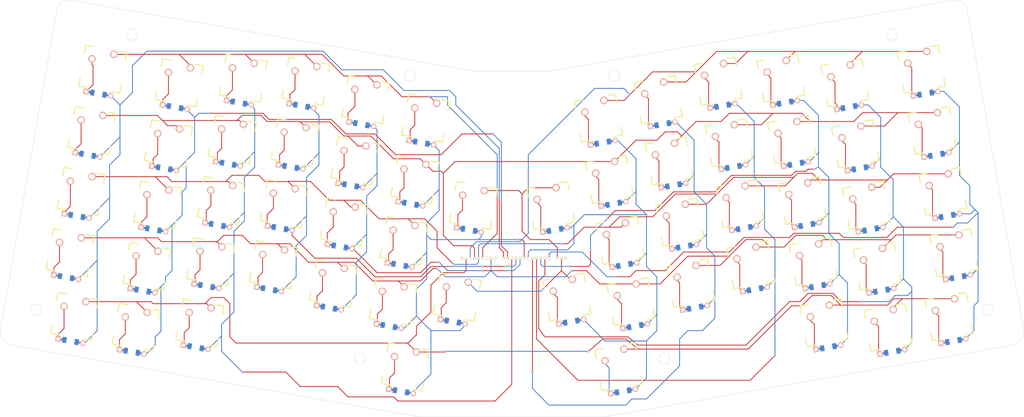
<source format=kicad_pcb>
(kicad_pcb (version 4) (host pcbnew 4.0.2+dfsg1-stable)
  (title_block (title "RD60 with k270 Unifying") (date 2017-01-02) (rev 0.1))
  (layers (0 F.Cu signal) (31 B.Cu signal) (34 B.Paste user) (35 F.Paste user) (36 B.SilkS user) (37 F.SilkS user) (38 B.Mask user) (39 F.Mask user) (44 Edge.Cuts user))
  (net 0 "")
  (net 1 "Net-(U1-Pad1)")
  (net 2 "Net-(U1-Pad7)")
  (net 3 "Net-(U1-Pad9)")
  (net 4 "Net-(U1-Pad24)")
  (net 5 2)
  (net 6 3)
  (net 7 4)
  (net 8 5)
  (net 9 6)
  (net 10 8)
  (net 11 10)
  (net 12 11)
  (net 13 12)
  (net 14 13)
  (net 15 14)
  (net 16 15)
  (net 17 16)
  (net 18 17)
  (net 19 18)
  (net 20 19)
  (net 21 20)
  (net 22 21)
  (net 23 23)
  (net 24 22)
  (net 25 "Net-(U2-Pad3)")
  (net 26 "Net-(U3-Pad3)")
  (net 27 "Net-(U4-Pad3)")
  (net 28 "Net-(U5-Pad3)")
  (net 29 "Net-(U6-Pad3)")
  (net 30 "Net-(U7-Pad3)")
  (net 31 "Net-(U8-Pad3)")
  (net 32 "Net-(U9-Pad3)")
  (net 33 "Net-(U10-Pad3)")
  (net 34 "Net-(U11-Pad3)")
  (net 35 "Net-(U12-Pad3)")
  (net 36 "Net-(U13-Pad3)")
  (net 37 "Net-(U14-Pad3)")
  (net 38 "Net-(U15-Pad3)")
  (net 39 "Net-(U16-Pad3)")
  (net 40 "Net-(U17-Pad3)")
  (net 41 "Net-(U18-Pad3)")
  (net 42 "Net-(U19-Pad3)")
  (net 43 "Net-(U20-Pad3)")
  (net 44 "Net-(U21-Pad3)")
  (net 45 "Net-(U22-Pad3)")
  (net 46 "Net-(U23-Pad3)")
  (net 47 "Net-(U24-Pad3)")
  (net 48 "Net-(U25-Pad3)")
  (net 49 "Net-(U26-Pad3)")
  (net 50 "Net-(U27-Pad3)")
  (net 51 "Net-(U28-Pad3)")
  (net 52 "Net-(U29-Pad3)")
  (net 53 "Net-(U30-Pad3)")
  (net 54 "Net-(U31-Pad3)")
  (net 55 "Net-(U32-Pad3)")
  (net 56 "Net-(U33-Pad3)")
  (net 57 "Net-(U34-Pad3)")
  (net 58 "Net-(U35-Pad3)")
  (net 59 "Net-(U36-Pad3)")
  (net 60 "Net-(U37-Pad3)")
  (net 61 "Net-(U38-Pad3)")
  (net 62 "Net-(U39-Pad3)")
  (net 63 "Net-(U40-Pad3)")
  (net 64 "Net-(U41-Pad3)")
  (net 65 "Net-(U42-Pad3)")
  (net 66 "Net-(U43-Pad3)")
  (net 67 "Net-(U44-Pad3)")
  (net 68 "Net-(U45-Pad3)")
  (net 69 "Net-(U46-Pad3)")
  (net 70 "Net-(U47-Pad3)")
  (net 71 "Net-(U48-Pad3)")
  (net 72 "Net-(U49-Pad3)")
  (net 73 "Net-(U50-Pad3)")
  (net 74 "Net-(U51-Pad3)")
  (net 75 "Net-(U52-Pad3)")
  (net 76 "Net-(U53-Pad3)")
  (net 77 "Net-(U54-Pad3)")
  (net 78 "Net-(U55-Pad3)")
  (net 79 "Net-(U56-Pad3)")
  (net 80 "Net-(U57-Pad3)")
  (net 81 "Net-(U58-Pad3)")
  (net 82 "Net-(U59-Pad3)")
  (net 83 "Net-(U60-Pad3)")
  (net 84 "Net-(U61-Pad3)")
  (module RD60:k270 (layer F.Cu) (at 153.67 -41.91)
    (fp_text reference U1 (at -2.54 -1.27) (layer F.SilkS))
    (fp_text value k270)
    (pad 1 thru_hole circle (at -16.51 -3.81) (size 0.8 0.8) (drill 0.5) (layers *.Cu *.Mask F.SilkS) (net 1 "Net-(U1-Pad1)"))
    (pad 2 thru_hole circle (at -15.24 -3.81) (size 0.8 0.8) (drill 0.5) (layers *.Cu *.Mask F.SilkS) (net 5 2))
    (pad 3 thru_hole circle (at -13.97 -3.81) (size 0.8 0.8) (drill 0.5) (layers *.Cu *.Mask F.SilkS) (net 6 3))
    (pad 4 thru_hole circle (at -12.7 -3.81) (size 0.8 0.8) (drill 0.5) (layers *.Cu *.Mask F.SilkS) (net 7 4))
    (pad 5 thru_hole circle (at -11.43 -3.81) (size 0.8 0.8) (drill 0.5) (layers *.Cu *.Mask F.SilkS) (net 8 5))
    (pad 6 thru_hole circle (at -10.16 -3.81) (size 0.8 0.8) (drill 0.5) (layers *.Cu *.Mask F.SilkS) (net 9 6))
    (pad 7 thru_hole circle (at -8.89 -3.81) (size 0.8 0.8) (drill 0.5) (layers *.Cu *.Mask F.SilkS) (net 2 "Net-(U1-Pad7)"))
    (pad 8 thru_hole circle (at -7.62 -3.81) (size 0.8 0.8) (drill 0.5) (layers *.Cu *.Mask F.SilkS) (net 10 8))
    (pad 9 thru_hole circle (at -6.35 -3.81) (size 0.8 0.8) (drill 0.5) (layers *.Cu *.Mask F.SilkS) (net 3 "Net-(U1-Pad9)"))
    (pad 10 thru_hole circle (at -3.81 -3.81) (size 0.8 0.8) (drill 0.5) (layers *.Cu *.Mask F.SilkS) (net 11 10))
    (pad 11 thru_hole circle (at -2.54 -3.81) (size 0.8 0.8) (drill 0.5) (layers *.Cu *.Mask F.SilkS) (net 12 11))
    (pad 12 thru_hole circle (at -1.27 -3.81) (size 0.8 0.8) (drill 0.5) (layers *.Cu *.Mask F.SilkS) (net 13 12))
    (pad 13 thru_hole circle (at 0 -3.81) (size 0.8 0.8) (drill 0.5) (layers *.Cu *.Mask F.SilkS) (net 14 13))
    (pad 14 thru_hole circle (at 1.27 -3.81) (size 0.8 0.8) (drill 0.5) (layers *.Cu *.Mask F.SilkS) (net 15 14))
    (pad 15 thru_hole circle (at 2.54 -3.81) (size 0.8 0.8) (drill 0.5) (layers *.Cu *.Mask F.SilkS) (net 16 15))
    (pad 16 thru_hole circle (at 3.81 -3.81) (size 0.8 0.8) (drill 0.5) (layers *.Cu *.Mask F.SilkS) (net 17 16))
    (pad 17 thru_hole circle (at 5.08 -3.81) (size 0.8 0.8) (drill 0.5) (layers *.Cu *.Mask F.SilkS) (net 18 17))
    (pad 18 thru_hole circle (at 6.35 -3.81) (size 0.8 0.8) (drill 0.5) (layers *.Cu *.Mask F.SilkS) (net 19 18))
    (pad 19 thru_hole circle (at 7.62 -3.81) (size 0.8 0.8) (drill 0.5) (layers *.Cu *.Mask F.SilkS) (net 20 19))
    (pad 20 thru_hole circle (at 8.89 -3.81) (size 0.8 0.8) (drill 0.5) (layers *.Cu *.Mask F.SilkS) (net 21 20))
    (pad 21 thru_hole circle (at 10.16 -3.81) (size 0.8 0.8) (drill 0.5) (layers *.Cu *.Mask F.SilkS) (net 22 21))
    (pad 23 thru_hole circle (at 13.97 -3.81) (size 0.8 0.8) (drill 0.5) (layers *.Cu *.Mask F.SilkS) (net 23 23))
    (pad 22 thru_hole circle (at 12.7 -3.81) (size 0.8 0.8) (drill 0.5) (layers *.Cu *.Mask F.SilkS) (net 24 22))
    (pad 24 thru_hole circle (at 15.24 -3.81) (size 0.8 0.8) (drill 0.5) (layers *.Cu *.Mask F.SilkS) (net 4 "Net-(U1-Pad24)"))
  )
  (module RD60:mx1a (layer F.Cu) (at 27.0993 -103.6889 350)
    (fp_text reference U2 hide)
    (fp_text value mx1a hide)
    (fp_line (start 2.032 7.62) (end 3.81 7.62) (layer B.Cu) (width 0.6096))
    (fp_line (start -3.81 7.62) (end -2.032 7.62) (layer B.Cu) (width 0.6096))
    (pad "" np_thru_hole circle (at 0 0 350) (size 3.9878 3.9878) (drill 3.9878) (layers *.Cu))
    (pad 4 thru_hole circle (at -3.81 -2.54 350) (size 2.286 2.286) (drill 1.4986) (layers *.Cu *.SilkS *.Mask) (net 25 "Net-(U2-Pad3)"))
    (pad 1 thru_hole circle (at 2.54 -5.08 350) (size 2.286 2.286) (drill 1.4986) (layers *.Cu *.SilkS *.Mask) (net 9 6))
    (pad "" np_thru_hole circle (at -5.08 0 350) (size 1.7018 1.7018) (drill 1.7018) (layers *.Cu))
    (pad "" np_thru_hole circle (at 5.08 0 350) (size 1.7018 1.7018) (drill 1.7018) (layers *.Cu))
    (pad 5 smd rect (at 1.8923 7.62 350) (size 1.27 1.778) (layers B.Cu B.Paste B.Mask))
    (pad 6 smd rect (at -1.8923 7.62 350) (size 1.27 1.778) (layers B.Cu B.Paste B.Mask))
    (pad 2 thru_hole circle (at 3.81 7.62 350) (size 1.651 1.651) (drill 0.9906) (layers *.Cu *.SilkS *.Mask) (net 11 10))
    (pad 3 thru_hole rect (at -3.81 7.62 350) (size 1.651 1.651) (drill 0.9906) (layers *.Cu *.SilkS *.Mask) (net 25 "Net-(U2-Pad3)"))
  )
  (module RD60:mx1a (layer F.Cu) (at 23.7913 -84.9292 350)
    (fp_text reference U3 hide)
    (fp_text value mx1a hide)
    (fp_line (start 2.032 7.62) (end 3.81 7.62) (layer B.Cu) (width 0.6096))
    (fp_line (start -3.81 7.62) (end -2.032 7.62) (layer B.Cu) (width 0.6096))
    (pad "" np_thru_hole circle (at 0 0 350) (size 3.9878 3.9878) (drill 3.9878) (layers *.Cu))
    (pad 4 thru_hole circle (at -3.81 -2.54 350) (size 2.286 2.286) (drill 1.4986) (layers *.Cu *.SilkS *.Mask) (net 26 "Net-(U3-Pad3)"))
    (pad 1 thru_hole circle (at 2.54 -5.08 350) (size 2.286 2.286) (drill 1.4986) (layers *.Cu *.SilkS *.Mask) (net 7 4))
    (pad "" np_thru_hole circle (at -5.08 0 350) (size 1.7018 1.7018) (drill 1.7018) (layers *.Cu))
    (pad "" np_thru_hole circle (at 5.08 0 350) (size 1.7018 1.7018) (drill 1.7018) (layers *.Cu))
    (pad 5 smd rect (at 1.8923 7.62 350) (size 1.27 1.778) (layers B.Cu B.Paste B.Mask))
    (pad 6 smd rect (at -1.8923 7.62 350) (size 1.27 1.778) (layers B.Cu B.Paste B.Mask))
    (pad 2 thru_hole circle (at 3.81 7.62 350) (size 1.651 1.651) (drill 0.9906) (layers *.Cu *.SilkS *.Mask) (net 11 10))
    (pad 3 thru_hole rect (at -3.81 7.62 350) (size 1.651 1.651) (drill 0.9906) (layers *.Cu *.SilkS *.Mask) (net 26 "Net-(U3-Pad3)"))
  )
  (module RD60:mx1a (layer F.Cu) (at 20.4842 -66.1689 350)
    (fp_text reference U4 hide)
    (fp_text value mx1a hide)
    (fp_line (start 2.032 7.62) (end 3.81 7.62) (layer B.Cu) (width 0.6096))
    (fp_line (start -3.81 7.62) (end -2.032 7.62) (layer B.Cu) (width 0.6096))
    (pad "" np_thru_hole circle (at 0 0 350) (size 3.9878 3.9878) (drill 3.9878) (layers *.Cu))
    (pad 4 thru_hole circle (at -3.81 -2.54 350) (size 2.286 2.286) (drill 1.4986) (layers *.Cu *.SilkS *.Mask) (net 27 "Net-(U4-Pad3)"))
    (pad 1 thru_hole circle (at 2.54 -5.08 350) (size 2.286 2.286) (drill 1.4986) (layers *.Cu *.SilkS *.Mask) (net 8 5))
    (pad "" np_thru_hole circle (at -5.08 0 350) (size 1.7018 1.7018) (drill 1.7018) (layers *.Cu))
    (pad "" np_thru_hole circle (at 5.08 0 350) (size 1.7018 1.7018) (drill 1.7018) (layers *.Cu))
    (pad 5 smd rect (at 1.8923 7.62 350) (size 1.27 1.778) (layers B.Cu B.Paste B.Mask))
    (pad 6 smd rect (at -1.8923 7.62 350) (size 1.27 1.778) (layers B.Cu B.Paste B.Mask))
    (pad 2 thru_hole circle (at 3.81 7.62 350) (size 1.651 1.651) (drill 0.9906) (layers *.Cu *.SilkS *.Mask) (net 11 10))
    (pad 3 thru_hole rect (at -3.81 7.62 350) (size 1.651 1.651) (drill 0.9906) (layers *.Cu *.SilkS *.Mask) (net 27 "Net-(U4-Pad3)"))
  )
  (module RD60:mx1a (layer F.Cu) (at 17.1758 -47.4075 350)
    (fp_text reference U5 hide)
    (fp_text value mx1a hide)
    (fp_line (start 2.032 7.62) (end 3.81 7.62) (layer B.Cu) (width 0.6096))
    (fp_line (start -3.81 7.62) (end -2.032 7.62) (layer B.Cu) (width 0.6096))
    (pad "" np_thru_hole circle (at 0 0 350) (size 3.9878 3.9878) (drill 3.9878) (layers *.Cu))
    (pad 4 thru_hole circle (at -3.81 -2.54 350) (size 2.286 2.286) (drill 1.4986) (layers *.Cu *.SilkS *.Mask) (net 28 "Net-(U5-Pad3)"))
    (pad 1 thru_hole circle (at 2.54 -5.08 350) (size 2.286 2.286) (drill 1.4986) (layers *.Cu *.SilkS *.Mask) (net 10 8))
    (pad "" np_thru_hole circle (at -5.08 0 350) (size 1.7018 1.7018) (drill 1.7018) (layers *.Cu))
    (pad "" np_thru_hole circle (at 5.08 0 350) (size 1.7018 1.7018) (drill 1.7018) (layers *.Cu))
    (pad 5 smd rect (at 1.8923 7.62 350) (size 1.27 1.778) (layers B.Cu B.Paste B.Mask))
    (pad 6 smd rect (at -1.8923 7.62 350) (size 1.27 1.778) (layers B.Cu B.Paste B.Mask))
    (pad 2 thru_hole circle (at 3.81 7.62 350) (size 1.651 1.651) (drill 0.9906) (layers *.Cu *.SilkS *.Mask) (net 11 10))
    (pad 3 thru_hole rect (at -3.81 7.62 350) (size 1.651 1.651) (drill 0.9906) (layers *.Cu *.SilkS *.Mask) (net 28 "Net-(U5-Pad3)"))
  )
  (module RD60:mx1a (layer F.Cu) (at 18.5577 -27.8201 350)
    (fp_text reference U6 hide)
    (fp_text value mx1a hide)
    (fp_line (start 2.032 7.62) (end 3.81 7.62) (layer B.Cu) (width 0.6096))
    (fp_line (start -3.81 7.62) (end -2.032 7.62) (layer B.Cu) (width 0.6096))
    (pad "" np_thru_hole circle (at 0 0 350) (size 3.9878 3.9878) (drill 3.9878) (layers *.Cu))
    (pad 4 thru_hole circle (at -3.81 -2.54 350) (size 2.286 2.286) (drill 1.4986) (layers *.Cu *.SilkS *.Mask) (net 29 "Net-(U6-Pad3)"))
    (pad 1 thru_hole circle (at 2.54 -5.08 350) (size 2.286 2.286) (drill 1.4986) (layers *.Cu *.SilkS *.Mask) (net 5 2))
    (pad "" np_thru_hole circle (at -5.08 0 350) (size 1.7018 1.7018) (drill 1.7018) (layers *.Cu))
    (pad "" np_thru_hole circle (at 5.08 0 350) (size 1.7018 1.7018) (drill 1.7018) (layers *.Cu))
    (pad 5 smd rect (at 1.8923 7.62 350) (size 1.27 1.778) (layers B.Cu B.Paste B.Mask))
    (pad 6 smd rect (at -1.8923 7.62 350) (size 1.27 1.778) (layers B.Cu B.Paste B.Mask))
    (pad 2 thru_hole circle (at 3.81 7.62 350) (size 1.651 1.651) (drill 0.9906) (layers *.Cu *.SilkS *.Mask) (net 11 10))
    (pad 3 thru_hole rect (at -3.81 7.62 350) (size 1.651 1.651) (drill 0.9906) (layers *.Cu *.SilkS *.Mask) (net 29 "Net-(U6-Pad3)"))
  )
  (module RD60:mx1a (layer F.Cu) (at 50.5509 -99.5542 350)
    (fp_text reference U7 hide)
    (fp_text value mx1a hide)
    (fp_line (start 2.032 7.62) (end 3.81 7.62) (layer B.Cu) (width 0.6096))
    (fp_line (start -3.81 7.62) (end -2.032 7.62) (layer B.Cu) (width 0.6096))
    (pad "" np_thru_hole circle (at 0 0 350) (size 3.9878 3.9878) (drill 3.9878) (layers *.Cu))
    (pad 4 thru_hole circle (at -3.81 -2.54 350) (size 2.286 2.286) (drill 1.4986) (layers *.Cu *.SilkS *.Mask) (net 30 "Net-(U7-Pad3)"))
    (pad 1 thru_hole circle (at 2.54 -5.08 350) (size 2.286 2.286) (drill 1.4986) (layers *.Cu *.SilkS *.Mask) (net 9 6))
    (pad "" np_thru_hole circle (at -5.08 0 350) (size 1.7018 1.7018) (drill 1.7018) (layers *.Cu))
    (pad "" np_thru_hole circle (at 5.08 0 350) (size 1.7018 1.7018) (drill 1.7018) (layers *.Cu))
    (pad 5 smd rect (at 1.8923 7.62 350) (size 1.27 1.778) (layers B.Cu B.Paste B.Mask))
    (pad 6 smd rect (at -1.8923 7.62 350) (size 1.27 1.778) (layers B.Cu B.Paste B.Mask))
    (pad 2 thru_hole circle (at 3.81 7.62 350) (size 1.651 1.651) (drill 0.9906) (layers *.Cu *.SilkS *.Mask) (net 12 11))
    (pad 3 thru_hole rect (at -3.81 7.62 350) (size 1.651 1.651) (drill 0.9906) (layers *.Cu *.SilkS *.Mask) (net 30 "Net-(U7-Pad3)"))
  )
  (module RD60:mx1a (layer F.Cu) (at 47.2423 -80.7942 350)
    (fp_text reference U8 hide)
    (fp_text value mx1a hide)
    (fp_line (start 2.032 7.62) (end 3.81 7.62) (layer B.Cu) (width 0.6096))
    (fp_line (start -3.81 7.62) (end -2.032 7.62) (layer B.Cu) (width 0.6096))
    (pad "" np_thru_hole circle (at 0 0 350) (size 3.9878 3.9878) (drill 3.9878) (layers *.Cu))
    (pad 4 thru_hole circle (at -3.81 -2.54 350) (size 2.286 2.286) (drill 1.4986) (layers *.Cu *.SilkS *.Mask) (net 31 "Net-(U8-Pad3)"))
    (pad 1 thru_hole circle (at 2.54 -5.08 350) (size 2.286 2.286) (drill 1.4986) (layers *.Cu *.SilkS *.Mask) (net 7 4))
    (pad "" np_thru_hole circle (at -5.08 0 350) (size 1.7018 1.7018) (drill 1.7018) (layers *.Cu))
    (pad "" np_thru_hole circle (at 5.08 0 350) (size 1.7018 1.7018) (drill 1.7018) (layers *.Cu))
    (pad 5 smd rect (at 1.8923 7.62 350) (size 1.27 1.778) (layers B.Cu B.Paste B.Mask))
    (pad 6 smd rect (at -1.8923 7.62 350) (size 1.27 1.778) (layers B.Cu B.Paste B.Mask))
    (pad 2 thru_hole circle (at 3.81 7.62 350) (size 1.651 1.651) (drill 0.9906) (layers *.Cu *.SilkS *.Mask) (net 12 11))
    (pad 3 thru_hole rect (at -3.81 7.62 350) (size 1.651 1.651) (drill 0.9906) (layers *.Cu *.SilkS *.Mask) (net 31 "Net-(U8-Pad3)"))
  )
  (module RD60:mx1a (layer F.Cu) (at 43.9347 -62.0328 350)
    (fp_text reference U9 hide)
    (fp_text value mx1a hide)
    (fp_line (start 2.032 7.62) (end 3.81 7.62) (layer B.Cu) (width 0.6096))
    (fp_line (start -3.81 7.62) (end -2.032 7.62) (layer B.Cu) (width 0.6096))
    (pad "" np_thru_hole circle (at 0 0 350) (size 3.9878 3.9878) (drill 3.9878) (layers *.Cu))
    (pad 4 thru_hole circle (at -3.81 -2.54 350) (size 2.286 2.286) (drill 1.4986) (layers *.Cu *.SilkS *.Mask) (net 32 "Net-(U9-Pad3)"))
    (pad 1 thru_hole circle (at 2.54 -5.08 350) (size 2.286 2.286) (drill 1.4986) (layers *.Cu *.SilkS *.Mask) (net 8 5))
    (pad "" np_thru_hole circle (at -5.08 0 350) (size 1.7018 1.7018) (drill 1.7018) (layers *.Cu))
    (pad "" np_thru_hole circle (at 5.08 0 350) (size 1.7018 1.7018) (drill 1.7018) (layers *.Cu))
    (pad 5 smd rect (at 1.8923 7.62 350) (size 1.27 1.778) (layers B.Cu B.Paste B.Mask))
    (pad 6 smd rect (at -1.8923 7.62 350) (size 1.27 1.778) (layers B.Cu B.Paste B.Mask))
    (pad 2 thru_hole circle (at 3.81 7.62 350) (size 1.651 1.651) (drill 0.9906) (layers *.Cu *.SilkS *.Mask) (net 12 11))
    (pad 3 thru_hole rect (at -3.81 7.62 350) (size 1.651 1.651) (drill 0.9906) (layers *.Cu *.SilkS *.Mask) (net 32 "Net-(U9-Pad3)"))
  )
  (module RD60:mx1a (layer F.Cu) (at 40.6269 -43.2727 350)
    (fp_text reference U10 hide)
    (fp_text value mx1a hide)
    (fp_line (start 2.032 7.62) (end 3.81 7.62) (layer B.Cu) (width 0.6096))
    (fp_line (start -3.81 7.62) (end -2.032 7.62) (layer B.Cu) (width 0.6096))
    (pad "" np_thru_hole circle (at 0 0 350) (size 3.9878 3.9878) (drill 3.9878) (layers *.Cu))
    (pad 4 thru_hole circle (at -3.81 -2.54 350) (size 2.286 2.286) (drill 1.4986) (layers *.Cu *.SilkS *.Mask) (net 33 "Net-(U10-Pad3)"))
    (pad 1 thru_hole circle (at 2.54 -5.08 350) (size 2.286 2.286) (drill 1.4986) (layers *.Cu *.SilkS *.Mask) (net 10 8))
    (pad "" np_thru_hole circle (at -5.08 0 350) (size 1.7018 1.7018) (drill 1.7018) (layers *.Cu))
    (pad "" np_thru_hole circle (at 5.08 0 350) (size 1.7018 1.7018) (drill 1.7018) (layers *.Cu))
    (pad 5 smd rect (at 1.8923 7.62 350) (size 1.27 1.778) (layers B.Cu B.Paste B.Mask))
    (pad 6 smd rect (at -1.8923 7.62 350) (size 1.27 1.778) (layers B.Cu B.Paste B.Mask))
    (pad 2 thru_hole circle (at 3.81 7.62 350) (size 1.651 1.651) (drill 0.9906) (layers *.Cu *.SilkS *.Mask) (net 12 11))
    (pad 3 thru_hole rect (at -3.81 7.62 350) (size 1.651 1.651) (drill 0.9906) (layers *.Cu *.SilkS *.Mask) (net 33 "Net-(U10-Pad3)"))
  )
  (module RD60:mx1a (layer F.Cu) (at 37.3192 -24.5118 350)
    (fp_text reference U11 hide)
    (fp_text value mx1a hide)
    (fp_line (start 2.032 7.62) (end 3.81 7.62) (layer B.Cu) (width 0.6096))
    (fp_line (start -3.81 7.62) (end -2.032 7.62) (layer B.Cu) (width 0.6096))
    (pad "" np_thru_hole circle (at 0 0 350) (size 3.9878 3.9878) (drill 3.9878) (layers *.Cu))
    (pad 4 thru_hole circle (at -3.81 -2.54 350) (size 2.286 2.286) (drill 1.4986) (layers *.Cu *.SilkS *.Mask) (net 34 "Net-(U11-Pad3)"))
    (pad 1 thru_hole circle (at 2.54 -5.08 350) (size 2.286 2.286) (drill 1.4986) (layers *.Cu *.SilkS *.Mask) (net 5 2))
    (pad "" np_thru_hole circle (at -5.08 0 350) (size 1.7018 1.7018) (drill 1.7018) (layers *.Cu))
    (pad "" np_thru_hole circle (at 5.08 0 350) (size 1.7018 1.7018) (drill 1.7018) (layers *.Cu))
    (pad 5 smd rect (at 1.8923 7.62 350) (size 1.27 1.778) (layers B.Cu B.Paste B.Mask))
    (pad 6 smd rect (at -1.8923 7.62 350) (size 1.27 1.778) (layers B.Cu B.Paste B.Mask))
    (pad 2 thru_hole circle (at 3.81 7.62 350) (size 1.651 1.651) (drill 0.9906) (layers *.Cu *.SilkS *.Mask) (net 12 11))
    (pad 3 thru_hole rect (at -3.81 7.62 350) (size 1.651 1.651) (drill 0.9906) (layers *.Cu *.SilkS *.Mask) (net 34 "Net-(U11-Pad3)"))
  )
  (module RD60:mx1a (layer F.Cu) (at 70.1379 -100.9355 350)
    (fp_text reference U12 hide)
    (fp_text value mx1a hide)
    (fp_line (start 2.032 7.62) (end 3.81 7.62) (layer B.Cu) (width 0.6096))
    (fp_line (start -3.81 7.62) (end -2.032 7.62) (layer B.Cu) (width 0.6096))
    (pad "" np_thru_hole circle (at 0 0 350) (size 3.9878 3.9878) (drill 3.9878) (layers *.Cu))
    (pad 4 thru_hole circle (at -3.81 -2.54 350) (size 2.286 2.286) (drill 1.4986) (layers *.Cu *.SilkS *.Mask) (net 35 "Net-(U12-Pad3)"))
    (pad 1 thru_hole circle (at 2.54 -5.08 350) (size 2.286 2.286) (drill 1.4986) (layers *.Cu *.SilkS *.Mask) (net 9 6))
    (pad "" np_thru_hole circle (at -5.08 0 350) (size 1.7018 1.7018) (drill 1.7018) (layers *.Cu))
    (pad "" np_thru_hole circle (at 5.08 0 350) (size 1.7018 1.7018) (drill 1.7018) (layers *.Cu))
    (pad 5 smd rect (at 1.8923 7.62 350) (size 1.27 1.778) (layers B.Cu B.Paste B.Mask))
    (pad 6 smd rect (at -1.8923 7.62 350) (size 1.27 1.778) (layers B.Cu B.Paste B.Mask))
    (pad 2 thru_hole circle (at 3.81 7.62 350) (size 1.651 1.651) (drill 0.9906) (layers *.Cu *.SilkS *.Mask) (net 13 12))
    (pad 3 thru_hole rect (at -3.81 7.62 350) (size 1.651 1.651) (drill 0.9906) (layers *.Cu *.SilkS *.Mask) (net 35 "Net-(U12-Pad3)"))
  )
  (module RD60:mx1a (layer F.Cu) (at 66.8301 -82.1766 350)
    (fp_text reference U13 hide)
    (fp_text value mx1a hide)
    (fp_line (start 2.032 7.62) (end 3.81 7.62) (layer B.Cu) (width 0.6096))
    (fp_line (start -3.81 7.62) (end -2.032 7.62) (layer B.Cu) (width 0.6096))
    (pad "" np_thru_hole circle (at 0 0 350) (size 3.9878 3.9878) (drill 3.9878) (layers *.Cu))
    (pad 4 thru_hole circle (at -3.81 -2.54 350) (size 2.286 2.286) (drill 1.4986) (layers *.Cu *.SilkS *.Mask) (net 36 "Net-(U13-Pad3)"))
    (pad 1 thru_hole circle (at 2.54 -5.08 350) (size 2.286 2.286) (drill 1.4986) (layers *.Cu *.SilkS *.Mask) (net 7 4))
    (pad "" np_thru_hole circle (at -5.08 0 350) (size 1.7018 1.7018) (drill 1.7018) (layers *.Cu))
    (pad "" np_thru_hole circle (at 5.08 0 350) (size 1.7018 1.7018) (drill 1.7018) (layers *.Cu))
    (pad 5 smd rect (at 1.8923 7.62 350) (size 1.27 1.778) (layers B.Cu B.Paste B.Mask))
    (pad 6 smd rect (at -1.8923 7.62 350) (size 1.27 1.778) (layers B.Cu B.Paste B.Mask))
    (pad 2 thru_hole circle (at 3.81 7.62 350) (size 1.651 1.651) (drill 0.9906) (layers *.Cu *.SilkS *.Mask) (net 13 12))
    (pad 3 thru_hole rect (at -3.81 7.62 350) (size 1.651 1.651) (drill 0.9906) (layers *.Cu *.SilkS *.Mask) (net 36 "Net-(U13-Pad3)"))
  )
  (module RD60:mx1a (layer F.Cu) (at 63.5216 -63.4148 350)
    (fp_text reference U14 hide)
    (fp_text value mx1a hide)
    (fp_line (start 2.032 7.62) (end 3.81 7.62) (layer B.Cu) (width 0.6096))
    (fp_line (start -3.81 7.62) (end -2.032 7.62) (layer B.Cu) (width 0.6096))
    (pad "" np_thru_hole circle (at 0 0 350) (size 3.9878 3.9878) (drill 3.9878) (layers *.Cu))
    (pad 4 thru_hole circle (at -3.81 -2.54 350) (size 2.286 2.286) (drill 1.4986) (layers *.Cu *.SilkS *.Mask) (net 37 "Net-(U14-Pad3)"))
    (pad 1 thru_hole circle (at 2.54 -5.08 350) (size 2.286 2.286) (drill 1.4986) (layers *.Cu *.SilkS *.Mask) (net 8 5))
    (pad "" np_thru_hole circle (at -5.08 0 350) (size 1.7018 1.7018) (drill 1.7018) (layers *.Cu))
    (pad "" np_thru_hole circle (at 5.08 0 350) (size 1.7018 1.7018) (drill 1.7018) (layers *.Cu))
    (pad 5 smd rect (at 1.8923 7.62 350) (size 1.27 1.778) (layers B.Cu B.Paste B.Mask))
    (pad 6 smd rect (at -1.8923 7.62 350) (size 1.27 1.778) (layers B.Cu B.Paste B.Mask))
    (pad 2 thru_hole circle (at 3.81 7.62 350) (size 1.651 1.651) (drill 0.9906) (layers *.Cu *.SilkS *.Mask) (net 13 12))
    (pad 3 thru_hole rect (at -3.81 7.62 350) (size 1.651 1.651) (drill 0.9906) (layers *.Cu *.SilkS *.Mask) (net 37 "Net-(U14-Pad3)"))
  )
  (module RD60:mx1a (layer F.Cu) (at 60.2141 -44.6553 350)
    (fp_text reference U15 hide)
    (fp_text value mx1a hide)
    (fp_line (start 2.032 7.62) (end 3.81 7.62) (layer B.Cu) (width 0.6096))
    (fp_line (start -3.81 7.62) (end -2.032 7.62) (layer B.Cu) (width 0.6096))
    (pad "" np_thru_hole circle (at 0 0 350) (size 3.9878 3.9878) (drill 3.9878) (layers *.Cu))
    (pad 4 thru_hole circle (at -3.81 -2.54 350) (size 2.286 2.286) (drill 1.4986) (layers *.Cu *.SilkS *.Mask) (net 38 "Net-(U15-Pad3)"))
    (pad 1 thru_hole circle (at 2.54 -5.08 350) (size 2.286 2.286) (drill 1.4986) (layers *.Cu *.SilkS *.Mask) (net 10 8))
    (pad "" np_thru_hole circle (at -5.08 0 350) (size 1.7018 1.7018) (drill 1.7018) (layers *.Cu))
    (pad "" np_thru_hole circle (at 5.08 0 350) (size 1.7018 1.7018) (drill 1.7018) (layers *.Cu))
    (pad 5 smd rect (at 1.8923 7.62 350) (size 1.27 1.778) (layers B.Cu B.Paste B.Mask))
    (pad 6 smd rect (at -1.8923 7.62 350) (size 1.27 1.778) (layers B.Cu B.Paste B.Mask))
    (pad 2 thru_hole circle (at 3.81 7.62 350) (size 1.651 1.651) (drill 0.9906) (layers *.Cu *.SilkS *.Mask) (net 13 12))
    (pad 3 thru_hole rect (at -3.81 7.62 350) (size 1.651 1.651) (drill 0.9906) (layers *.Cu *.SilkS *.Mask) (net 38 "Net-(U15-Pad3)"))
  )
  (module RD60:mx1a (layer F.Cu) (at 56.9056 -25.8937 350)
    (fp_text reference U16 hide)
    (fp_text value mx1a hide)
    (fp_line (start 2.032 7.62) (end 3.81 7.62) (layer B.Cu) (width 0.6096))
    (fp_line (start -3.81 7.62) (end -2.032 7.62) (layer B.Cu) (width 0.6096))
    (pad "" np_thru_hole circle (at 0 0 350) (size 3.9878 3.9878) (drill 3.9878) (layers *.Cu))
    (pad 4 thru_hole circle (at -3.81 -2.54 350) (size 2.286 2.286) (drill 1.4986) (layers *.Cu *.SilkS *.Mask) (net 39 "Net-(U16-Pad3)"))
    (pad 1 thru_hole circle (at 2.54 -5.08 350) (size 2.286 2.286) (drill 1.4986) (layers *.Cu *.SilkS *.Mask) (net 5 2))
    (pad "" np_thru_hole circle (at -5.08 0 350) (size 1.7018 1.7018) (drill 1.7018) (layers *.Cu))
    (pad "" np_thru_hole circle (at 5.08 0 350) (size 1.7018 1.7018) (drill 1.7018) (layers *.Cu))
    (pad 5 smd rect (at 1.8923 7.62 350) (size 1.27 1.778) (layers B.Cu B.Paste B.Mask))
    (pad 6 smd rect (at -1.8923 7.62 350) (size 1.27 1.778) (layers B.Cu B.Paste B.Mask))
    (pad 2 thru_hole circle (at 3.81 7.62 350) (size 1.651 1.651) (drill 0.9906) (layers *.Cu *.SilkS *.Mask) (net 13 12))
    (pad 3 thru_hole rect (at -3.81 7.62 350) (size 1.651 1.651) (drill 0.9906) (layers *.Cu *.SilkS *.Mask) (net 39 "Net-(U16-Pad3)"))
  )
  (module RD60:mx1a (layer F.Cu) (at 89.312 -99.973 350)
    (fp_text reference U17 hide)
    (fp_text value mx1a hide)
    (fp_line (start 2.032 7.62) (end 3.81 7.62) (layer B.Cu) (width 0.6096))
    (fp_line (start -3.81 7.62) (end -2.032 7.62) (layer B.Cu) (width 0.6096))
    (pad "" np_thru_hole circle (at 0 0 350) (size 3.9878 3.9878) (drill 3.9878) (layers *.Cu))
    (pad 4 thru_hole circle (at -3.81 -2.54 350) (size 2.286 2.286) (drill 1.4986) (layers *.Cu *.SilkS *.Mask) (net 40 "Net-(U17-Pad3)"))
    (pad 1 thru_hole circle (at 2.54 -5.08 350) (size 2.286 2.286) (drill 1.4986) (layers *.Cu *.SilkS *.Mask) (net 9 6))
    (pad "" np_thru_hole circle (at -5.08 0 350) (size 1.7018 1.7018) (drill 1.7018) (layers *.Cu))
    (pad "" np_thru_hole circle (at 5.08 0 350) (size 1.7018 1.7018) (drill 1.7018) (layers *.Cu))
    (pad 5 smd rect (at 1.8923 7.62 350) (size 1.27 1.778) (layers B.Cu B.Paste B.Mask))
    (pad 6 smd rect (at -1.8923 7.62 350) (size 1.27 1.778) (layers B.Cu B.Paste B.Mask))
    (pad 2 thru_hole circle (at 3.81 7.62 350) (size 1.651 1.651) (drill 0.9906) (layers *.Cu *.SilkS *.Mask) (net 14 13))
    (pad 3 thru_hole rect (at -3.81 7.62 350) (size 1.651 1.651) (drill 0.9906) (layers *.Cu *.SilkS *.Mask) (net 40 "Net-(U17-Pad3)"))
  )
  (module RD60:mx1a (layer F.Cu) (at 86.0041 -81.2126 350)
    (fp_text reference U18 hide)
    (fp_text value mx1a hide)
    (fp_line (start 2.032 7.62) (end 3.81 7.62) (layer B.Cu) (width 0.6096))
    (fp_line (start -3.81 7.62) (end -2.032 7.62) (layer B.Cu) (width 0.6096))
    (pad "" np_thru_hole circle (at 0 0 350) (size 3.9878 3.9878) (drill 3.9878) (layers *.Cu))
    (pad 4 thru_hole circle (at -3.81 -2.54 350) (size 2.286 2.286) (drill 1.4986) (layers *.Cu *.SilkS *.Mask) (net 41 "Net-(U18-Pad3)"))
    (pad 1 thru_hole circle (at 2.54 -5.08 350) (size 2.286 2.286) (drill 1.4986) (layers *.Cu *.SilkS *.Mask) (net 7 4))
    (pad "" np_thru_hole circle (at -5.08 0 350) (size 1.7018 1.7018) (drill 1.7018) (layers *.Cu))
    (pad "" np_thru_hole circle (at 5.08 0 350) (size 1.7018 1.7018) (drill 1.7018) (layers *.Cu))
    (pad 5 smd rect (at 1.8923 7.62 350) (size 1.27 1.778) (layers B.Cu B.Paste B.Mask))
    (pad 6 smd rect (at -1.8923 7.62 350) (size 1.27 1.778) (layers B.Cu B.Paste B.Mask))
    (pad 2 thru_hole circle (at 3.81 7.62 350) (size 1.651 1.651) (drill 0.9906) (layers *.Cu *.SilkS *.Mask) (net 14 13))
    (pad 3 thru_hole rect (at -3.81 7.62 350) (size 1.651 1.651) (drill 0.9906) (layers *.Cu *.SilkS *.Mask) (net 41 "Net-(U18-Pad3)"))
  )
  (module RD60:mx1a (layer F.Cu) (at 82.696 -62.452 350)
    (fp_text reference U19 hide)
    (fp_text value mx1a hide)
    (fp_line (start 2.032 7.62) (end 3.81 7.62) (layer B.Cu) (width 0.6096))
    (fp_line (start -3.81 7.62) (end -2.032 7.62) (layer B.Cu) (width 0.6096))
    (pad "" np_thru_hole circle (at 0 0 350) (size 3.9878 3.9878) (drill 3.9878) (layers *.Cu))
    (pad 4 thru_hole circle (at -3.81 -2.54 350) (size 2.286 2.286) (drill 1.4986) (layers *.Cu *.SilkS *.Mask) (net 42 "Net-(U19-Pad3)"))
    (pad 1 thru_hole circle (at 2.54 -5.08 350) (size 2.286 2.286) (drill 1.4986) (layers *.Cu *.SilkS *.Mask) (net 8 5))
    (pad "" np_thru_hole circle (at -5.08 0 350) (size 1.7018 1.7018) (drill 1.7018) (layers *.Cu))
    (pad "" np_thru_hole circle (at 5.08 0 350) (size 1.7018 1.7018) (drill 1.7018) (layers *.Cu))
    (pad 5 smd rect (at 1.8923 7.62 350) (size 1.27 1.778) (layers B.Cu B.Paste B.Mask))
    (pad 6 smd rect (at -1.8923 7.62 350) (size 1.27 1.778) (layers B.Cu B.Paste B.Mask))
    (pad 2 thru_hole circle (at 3.81 7.62 350) (size 1.651 1.651) (drill 0.9906) (layers *.Cu *.SilkS *.Mask) (net 14 13))
    (pad 3 thru_hole rect (at -3.81 7.62 350) (size 1.651 1.651) (drill 0.9906) (layers *.Cu *.SilkS *.Mask) (net 42 "Net-(U19-Pad3)"))
  )
  (module RD60:mx1a (layer F.Cu) (at 79.3877 -43.6918 350)
    (fp_text reference U20 hide)
    (fp_text value mx1a hide)
    (fp_line (start 2.032 7.62) (end 3.81 7.62) (layer B.Cu) (width 0.6096))
    (fp_line (start -3.81 7.62) (end -2.032 7.62) (layer B.Cu) (width 0.6096))
    (pad "" np_thru_hole circle (at 0 0 350) (size 3.9878 3.9878) (drill 3.9878) (layers *.Cu))
    (pad 4 thru_hole circle (at -3.81 -2.54 350) (size 2.286 2.286) (drill 1.4986) (layers *.Cu *.SilkS *.Mask) (net 43 "Net-(U20-Pad3)"))
    (pad 1 thru_hole circle (at 2.54 -5.08 350) (size 2.286 2.286) (drill 1.4986) (layers *.Cu *.SilkS *.Mask) (net 10 8))
    (pad "" np_thru_hole circle (at -5.08 0 350) (size 1.7018 1.7018) (drill 1.7018) (layers *.Cu))
    (pad "" np_thru_hole circle (at 5.08 0 350) (size 1.7018 1.7018) (drill 1.7018) (layers *.Cu))
    (pad 5 smd rect (at 1.8923 7.62 350) (size 1.27 1.778) (layers B.Cu B.Paste B.Mask))
    (pad 6 smd rect (at -1.8923 7.62 350) (size 1.27 1.778) (layers B.Cu B.Paste B.Mask))
    (pad 2 thru_hole circle (at 3.81 7.62 350) (size 1.651 1.651) (drill 0.9906) (layers *.Cu *.SilkS *.Mask) (net 14 13))
    (pad 3 thru_hole rect (at -3.81 7.62 350) (size 1.651 1.651) (drill 0.9906) (layers *.Cu *.SilkS *.Mask) (net 43 "Net-(U20-Pad3)"))
  )
  (module RD60:mx1a (layer F.Cu) (at 107.6595 -94.32 350)
    (fp_text reference U21 hide)
    (fp_text value mx1a hide)
    (fp_line (start 2.032 7.62) (end 3.81 7.62) (layer B.Cu) (width 0.6096))
    (fp_line (start -3.81 7.62) (end -2.032 7.62) (layer B.Cu) (width 0.6096))
    (pad "" np_thru_hole circle (at 0 0 350) (size 3.9878 3.9878) (drill 3.9878) (layers *.Cu))
    (pad 4 thru_hole circle (at -3.81 -2.54 350) (size 2.286 2.286) (drill 1.4986) (layers *.Cu *.SilkS *.Mask) (net 44 "Net-(U21-Pad3)"))
    (pad 1 thru_hole circle (at 2.54 -5.08 350) (size 2.286 2.286) (drill 1.4986) (layers *.Cu *.SilkS *.Mask) (net 9 6))
    (pad "" np_thru_hole circle (at -5.08 0 350) (size 1.7018 1.7018) (drill 1.7018) (layers *.Cu))
    (pad "" np_thru_hole circle (at 5.08 0 350) (size 1.7018 1.7018) (drill 1.7018) (layers *.Cu))
    (pad 5 smd rect (at 1.8923 7.62 350) (size 1.27 1.778) (layers B.Cu B.Paste B.Mask))
    (pad 6 smd rect (at -1.8923 7.62 350) (size 1.27 1.778) (layers B.Cu B.Paste B.Mask))
    (pad 2 thru_hole circle (at 3.81 7.62 350) (size 1.651 1.651) (drill 0.9906) (layers *.Cu *.SilkS *.Mask) (net 15 14))
    (pad 3 thru_hole rect (at -3.81 7.62 350) (size 1.651 1.651) (drill 0.9906) (layers *.Cu *.SilkS *.Mask) (net 44 "Net-(U21-Pad3)"))
  )
  (module RD60:mx1a (layer F.Cu) (at 104.3514 -75.56 350)
    (fp_text reference U22 hide)
    (fp_text value mx1a hide)
    (fp_line (start 2.032 7.62) (end 3.81 7.62) (layer B.Cu) (width 0.6096))
    (fp_line (start -3.81 7.62) (end -2.032 7.62) (layer B.Cu) (width 0.6096))
    (pad "" np_thru_hole circle (at 0 0 350) (size 3.9878 3.9878) (drill 3.9878) (layers *.Cu))
    (pad 4 thru_hole circle (at -3.81 -2.54 350) (size 2.286 2.286) (drill 1.4986) (layers *.Cu *.SilkS *.Mask) (net 45 "Net-(U22-Pad3)"))
    (pad 1 thru_hole circle (at 2.54 -5.08 350) (size 2.286 2.286) (drill 1.4986) (layers *.Cu *.SilkS *.Mask) (net 7 4))
    (pad "" np_thru_hole circle (at -5.08 0 350) (size 1.7018 1.7018) (drill 1.7018) (layers *.Cu))
    (pad "" np_thru_hole circle (at 5.08 0 350) (size 1.7018 1.7018) (drill 1.7018) (layers *.Cu))
    (pad 5 smd rect (at 1.8923 7.62 350) (size 1.27 1.778) (layers B.Cu B.Paste B.Mask))
    (pad 6 smd rect (at -1.8923 7.62 350) (size 1.27 1.778) (layers B.Cu B.Paste B.Mask))
    (pad 2 thru_hole circle (at 3.81 7.62 350) (size 1.651 1.651) (drill 0.9906) (layers *.Cu *.SilkS *.Mask) (net 15 14))
    (pad 3 thru_hole rect (at -3.81 7.62 350) (size 1.651 1.651) (drill 0.9906) (layers *.Cu *.SilkS *.Mask) (net 45 "Net-(U22-Pad3)"))
  )
  (module RD60:mx1a (layer F.Cu) (at 101.0432 -56.7993 350)
    (fp_text reference U23 hide)
    (fp_text value mx1a hide)
    (fp_line (start 2.032 7.62) (end 3.81 7.62) (layer B.Cu) (width 0.6096))
    (fp_line (start -3.81 7.62) (end -2.032 7.62) (layer B.Cu) (width 0.6096))
    (pad "" np_thru_hole circle (at 0 0 350) (size 3.9878 3.9878) (drill 3.9878) (layers *.Cu))
    (pad 4 thru_hole circle (at -3.81 -2.54 350) (size 2.286 2.286) (drill 1.4986) (layers *.Cu *.SilkS *.Mask) (net 46 "Net-(U23-Pad3)"))
    (pad 1 thru_hole circle (at 2.54 -5.08 350) (size 2.286 2.286) (drill 1.4986) (layers *.Cu *.SilkS *.Mask) (net 8 5))
    (pad "" np_thru_hole circle (at -5.08 0 350) (size 1.7018 1.7018) (drill 1.7018) (layers *.Cu))
    (pad "" np_thru_hole circle (at 5.08 0 350) (size 1.7018 1.7018) (drill 1.7018) (layers *.Cu))
    (pad 5 smd rect (at 1.8923 7.62 350) (size 1.27 1.778) (layers B.Cu B.Paste B.Mask))
    (pad 6 smd rect (at -1.8923 7.62 350) (size 1.27 1.778) (layers B.Cu B.Paste B.Mask))
    (pad 2 thru_hole circle (at 3.81 7.62 350) (size 1.651 1.651) (drill 0.9906) (layers *.Cu *.SilkS *.Mask) (net 15 14))
    (pad 3 thru_hole rect (at -3.81 7.62 350) (size 1.651 1.651) (drill 0.9906) (layers *.Cu *.SilkS *.Mask) (net 46 "Net-(U23-Pad3)"))
  )
  (module RD60:mx1a (layer F.Cu) (at 97.7354 -38.0389 350)
    (fp_text reference U24 hide)
    (fp_text value mx1a hide)
    (fp_line (start 2.032 7.62) (end 3.81 7.62) (layer B.Cu) (width 0.6096))
    (fp_line (start -3.81 7.62) (end -2.032 7.62) (layer B.Cu) (width 0.6096))
    (pad "" np_thru_hole circle (at 0 0 350) (size 3.9878 3.9878) (drill 3.9878) (layers *.Cu))
    (pad 4 thru_hole circle (at -3.81 -2.54 350) (size 2.286 2.286) (drill 1.4986) (layers *.Cu *.SilkS *.Mask) (net 47 "Net-(U24-Pad3)"))
    (pad 1 thru_hole circle (at 2.54 -5.08 350) (size 2.286 2.286) (drill 1.4986) (layers *.Cu *.SilkS *.Mask) (net 10 8))
    (pad "" np_thru_hole circle (at -5.08 0 350) (size 1.7018 1.7018) (drill 1.7018) (layers *.Cu))
    (pad "" np_thru_hole circle (at 5.08 0 350) (size 1.7018 1.7018) (drill 1.7018) (layers *.Cu))
    (pad 5 smd rect (at 1.8923 7.62 350) (size 1.27 1.778) (layers B.Cu B.Paste B.Mask))
    (pad 6 smd rect (at -1.8923 7.62 350) (size 1.27 1.778) (layers B.Cu B.Paste B.Mask))
    (pad 2 thru_hole circle (at 3.81 7.62 350) (size 1.651 1.651) (drill 0.9906) (layers *.Cu *.SilkS *.Mask) (net 15 14))
    (pad 3 thru_hole rect (at -3.81 7.62 350) (size 1.651 1.651) (drill 0.9906) (layers *.Cu *.SilkS *.Mask) (net 47 "Net-(U24-Pad3)"))
  )
  (module RD60:mx1a (layer F.Cu) (at 126.0065 -88.6672 350)
    (fp_text reference U25 hide)
    (fp_text value mx1a hide)
    (fp_line (start 2.032 7.62) (end 3.81 7.62) (layer B.Cu) (width 0.6096))
    (fp_line (start -3.81 7.62) (end -2.032 7.62) (layer B.Cu) (width 0.6096))
    (pad "" np_thru_hole circle (at 0 0 350) (size 3.9878 3.9878) (drill 3.9878) (layers *.Cu))
    (pad 4 thru_hole circle (at -3.81 -2.54 350) (size 2.286 2.286) (drill 1.4986) (layers *.Cu *.SilkS *.Mask) (net 48 "Net-(U25-Pad3)"))
    (pad 1 thru_hole circle (at 2.54 -5.08 350) (size 2.286 2.286) (drill 1.4986) (layers *.Cu *.SilkS *.Mask) (net 9 6))
    (pad "" np_thru_hole circle (at -5.08 0 350) (size 1.7018 1.7018) (drill 1.7018) (layers *.Cu))
    (pad "" np_thru_hole circle (at 5.08 0 350) (size 1.7018 1.7018) (drill 1.7018) (layers *.Cu))
    (pad 5 smd rect (at 1.8923 7.62 350) (size 1.27 1.778) (layers B.Cu B.Paste B.Mask))
    (pad 6 smd rect (at -1.8923 7.62 350) (size 1.27 1.778) (layers B.Cu B.Paste B.Mask))
    (pad 2 thru_hole circle (at 3.81 7.62 350) (size 1.651 1.651) (drill 0.9906) (layers *.Cu *.SilkS *.Mask) (net 16 15))
    (pad 3 thru_hole rect (at -3.81 7.62 350) (size 1.651 1.651) (drill 0.9906) (layers *.Cu *.SilkS *.Mask) (net 48 "Net-(U25-Pad3)"))
  )
  (module RD60:mx1a (layer F.Cu) (at 122.6988 -69.9074 350)
    (fp_text reference U26 hide)
    (fp_text value mx1a hide)
    (fp_line (start 2.032 7.62) (end 3.81 7.62) (layer B.Cu) (width 0.6096))
    (fp_line (start -3.81 7.62) (end -2.032 7.62) (layer B.Cu) (width 0.6096))
    (pad "" np_thru_hole circle (at 0 0 350) (size 3.9878 3.9878) (drill 3.9878) (layers *.Cu))
    (pad 4 thru_hole circle (at -3.81 -2.54 350) (size 2.286 2.286) (drill 1.4986) (layers *.Cu *.SilkS *.Mask) (net 49 "Net-(U26-Pad3)"))
    (pad 1 thru_hole circle (at 2.54 -5.08 350) (size 2.286 2.286) (drill 1.4986) (layers *.Cu *.SilkS *.Mask) (net 7 4))
    (pad "" np_thru_hole circle (at -5.08 0 350) (size 1.7018 1.7018) (drill 1.7018) (layers *.Cu))
    (pad "" np_thru_hole circle (at 5.08 0 350) (size 1.7018 1.7018) (drill 1.7018) (layers *.Cu))
    (pad 5 smd rect (at 1.8923 7.62 350) (size 1.27 1.778) (layers B.Cu B.Paste B.Mask))
    (pad 6 smd rect (at -1.8923 7.62 350) (size 1.27 1.778) (layers B.Cu B.Paste B.Mask))
    (pad 2 thru_hole circle (at 3.81 7.62 350) (size 1.651 1.651) (drill 0.9906) (layers *.Cu *.SilkS *.Mask) (net 16 15))
    (pad 3 thru_hole rect (at -3.81 7.62 350) (size 1.651 1.651) (drill 0.9906) (layers *.Cu *.SilkS *.Mask) (net 49 "Net-(U26-Pad3)"))
  )
  (module RD60:mx1a (layer F.Cu) (at 119.3908 -51.1461 350)
    (fp_text reference U27 hide)
    (fp_text value mx1a hide)
    (fp_line (start 2.032 7.62) (end 3.81 7.62) (layer B.Cu) (width 0.6096))
    (fp_line (start -3.81 7.62) (end -2.032 7.62) (layer B.Cu) (width 0.6096))
    (pad "" np_thru_hole circle (at 0 0 350) (size 3.9878 3.9878) (drill 3.9878) (layers *.Cu))
    (pad 4 thru_hole circle (at -3.81 -2.54 350) (size 2.286 2.286) (drill 1.4986) (layers *.Cu *.SilkS *.Mask) (net 50 "Net-(U27-Pad3)"))
    (pad 1 thru_hole circle (at 2.54 -5.08 350) (size 2.286 2.286) (drill 1.4986) (layers *.Cu *.SilkS *.Mask) (net 8 5))
    (pad "" np_thru_hole circle (at -5.08 0 350) (size 1.7018 1.7018) (drill 1.7018) (layers *.Cu))
    (pad "" np_thru_hole circle (at 5.08 0 350) (size 1.7018 1.7018) (drill 1.7018) (layers *.Cu))
    (pad 5 smd rect (at 1.8923 7.62 350) (size 1.27 1.778) (layers B.Cu B.Paste B.Mask))
    (pad 6 smd rect (at -1.8923 7.62 350) (size 1.27 1.778) (layers B.Cu B.Paste B.Mask))
    (pad 2 thru_hole circle (at 3.81 7.62 350) (size 1.651 1.651) (drill 0.9906) (layers *.Cu *.SilkS *.Mask) (net 16 15))
    (pad 3 thru_hole rect (at -3.81 7.62 350) (size 1.651 1.651) (drill 0.9906) (layers *.Cu *.SilkS *.Mask) (net 50 "Net-(U27-Pad3)"))
  )
  (module RD60:mx1a (layer F.Cu) (at 116.0825 -32.3852 350)
    (fp_text reference U28 hide)
    (fp_text value mx1a hide)
    (fp_line (start 2.032 7.62) (end 3.81 7.62) (layer B.Cu) (width 0.6096))
    (fp_line (start -3.81 7.62) (end -2.032 7.62) (layer B.Cu) (width 0.6096))
    (pad "" np_thru_hole circle (at 0 0 350) (size 3.9878 3.9878) (drill 3.9878) (layers *.Cu))
    (pad 4 thru_hole circle (at -3.81 -2.54 350) (size 2.286 2.286) (drill 1.4986) (layers *.Cu *.SilkS *.Mask) (net 51 "Net-(U28-Pad3)"))
    (pad 1 thru_hole circle (at 2.54 -5.08 350) (size 2.286 2.286) (drill 1.4986) (layers *.Cu *.SilkS *.Mask) (net 10 8))
    (pad "" np_thru_hole circle (at -5.08 0 350) (size 1.7018 1.7018) (drill 1.7018) (layers *.Cu))
    (pad "" np_thru_hole circle (at 5.08 0 350) (size 1.7018 1.7018) (drill 1.7018) (layers *.Cu))
    (pad 5 smd rect (at 1.8923 7.62 350) (size 1.27 1.778) (layers B.Cu B.Paste B.Mask))
    (pad 6 smd rect (at -1.8923 7.62 350) (size 1.27 1.778) (layers B.Cu B.Paste B.Mask))
    (pad 2 thru_hole circle (at 3.81 7.62 350) (size 1.651 1.651) (drill 0.9906) (layers *.Cu *.SilkS *.Mask) (net 16 15))
    (pad 3 thru_hole rect (at -3.81 7.62 350) (size 1.651 1.651) (drill 0.9906) (layers *.Cu *.SilkS *.Mask) (net 51 "Net-(U28-Pad3)"))
  )
  (module RD60:mx1a (layer F.Cu) (at 119.8103 -12.3847 350)
    (fp_text reference U29 hide)
    (fp_text value mx1a hide)
    (fp_line (start 2.032 7.62) (end 3.81 7.62) (layer B.Cu) (width 0.6096))
    (fp_line (start -3.81 7.62) (end -2.032 7.62) (layer B.Cu) (width 0.6096))
    (pad "" np_thru_hole circle (at 0 0 350) (size 3.9878 3.9878) (drill 3.9878) (layers *.Cu))
    (pad 4 thru_hole circle (at -3.81 -2.54 350) (size 2.286 2.286) (drill 1.4986) (layers *.Cu *.SilkS *.Mask) (net 52 "Net-(U29-Pad3)"))
    (pad 1 thru_hole circle (at 2.54 -5.08 350) (size 2.286 2.286) (drill 1.4986) (layers *.Cu *.SilkS *.Mask) (net 5 2))
    (pad "" np_thru_hole circle (at -5.08 0 350) (size 1.7018 1.7018) (drill 1.7018) (layers *.Cu))
    (pad "" np_thru_hole circle (at 5.08 0 350) (size 1.7018 1.7018) (drill 1.7018) (layers *.Cu))
    (pad 5 smd rect (at 1.8923 7.62 350) (size 1.27 1.778) (layers B.Cu B.Paste B.Mask))
    (pad 6 smd rect (at -1.8923 7.62 350) (size 1.27 1.778) (layers B.Cu B.Paste B.Mask))
    (pad 2 thru_hole circle (at 3.81 7.62 350) (size 1.651 1.651) (drill 0.9906) (layers *.Cu *.SilkS *.Mask) (net 16 15))
    (pad 3 thru_hole rect (at -3.81 7.62 350) (size 1.651 1.651) (drill 0.9906) (layers *.Cu *.SilkS *.Mask) (net 52 "Net-(U29-Pad3)"))
  )
  (module RD60:mx1a (layer F.Cu) (at 140.6317 -61.9082 350)
    (fp_text reference U30 hide)
    (fp_text value mx1a hide)
    (fp_line (start 2.032 7.62) (end 3.81 7.62) (layer B.Cu) (width 0.6096))
    (fp_line (start -3.81 7.62) (end -2.032 7.62) (layer B.Cu) (width 0.6096))
    (pad "" np_thru_hole circle (at 0 0 350) (size 3.9878 3.9878) (drill 3.9878) (layers *.Cu))
    (pad 4 thru_hole circle (at -3.81 -2.54 350) (size 2.286 2.286) (drill 1.4986) (layers *.Cu *.SilkS *.Mask) (net 53 "Net-(U30-Pad3)"))
    (pad 1 thru_hole circle (at 2.54 -5.08 350) (size 2.286 2.286) (drill 1.4986) (layers *.Cu *.SilkS *.Mask) (net 24 22))
    (pad "" np_thru_hole circle (at -5.08 0 350) (size 1.7018 1.7018) (drill 1.7018) (layers *.Cu))
    (pad "" np_thru_hole circle (at 5.08 0 350) (size 1.7018 1.7018) (drill 1.7018) (layers *.Cu))
    (pad 5 smd rect (at 1.8923 7.62 350) (size 1.27 1.778) (layers B.Cu B.Paste B.Mask))
    (pad 6 smd rect (at -1.8923 7.62 350) (size 1.27 1.778) (layers B.Cu B.Paste B.Mask))
    (pad 2 thru_hole circle (at 3.81 7.62 350) (size 1.651 1.651) (drill 0.9906) (layers *.Cu *.SilkS *.Mask) (net 16 15))
    (pad 3 thru_hole rect (at -3.81 7.62 350) (size 1.651 1.651) (drill 0.9906) (layers *.Cu *.SilkS *.Mask) (net 53 "Net-(U30-Pad3)"))
  )
  (module RD60:mx1a (layer F.Cu) (at 135.6697 -33.7679 350)
    (fp_text reference U31 hide)
    (fp_text value mx1a hide)
    (fp_line (start 2.032 7.62) (end 3.81 7.62) (layer B.Cu) (width 0.6096))
    (fp_line (start -3.81 7.62) (end -2.032 7.62) (layer B.Cu) (width 0.6096))
    (pad "" np_thru_hole circle (at 0 0 350) (size 3.9878 3.9878) (drill 3.9878) (layers *.Cu))
    (pad 4 thru_hole circle (at -3.81 -2.54 350) (size 2.286 2.286) (drill 1.4986) (layers *.Cu *.SilkS *.Mask) (net 54 "Net-(U31-Pad3)"))
    (pad 1 thru_hole circle (at 2.54 -5.08 350) (size 2.286 2.286) (drill 1.4986) (layers *.Cu *.SilkS *.Mask) (net 23 23))
    (pad "" np_thru_hole circle (at -5.08 0 350) (size 1.7018 1.7018) (drill 1.7018) (layers *.Cu))
    (pad "" np_thru_hole circle (at 5.08 0 350) (size 1.7018 1.7018) (drill 1.7018) (layers *.Cu))
    (pad 5 smd rect (at 1.8923 7.62 350) (size 1.27 1.778) (layers B.Cu B.Paste B.Mask))
    (pad 6 smd rect (at -1.8923 7.62 350) (size 1.27 1.778) (layers B.Cu B.Paste B.Mask))
    (pad 2 thru_hole circle (at 3.81 7.62 350) (size 1.651 1.651) (drill 0.9906) (layers *.Cu *.SilkS *.Mask) (net 16 15))
    (pad 3 thru_hole rect (at -3.81 7.62 350) (size 1.651 1.651) (drill 0.9906) (layers *.Cu *.SilkS *.Mask) (net 54 "Net-(U31-Pad3)"))
  )
  (module RD60:mx1a (layer F.Cu) (at 164.355 -61.9084 10)
    (fp_text reference U32 hide)
    (fp_text value mx1a hide)
    (fp_line (start 2.032 7.62) (end 3.81 7.62) (layer B.Cu) (width 0.6096))
    (fp_line (start -3.81 7.62) (end -2.032 7.62) (layer B.Cu) (width 0.6096))
    (pad "" np_thru_hole circle (at 0 0 10) (size 3.9878 3.9878) (drill 3.9878) (layers *.Cu))
    (pad 4 thru_hole circle (at -3.81 -2.54 10) (size 2.286 2.286) (drill 1.4986) (layers *.Cu *.SilkS *.Mask) (net 55 "Net-(U32-Pad3)"))
    (pad 1 thru_hole circle (at 2.54 -5.08 10) (size 2.286 2.286) (drill 1.4986) (layers *.Cu *.SilkS *.Mask) (net 24 22))
    (pad "" np_thru_hole circle (at -5.08 0 10) (size 1.7018 1.7018) (drill 1.7018) (layers *.Cu))
    (pad "" np_thru_hole circle (at 5.08 0 10) (size 1.7018 1.7018) (drill 1.7018) (layers *.Cu))
    (pad 5 smd rect (at 1.8923 7.62 10) (size 1.27 1.778) (layers B.Cu B.Paste B.Mask))
    (pad 6 smd rect (at -1.8923 7.62 10) (size 1.27 1.778) (layers B.Cu B.Paste B.Mask))
    (pad 2 thru_hole circle (at 3.81 7.62 10) (size 1.651 1.651) (drill 0.9906) (layers *.Cu *.SilkS *.Mask) (net 17 16))
    (pad 3 thru_hole rect (at -3.81 7.62 10) (size 1.651 1.651) (drill 0.9906) (layers *.Cu *.SilkS *.Mask) (net 55 "Net-(U32-Pad3)"))
  )
  (module RD60:mx1a (layer F.Cu) (at 169.3169 -33.7681 10)
    (fp_text reference U33 hide)
    (fp_text value mx1a hide)
    (fp_line (start 2.032 7.62) (end 3.81 7.62) (layer B.Cu) (width 0.6096))
    (fp_line (start -3.81 7.62) (end -2.032 7.62) (layer B.Cu) (width 0.6096))
    (pad "" np_thru_hole circle (at 0 0 10) (size 3.9878 3.9878) (drill 3.9878) (layers *.Cu))
    (pad 4 thru_hole circle (at -3.81 -2.54 10) (size 2.286 2.286) (drill 1.4986) (layers *.Cu *.SilkS *.Mask) (net 56 "Net-(U33-Pad3)"))
    (pad 1 thru_hole circle (at 2.54 -5.08 10) (size 2.286 2.286) (drill 1.4986) (layers *.Cu *.SilkS *.Mask) (net 23 23))
    (pad "" np_thru_hole circle (at -5.08 0 10) (size 1.7018 1.7018) (drill 1.7018) (layers *.Cu))
    (pad "" np_thru_hole circle (at 5.08 0 10) (size 1.7018 1.7018) (drill 1.7018) (layers *.Cu))
    (pad 5 smd rect (at 1.8923 7.62 10) (size 1.27 1.778) (layers B.Cu B.Paste B.Mask))
    (pad 6 smd rect (at -1.8923 7.62 10) (size 1.27 1.778) (layers B.Cu B.Paste B.Mask))
    (pad 2 thru_hole circle (at 3.81 7.62 10) (size 1.651 1.651) (drill 0.9906) (layers *.Cu *.SilkS *.Mask) (net 17 16))
    (pad 3 thru_hole rect (at -3.81 7.62 10) (size 1.651 1.651) (drill 0.9906) (layers *.Cu *.SilkS *.Mask) (net 56 "Net-(U33-Pad3)"))
  )
  (module RD60:mx1a (layer F.Cu) (at 185.1763 -12.3849 10)
    (fp_text reference U34 hide)
    (fp_text value mx1a hide)
    (fp_line (start 2.032 7.62) (end 3.81 7.62) (layer B.Cu) (width 0.6096))
    (fp_line (start -3.81 7.62) (end -2.032 7.62) (layer B.Cu) (width 0.6096))
    (pad "" np_thru_hole circle (at 0 0 10) (size 3.9878 3.9878) (drill 3.9878) (layers *.Cu))
    (pad 4 thru_hole circle (at -3.81 -2.54 10) (size 2.286 2.286) (drill 1.4986) (layers *.Cu *.SilkS *.Mask) (net 57 "Net-(U34-Pad3)"))
    (pad 1 thru_hole circle (at 2.54 -5.08 10) (size 2.286 2.286) (drill 1.4986) (layers *.Cu *.SilkS *.Mask) (net 5 2))
    (pad "" np_thru_hole circle (at -5.08 0 10) (size 1.7018 1.7018) (drill 1.7018) (layers *.Cu))
    (pad "" np_thru_hole circle (at 5.08 0 10) (size 1.7018 1.7018) (drill 1.7018) (layers *.Cu))
    (pad 5 smd rect (at 1.8923 7.62 10) (size 1.27 1.778) (layers B.Cu B.Paste B.Mask))
    (pad 6 smd rect (at -1.8923 7.62 10) (size 1.27 1.778) (layers B.Cu B.Paste B.Mask))
    (pad 2 thru_hole circle (at 3.81 7.62 10) (size 1.651 1.651) (drill 0.9906) (layers *.Cu *.SilkS *.Mask) (net 17 16))
    (pad 3 thru_hole rect (at -3.81 7.62 10) (size 1.651 1.651) (drill 0.9906) (layers *.Cu *.SilkS *.Mask) (net 57 "Net-(U34-Pad3)"))
  )
  (module RD60:mx1a (layer F.Cu) (at 178.98 -88.6672 10)
    (fp_text reference U35 hide)
    (fp_text value mx1a hide)
    (fp_line (start 2.032 7.62) (end 3.81 7.62) (layer B.Cu) (width 0.6096))
    (fp_line (start -3.81 7.62) (end -2.032 7.62) (layer B.Cu) (width 0.6096))
    (pad "" np_thru_hole circle (at 0 0 10) (size 3.9878 3.9878) (drill 3.9878) (layers *.Cu))
    (pad 4 thru_hole circle (at -3.81 -2.54 10) (size 2.286 2.286) (drill 1.4986) (layers *.Cu *.SilkS *.Mask) (net 58 "Net-(U35-Pad3)"))
    (pad 1 thru_hole circle (at 2.54 -5.08 10) (size 2.286 2.286) (drill 1.4986) (layers *.Cu *.SilkS *.Mask) (net 6 3))
    (pad "" np_thru_hole circle (at -5.08 0 10) (size 1.7018 1.7018) (drill 1.7018) (layers *.Cu))
    (pad "" np_thru_hole circle (at 5.08 0 10) (size 1.7018 1.7018) (drill 1.7018) (layers *.Cu))
    (pad 5 smd rect (at 1.8923 7.62 10) (size 1.27 1.778) (layers B.Cu B.Paste B.Mask))
    (pad 6 smd rect (at -1.8923 7.62 10) (size 1.27 1.778) (layers B.Cu B.Paste B.Mask))
    (pad 2 thru_hole circle (at 3.81 7.62 10) (size 1.651 1.651) (drill 0.9906) (layers *.Cu *.SilkS *.Mask) (net 17 16))
    (pad 3 thru_hole rect (at -3.81 7.62 10) (size 1.651 1.651) (drill 0.9906) (layers *.Cu *.SilkS *.Mask) (net 58 "Net-(U35-Pad3)"))
  )
  (module RD60:mx1a (layer F.Cu) (at 182.2873 -69.9076 10)
    (fp_text reference U36 hide)
    (fp_text value mx1a hide)
    (fp_line (start 2.032 7.62) (end 3.81 7.62) (layer B.Cu) (width 0.6096))
    (fp_line (start -3.81 7.62) (end -2.032 7.62) (layer B.Cu) (width 0.6096))
    (pad "" np_thru_hole circle (at 0 0 10) (size 3.9878 3.9878) (drill 3.9878) (layers *.Cu))
    (pad 4 thru_hole circle (at -3.81 -2.54 10) (size 2.286 2.286) (drill 1.4986) (layers *.Cu *.SilkS *.Mask) (net 59 "Net-(U36-Pad3)"))
    (pad 1 thru_hole circle (at 2.54 -5.08 10) (size 2.286 2.286) (drill 1.4986) (layers *.Cu *.SilkS *.Mask) (net 7 4))
    (pad "" np_thru_hole circle (at -5.08 0 10) (size 1.7018 1.7018) (drill 1.7018) (layers *.Cu))
    (pad "" np_thru_hole circle (at 5.08 0 10) (size 1.7018 1.7018) (drill 1.7018) (layers *.Cu))
    (pad 5 smd rect (at 1.8923 7.62 10) (size 1.27 1.778) (layers B.Cu B.Paste B.Mask))
    (pad 6 smd rect (at -1.8923 7.62 10) (size 1.27 1.778) (layers B.Cu B.Paste B.Mask))
    (pad 2 thru_hole circle (at 3.81 7.62 10) (size 1.651 1.651) (drill 0.9906) (layers *.Cu *.SilkS *.Mask) (net 17 16))
    (pad 3 thru_hole rect (at -3.81 7.62 10) (size 1.651 1.651) (drill 0.9906) (layers *.Cu *.SilkS *.Mask) (net 59 "Net-(U36-Pad3)"))
  )
  (module RD60:mx1a (layer F.Cu) (at 185.5957 -51.1461 10)
    (fp_text reference U37 hide)
    (fp_text value mx1a hide)
    (fp_line (start 2.032 7.62) (end 3.81 7.62) (layer B.Cu) (width 0.6096))
    (fp_line (start -3.81 7.62) (end -2.032 7.62) (layer B.Cu) (width 0.6096))
    (pad "" np_thru_hole circle (at 0 0 10) (size 3.9878 3.9878) (drill 3.9878) (layers *.Cu))
    (pad 4 thru_hole circle (at -3.81 -2.54 10) (size 2.286 2.286) (drill 1.4986) (layers *.Cu *.SilkS *.Mask) (net 60 "Net-(U37-Pad3)"))
    (pad 1 thru_hole circle (at 2.54 -5.08 10) (size 2.286 2.286) (drill 1.4986) (layers *.Cu *.SilkS *.Mask) (net 8 5))
    (pad "" np_thru_hole circle (at -5.08 0 10) (size 1.7018 1.7018) (drill 1.7018) (layers *.Cu))
    (pad "" np_thru_hole circle (at 5.08 0 10) (size 1.7018 1.7018) (drill 1.7018) (layers *.Cu))
    (pad 5 smd rect (at 1.8923 7.62 10) (size 1.27 1.778) (layers B.Cu B.Paste B.Mask))
    (pad 6 smd rect (at -1.8923 7.62 10) (size 1.27 1.778) (layers B.Cu B.Paste B.Mask))
    (pad 2 thru_hole circle (at 3.81 7.62 10) (size 1.651 1.651) (drill 0.9906) (layers *.Cu *.SilkS *.Mask) (net 17 16))
    (pad 3 thru_hole rect (at -3.81 7.62 10) (size 1.651 1.651) (drill 0.9906) (layers *.Cu *.SilkS *.Mask) (net 60 "Net-(U37-Pad3)"))
  )
  (module RD60:mx1a (layer F.Cu) (at 188.9036 -32.3855 10)
    (fp_text reference U38 hide)
    (fp_text value mx1a hide)
    (fp_line (start 2.032 7.62) (end 3.81 7.62) (layer B.Cu) (width 0.6096))
    (fp_line (start -3.81 7.62) (end -2.032 7.62) (layer B.Cu) (width 0.6096))
    (pad "" np_thru_hole circle (at 0 0 10) (size 3.9878 3.9878) (drill 3.9878) (layers *.Cu))
    (pad 4 thru_hole circle (at -3.81 -2.54 10) (size 2.286 2.286) (drill 1.4986) (layers *.Cu *.SilkS *.Mask) (net 61 "Net-(U38-Pad3)"))
    (pad 1 thru_hole circle (at 2.54 -5.08 10) (size 2.286 2.286) (drill 1.4986) (layers *.Cu *.SilkS *.Mask) (net 10 8))
    (pad "" np_thru_hole circle (at -5.08 0 10) (size 1.7018 1.7018) (drill 1.7018) (layers *.Cu))
    (pad "" np_thru_hole circle (at 5.08 0 10) (size 1.7018 1.7018) (drill 1.7018) (layers *.Cu))
    (pad 5 smd rect (at 1.8923 7.62 10) (size 1.27 1.778) (layers B.Cu B.Paste B.Mask))
    (pad 6 smd rect (at -1.8923 7.62 10) (size 1.27 1.778) (layers B.Cu B.Paste B.Mask))
    (pad 2 thru_hole circle (at 3.81 7.62 10) (size 1.651 1.651) (drill 0.9906) (layers *.Cu *.SilkS *.Mask) (net 17 16))
    (pad 3 thru_hole rect (at -3.81 7.62 10) (size 1.651 1.651) (drill 0.9906) (layers *.Cu *.SilkS *.Mask) (net 61 "Net-(U38-Pad3)"))
  )
  (module RD60:mx1a (layer F.Cu) (at 197.3271 -94.3202 10)
    (fp_text reference U39 hide)
    (fp_text value mx1a hide)
    (fp_line (start 2.032 7.62) (end 3.81 7.62) (layer B.Cu) (width 0.6096))
    (fp_line (start -3.81 7.62) (end -2.032 7.62) (layer B.Cu) (width 0.6096))
    (pad "" np_thru_hole circle (at 0 0 10) (size 3.9878 3.9878) (drill 3.9878) (layers *.Cu))
    (pad 4 thru_hole circle (at -3.81 -2.54 10) (size 2.286 2.286) (drill 1.4986) (layers *.Cu *.SilkS *.Mask) (net 62 "Net-(U39-Pad3)"))
    (pad 1 thru_hole circle (at 2.54 -5.08 10) (size 2.286 2.286) (drill 1.4986) (layers *.Cu *.SilkS *.Mask) (net 6 3))
    (pad "" np_thru_hole circle (at -5.08 0 10) (size 1.7018 1.7018) (drill 1.7018) (layers *.Cu))
    (pad "" np_thru_hole circle (at 5.08 0 10) (size 1.7018 1.7018) (drill 1.7018) (layers *.Cu))
    (pad 5 smd rect (at 1.8923 7.62 10) (size 1.27 1.778) (layers B.Cu B.Paste B.Mask))
    (pad 6 smd rect (at -1.8923 7.62 10) (size 1.27 1.778) (layers B.Cu B.Paste B.Mask))
    (pad 2 thru_hole circle (at 3.81 7.62 10) (size 1.651 1.651) (drill 0.9906) (layers *.Cu *.SilkS *.Mask) (net 18 17))
    (pad 3 thru_hole rect (at -3.81 7.62 10) (size 1.651 1.651) (drill 0.9906) (layers *.Cu *.SilkS *.Mask) (net 62 "Net-(U39-Pad3)"))
  )
  (module RD60:mx1a (layer F.Cu) (at 200.6355 -75.5599 10)
    (fp_text reference U40 hide)
    (fp_text value mx1a hide)
    (fp_line (start 2.032 7.62) (end 3.81 7.62) (layer B.Cu) (width 0.6096))
    (fp_line (start -3.81 7.62) (end -2.032 7.62) (layer B.Cu) (width 0.6096))
    (pad "" np_thru_hole circle (at 0 0 10) (size 3.9878 3.9878) (drill 3.9878) (layers *.Cu))
    (pad 4 thru_hole circle (at -3.81 -2.54 10) (size 2.286 2.286) (drill 1.4986) (layers *.Cu *.SilkS *.Mask) (net 63 "Net-(U40-Pad3)"))
    (pad 1 thru_hole circle (at 2.54 -5.08 10) (size 2.286 2.286) (drill 1.4986) (layers *.Cu *.SilkS *.Mask) (net 7 4))
    (pad "" np_thru_hole circle (at -5.08 0 10) (size 1.7018 1.7018) (drill 1.7018) (layers *.Cu))
    (pad "" np_thru_hole circle (at 5.08 0 10) (size 1.7018 1.7018) (drill 1.7018) (layers *.Cu))
    (pad 5 smd rect (at 1.8923 7.62 10) (size 1.27 1.778) (layers B.Cu B.Paste B.Mask))
    (pad 6 smd rect (at -1.8923 7.62 10) (size 1.27 1.778) (layers B.Cu B.Paste B.Mask))
    (pad 2 thru_hole circle (at 3.81 7.62 10) (size 1.651 1.651) (drill 0.9906) (layers *.Cu *.SilkS *.Mask) (net 18 17))
    (pad 3 thru_hole rect (at -3.81 7.62 10) (size 1.651 1.651) (drill 0.9906) (layers *.Cu *.SilkS *.Mask) (net 63 "Net-(U40-Pad3)"))
  )
  (module RD60:mx1a (layer F.Cu) (at 203.9435 -56.7993 10)
    (fp_text reference U41 hide)
    (fp_text value mx1a hide)
    (fp_line (start 2.032 7.62) (end 3.81 7.62) (layer B.Cu) (width 0.6096))
    (fp_line (start -3.81 7.62) (end -2.032 7.62) (layer B.Cu) (width 0.6096))
    (pad "" np_thru_hole circle (at 0 0 10) (size 3.9878 3.9878) (drill 3.9878) (layers *.Cu))
    (pad 4 thru_hole circle (at -3.81 -2.54 10) (size 2.286 2.286) (drill 1.4986) (layers *.Cu *.SilkS *.Mask) (net 64 "Net-(U41-Pad3)"))
    (pad 1 thru_hole circle (at 2.54 -5.08 10) (size 2.286 2.286) (drill 1.4986) (layers *.Cu *.SilkS *.Mask) (net 8 5))
    (pad "" np_thru_hole circle (at -5.08 0 10) (size 1.7018 1.7018) (drill 1.7018) (layers *.Cu))
    (pad "" np_thru_hole circle (at 5.08 0 10) (size 1.7018 1.7018) (drill 1.7018) (layers *.Cu))
    (pad 5 smd rect (at 1.8923 7.62 10) (size 1.27 1.778) (layers B.Cu B.Paste B.Mask))
    (pad 6 smd rect (at -1.8923 7.62 10) (size 1.27 1.778) (layers B.Cu B.Paste B.Mask))
    (pad 2 thru_hole circle (at 3.81 7.62 10) (size 1.651 1.651) (drill 0.9906) (layers *.Cu *.SilkS *.Mask) (net 18 17))
    (pad 3 thru_hole rect (at -3.81 7.62 10) (size 1.651 1.651) (drill 0.9906) (layers *.Cu *.SilkS *.Mask) (net 64 "Net-(U41-Pad3)"))
  )
  (module RD60:mx1a (layer F.Cu) (at 207.2515 -38.0387 10)
    (fp_text reference U42 hide)
    (fp_text value mx1a hide)
    (fp_line (start 2.032 7.62) (end 3.81 7.62) (layer B.Cu) (width 0.6096))
    (fp_line (start -3.81 7.62) (end -2.032 7.62) (layer B.Cu) (width 0.6096))
    (pad "" np_thru_hole circle (at 0 0 10) (size 3.9878 3.9878) (drill 3.9878) (layers *.Cu))
    (pad 4 thru_hole circle (at -3.81 -2.54 10) (size 2.286 2.286) (drill 1.4986) (layers *.Cu *.SilkS *.Mask) (net 65 "Net-(U42-Pad3)"))
    (pad 1 thru_hole circle (at 2.54 -5.08 10) (size 2.286 2.286) (drill 1.4986) (layers *.Cu *.SilkS *.Mask) (net 10 8))
    (pad "" np_thru_hole circle (at -5.08 0 10) (size 1.7018 1.7018) (drill 1.7018) (layers *.Cu))
    (pad "" np_thru_hole circle (at 5.08 0 10) (size 1.7018 1.7018) (drill 1.7018) (layers *.Cu))
    (pad 5 smd rect (at 1.8923 7.62 10) (size 1.27 1.778) (layers B.Cu B.Paste B.Mask))
    (pad 6 smd rect (at -1.8923 7.62 10) (size 1.27 1.778) (layers B.Cu B.Paste B.Mask))
    (pad 2 thru_hole circle (at 3.81 7.62 10) (size 1.651 1.651) (drill 0.9906) (layers *.Cu *.SilkS *.Mask) (net 18 17))
    (pad 3 thru_hole rect (at -3.81 7.62 10) (size 1.651 1.651) (drill 0.9906) (layers *.Cu *.SilkS *.Mask) (net 65 "Net-(U42-Pad3)"))
  )
  (module RD60:mx1a (layer F.Cu) (at 215.674 -99.973 10)
    (fp_text reference U43 hide)
    (fp_text value mx1a hide)
    (fp_line (start 2.032 7.62) (end 3.81 7.62) (layer B.Cu) (width 0.6096))
    (fp_line (start -3.81 7.62) (end -2.032 7.62) (layer B.Cu) (width 0.6096))
    (pad "" np_thru_hole circle (at 0 0 10) (size 3.9878 3.9878) (drill 3.9878) (layers *.Cu))
    (pad 4 thru_hole circle (at -3.81 -2.54 10) (size 2.286 2.286) (drill 1.4986) (layers *.Cu *.SilkS *.Mask) (net 66 "Net-(U43-Pad3)"))
    (pad 1 thru_hole circle (at 2.54 -5.08 10) (size 2.286 2.286) (drill 1.4986) (layers *.Cu *.SilkS *.Mask) (net 6 3))
    (pad "" np_thru_hole circle (at -5.08 0 10) (size 1.7018 1.7018) (drill 1.7018) (layers *.Cu))
    (pad "" np_thru_hole circle (at 5.08 0 10) (size 1.7018 1.7018) (drill 1.7018) (layers *.Cu))
    (pad 5 smd rect (at 1.8923 7.62 10) (size 1.27 1.778) (layers B.Cu B.Paste B.Mask))
    (pad 6 smd rect (at -1.8923 7.62 10) (size 1.27 1.778) (layers B.Cu B.Paste B.Mask))
    (pad 2 thru_hole circle (at 3.81 7.62 10) (size 1.651 1.651) (drill 0.9906) (layers *.Cu *.SilkS *.Mask) (net 19 18))
    (pad 3 thru_hole rect (at -3.81 7.62 10) (size 1.651 1.651) (drill 0.9906) (layers *.Cu *.SilkS *.Mask) (net 66 "Net-(U43-Pad3)"))
  )
  (module RD60:mx1a (layer F.Cu) (at 218.9823 -81.2131 10)
    (fp_text reference U44 hide)
    (fp_text value mx1a hide)
    (fp_line (start 2.032 7.62) (end 3.81 7.62) (layer B.Cu) (width 0.6096))
    (fp_line (start -3.81 7.62) (end -2.032 7.62) (layer B.Cu) (width 0.6096))
    (pad "" np_thru_hole circle (at 0 0 10) (size 3.9878 3.9878) (drill 3.9878) (layers *.Cu))
    (pad 4 thru_hole circle (at -3.81 -2.54 10) (size 2.286 2.286) (drill 1.4986) (layers *.Cu *.SilkS *.Mask) (net 67 "Net-(U44-Pad3)"))
    (pad 1 thru_hole circle (at 2.54 -5.08 10) (size 2.286 2.286) (drill 1.4986) (layers *.Cu *.SilkS *.Mask) (net 7 4))
    (pad "" np_thru_hole circle (at -5.08 0 10) (size 1.7018 1.7018) (drill 1.7018) (layers *.Cu))
    (pad "" np_thru_hole circle (at 5.08 0 10) (size 1.7018 1.7018) (drill 1.7018) (layers *.Cu))
    (pad 5 smd rect (at 1.8923 7.62 10) (size 1.27 1.778) (layers B.Cu B.Paste B.Mask))
    (pad 6 smd rect (at -1.8923 7.62 10) (size 1.27 1.778) (layers B.Cu B.Paste B.Mask))
    (pad 2 thru_hole circle (at 3.81 7.62 10) (size 1.651 1.651) (drill 0.9906) (layers *.Cu *.SilkS *.Mask) (net 19 18))
    (pad 3 thru_hole rect (at -3.81 7.62 10) (size 1.651 1.651) (drill 0.9906) (layers *.Cu *.SilkS *.Mask) (net 67 "Net-(U44-Pad3)"))
  )
  (module RD60:mx1a (layer F.Cu) (at 222.29 -62.452 10)
    (fp_text reference U45 hide)
    (fp_text value mx1a hide)
    (fp_line (start 2.032 7.62) (end 3.81 7.62) (layer B.Cu) (width 0.6096))
    (fp_line (start -3.81 7.62) (end -2.032 7.62) (layer B.Cu) (width 0.6096))
    (pad "" np_thru_hole circle (at 0 0 10) (size 3.9878 3.9878) (drill 3.9878) (layers *.Cu))
    (pad 4 thru_hole circle (at -3.81 -2.54 10) (size 2.286 2.286) (drill 1.4986) (layers *.Cu *.SilkS *.Mask) (net 68 "Net-(U45-Pad3)"))
    (pad 1 thru_hole circle (at 2.54 -5.08 10) (size 2.286 2.286) (drill 1.4986) (layers *.Cu *.SilkS *.Mask) (net 8 5))
    (pad "" np_thru_hole circle (at -5.08 0 10) (size 1.7018 1.7018) (drill 1.7018) (layers *.Cu))
    (pad "" np_thru_hole circle (at 5.08 0 10) (size 1.7018 1.7018) (drill 1.7018) (layers *.Cu))
    (pad 5 smd rect (at 1.8923 7.62 10) (size 1.27 1.778) (layers B.Cu B.Paste B.Mask))
    (pad 6 smd rect (at -1.8923 7.62 10) (size 1.27 1.778) (layers B.Cu B.Paste B.Mask))
    (pad 2 thru_hole circle (at 3.81 7.62 10) (size 1.651 1.651) (drill 0.9906) (layers *.Cu *.SilkS *.Mask) (net 19 18))
    (pad 3 thru_hole rect (at -3.81 7.62 10) (size 1.651 1.651) (drill 0.9906) (layers *.Cu *.SilkS *.Mask) (net 68 "Net-(U45-Pad3)"))
  )
  (module RD60:mx1a (layer F.Cu) (at 225.5985 -43.6921 10)
    (fp_text reference U46 hide)
    (fp_text value mx1a hide)
    (fp_line (start 2.032 7.62) (end 3.81 7.62) (layer B.Cu) (width 0.6096))
    (fp_line (start -3.81 7.62) (end -2.032 7.62) (layer B.Cu) (width 0.6096))
    (pad "" np_thru_hole circle (at 0 0 10) (size 3.9878 3.9878) (drill 3.9878) (layers *.Cu))
    (pad 4 thru_hole circle (at -3.81 -2.54 10) (size 2.286 2.286) (drill 1.4986) (layers *.Cu *.SilkS *.Mask) (net 69 "Net-(U46-Pad3)"))
    (pad 1 thru_hole circle (at 2.54 -5.08 10) (size 2.286 2.286) (drill 1.4986) (layers *.Cu *.SilkS *.Mask) (net 10 8))
    (pad "" np_thru_hole circle (at -5.08 0 10) (size 1.7018 1.7018) (drill 1.7018) (layers *.Cu))
    (pad "" np_thru_hole circle (at 5.08 0 10) (size 1.7018 1.7018) (drill 1.7018) (layers *.Cu))
    (pad 5 smd rect (at 1.8923 7.62 10) (size 1.27 1.778) (layers B.Cu B.Paste B.Mask))
    (pad 6 smd rect (at -1.8923 7.62 10) (size 1.27 1.778) (layers B.Cu B.Paste B.Mask))
    (pad 2 thru_hole circle (at 3.81 7.62 10) (size 1.651 1.651) (drill 0.9906) (layers *.Cu *.SilkS *.Mask) (net 19 18))
    (pad 3 thru_hole rect (at -3.81 7.62 10) (size 1.651 1.651) (drill 0.9906) (layers *.Cu *.SilkS *.Mask) (net 69 "Net-(U46-Pad3)"))
  )
  (module RD60:mx1a (layer F.Cu) (at 234.848 -100.9355 10)
    (fp_text reference U47 hide)
    (fp_text value mx1a hide)
    (fp_line (start 2.032 7.62) (end 3.81 7.62) (layer B.Cu) (width 0.6096))
    (fp_line (start -3.81 7.62) (end -2.032 7.62) (layer B.Cu) (width 0.6096))
    (pad "" np_thru_hole circle (at 0 0 10) (size 3.9878 3.9878) (drill 3.9878) (layers *.Cu))
    (pad 4 thru_hole circle (at -3.81 -2.54 10) (size 2.286 2.286) (drill 1.4986) (layers *.Cu *.SilkS *.Mask) (net 70 "Net-(U47-Pad3)"))
    (pad 1 thru_hole circle (at 2.54 -5.08 10) (size 2.286 2.286) (drill 1.4986) (layers *.Cu *.SilkS *.Mask) (net 6 3))
    (pad "" np_thru_hole circle (at -5.08 0 10) (size 1.7018 1.7018) (drill 1.7018) (layers *.Cu))
    (pad "" np_thru_hole circle (at 5.08 0 10) (size 1.7018 1.7018) (drill 1.7018) (layers *.Cu))
    (pad 5 smd rect (at 1.8923 7.62 10) (size 1.27 1.778) (layers B.Cu B.Paste B.Mask))
    (pad 6 smd rect (at -1.8923 7.62 10) (size 1.27 1.778) (layers B.Cu B.Paste B.Mask))
    (pad 2 thru_hole circle (at 3.81 7.62 10) (size 1.651 1.651) (drill 0.9906) (layers *.Cu *.SilkS *.Mask) (net 20 19))
    (pad 3 thru_hole rect (at -3.81 7.62 10) (size 1.651 1.651) (drill 0.9906) (layers *.Cu *.SilkS *.Mask) (net 70 "Net-(U47-Pad3)"))
  )
  (module RD60:mx1a (layer F.Cu) (at 238.1563 -82.1764 10)
    (fp_text reference U48 hide)
    (fp_text value mx1a hide)
    (fp_line (start 2.032 7.62) (end 3.81 7.62) (layer B.Cu) (width 0.6096))
    (fp_line (start -3.81 7.62) (end -2.032 7.62) (layer B.Cu) (width 0.6096))
    (pad "" np_thru_hole circle (at 0 0 10) (size 3.9878 3.9878) (drill 3.9878) (layers *.Cu))
    (pad 4 thru_hole circle (at -3.81 -2.54 10) (size 2.286 2.286) (drill 1.4986) (layers *.Cu *.SilkS *.Mask) (net 71 "Net-(U48-Pad3)"))
    (pad 1 thru_hole circle (at 2.54 -5.08 10) (size 2.286 2.286) (drill 1.4986) (layers *.Cu *.SilkS *.Mask) (net 7 4))
    (pad "" np_thru_hole circle (at -5.08 0 10) (size 1.7018 1.7018) (drill 1.7018) (layers *.Cu))
    (pad "" np_thru_hole circle (at 5.08 0 10) (size 1.7018 1.7018) (drill 1.7018) (layers *.Cu))
    (pad 5 smd rect (at 1.8923 7.62 10) (size 1.27 1.778) (layers B.Cu B.Paste B.Mask))
    (pad 6 smd rect (at -1.8923 7.62 10) (size 1.27 1.778) (layers B.Cu B.Paste B.Mask))
    (pad 2 thru_hole circle (at 3.81 7.62 10) (size 1.651 1.651) (drill 0.9906) (layers *.Cu *.SilkS *.Mask) (net 20 19))
    (pad 3 thru_hole rect (at -3.81 7.62 10) (size 1.651 1.651) (drill 0.9906) (layers *.Cu *.SilkS *.Mask) (net 71 "Net-(U48-Pad3)"))
  )
  (module RD60:mx1a (layer F.Cu) (at 241.4643 -63.4149 10)
    (fp_text reference U49 hide)
    (fp_text value mx1a hide)
    (fp_line (start 2.032 7.62) (end 3.81 7.62) (layer B.Cu) (width 0.6096))
    (fp_line (start -3.81 7.62) (end -2.032 7.62) (layer B.Cu) (width 0.6096))
    (pad "" np_thru_hole circle (at 0 0 10) (size 3.9878 3.9878) (drill 3.9878) (layers *.Cu))
    (pad 4 thru_hole circle (at -3.81 -2.54 10) (size 2.286 2.286) (drill 1.4986) (layers *.Cu *.SilkS *.Mask) (net 72 "Net-(U49-Pad3)"))
    (pad 1 thru_hole circle (at 2.54 -5.08 10) (size 2.286 2.286) (drill 1.4986) (layers *.Cu *.SilkS *.Mask) (net 8 5))
    (pad "" np_thru_hole circle (at -5.08 0 10) (size 1.7018 1.7018) (drill 1.7018) (layers *.Cu))
    (pad "" np_thru_hole circle (at 5.08 0 10) (size 1.7018 1.7018) (drill 1.7018) (layers *.Cu))
    (pad 5 smd rect (at 1.8923 7.62 10) (size 1.27 1.778) (layers B.Cu B.Paste B.Mask))
    (pad 6 smd rect (at -1.8923 7.62 10) (size 1.27 1.778) (layers B.Cu B.Paste B.Mask))
    (pad 2 thru_hole circle (at 3.81 7.62 10) (size 1.651 1.651) (drill 0.9906) (layers *.Cu *.SilkS *.Mask) (net 20 19))
    (pad 3 thru_hole rect (at -3.81 7.62 10) (size 1.651 1.651) (drill 0.9906) (layers *.Cu *.SilkS *.Mask) (net 72 "Net-(U49-Pad3)"))
  )
  (module RD60:mx1a (layer F.Cu) (at 244.7725 -44.6553 10)
    (fp_text reference U50 hide)
    (fp_text value mx1a hide)
    (fp_line (start 2.032 7.62) (end 3.81 7.62) (layer B.Cu) (width 0.6096))
    (fp_line (start -3.81 7.62) (end -2.032 7.62) (layer B.Cu) (width 0.6096))
    (pad "" np_thru_hole circle (at 0 0 10) (size 3.9878 3.9878) (drill 3.9878) (layers *.Cu))
    (pad 4 thru_hole circle (at -3.81 -2.54 10) (size 2.286 2.286) (drill 1.4986) (layers *.Cu *.SilkS *.Mask) (net 73 "Net-(U50-Pad3)"))
    (pad 1 thru_hole circle (at 2.54 -5.08 10) (size 2.286 2.286) (drill 1.4986) (layers *.Cu *.SilkS *.Mask) (net 10 8))
    (pad "" np_thru_hole circle (at -5.08 0 10) (size 1.7018 1.7018) (drill 1.7018) (layers *.Cu))
    (pad "" np_thru_hole circle (at 5.08 0 10) (size 1.7018 1.7018) (drill 1.7018) (layers *.Cu))
    (pad 5 smd rect (at 1.8923 7.62 10) (size 1.27 1.778) (layers B.Cu B.Paste B.Mask))
    (pad 6 smd rect (at -1.8923 7.62 10) (size 1.27 1.778) (layers B.Cu B.Paste B.Mask))
    (pad 2 thru_hole circle (at 3.81 7.62 10) (size 1.651 1.651) (drill 0.9906) (layers *.Cu *.SilkS *.Mask) (net 20 19))
    (pad 3 thru_hole rect (at -3.81 7.62 10) (size 1.651 1.651) (drill 0.9906) (layers *.Cu *.SilkS *.Mask) (net 73 "Net-(U50-Pad3)"))
  )
  (module RD60:mx1a (layer F.Cu) (at 248.0803 -25.8938 10)
    (fp_text reference U51 hide)
    (fp_text value mx1a hide)
    (fp_line (start 2.032 7.62) (end 3.81 7.62) (layer B.Cu) (width 0.6096))
    (fp_line (start -3.81 7.62) (end -2.032 7.62) (layer B.Cu) (width 0.6096))
    (pad "" np_thru_hole circle (at 0 0 10) (size 3.9878 3.9878) (drill 3.9878) (layers *.Cu))
    (pad 4 thru_hole circle (at -3.81 -2.54 10) (size 2.286 2.286) (drill 1.4986) (layers *.Cu *.SilkS *.Mask) (net 74 "Net-(U51-Pad3)"))
    (pad 1 thru_hole circle (at 2.54 -5.08 10) (size 2.286 2.286) (drill 1.4986) (layers *.Cu *.SilkS *.Mask) (net 5 2))
    (pad "" np_thru_hole circle (at -5.08 0 10) (size 1.7018 1.7018) (drill 1.7018) (layers *.Cu))
    (pad "" np_thru_hole circle (at 5.08 0 10) (size 1.7018 1.7018) (drill 1.7018) (layers *.Cu))
    (pad 5 smd rect (at 1.8923 7.62 10) (size 1.27 1.778) (layers B.Cu B.Paste B.Mask))
    (pad 6 smd rect (at -1.8923 7.62 10) (size 1.27 1.778) (layers B.Cu B.Paste B.Mask))
    (pad 2 thru_hole circle (at 3.81 7.62 10) (size 1.651 1.651) (drill 0.9906) (layers *.Cu *.SilkS *.Mask) (net 20 19))
    (pad 3 thru_hole rect (at -3.81 7.62 10) (size 1.651 1.651) (drill 0.9906) (layers *.Cu *.SilkS *.Mask) (net 74 "Net-(U51-Pad3)"))
  )
  (module RD60:mx1a (layer F.Cu) (at 254.4359 -99.5545 10)
    (fp_text reference U52 hide)
    (fp_text value mx1a hide)
    (fp_line (start 2.032 7.62) (end 3.81 7.62) (layer B.Cu) (width 0.6096))
    (fp_line (start -3.81 7.62) (end -2.032 7.62) (layer B.Cu) (width 0.6096))
    (pad "" np_thru_hole circle (at 0 0 10) (size 3.9878 3.9878) (drill 3.9878) (layers *.Cu))
    (pad 4 thru_hole circle (at -3.81 -2.54 10) (size 2.286 2.286) (drill 1.4986) (layers *.Cu *.SilkS *.Mask) (net 75 "Net-(U52-Pad3)"))
    (pad 1 thru_hole circle (at 2.54 -5.08 10) (size 2.286 2.286) (drill 1.4986) (layers *.Cu *.SilkS *.Mask) (net 6 3))
    (pad "" np_thru_hole circle (at -5.08 0 10) (size 1.7018 1.7018) (drill 1.7018) (layers *.Cu))
    (pad "" np_thru_hole circle (at 5.08 0 10) (size 1.7018 1.7018) (drill 1.7018) (layers *.Cu))
    (pad 5 smd rect (at 1.8923 7.62 10) (size 1.27 1.778) (layers B.Cu B.Paste B.Mask))
    (pad 6 smd rect (at -1.8923 7.62 10) (size 1.27 1.778) (layers B.Cu B.Paste B.Mask))
    (pad 2 thru_hole circle (at 3.81 7.62 10) (size 1.651 1.651) (drill 0.9906) (layers *.Cu *.SilkS *.Mask) (net 21 20))
    (pad 3 thru_hole rect (at -3.81 7.62 10) (size 1.651 1.651) (drill 0.9906) (layers *.Cu *.SilkS *.Mask) (net 75 "Net-(U52-Pad3)"))
  )
  (module RD60:mx1a (layer F.Cu) (at 257.7438 -80.7942 10)
    (fp_text reference U53 hide)
    (fp_text value mx1a hide)
    (fp_line (start 2.032 7.62) (end 3.81 7.62) (layer B.Cu) (width 0.6096))
    (fp_line (start -3.81 7.62) (end -2.032 7.62) (layer B.Cu) (width 0.6096))
    (pad "" np_thru_hole circle (at 0 0 10) (size 3.9878 3.9878) (drill 3.9878) (layers *.Cu))
    (pad 4 thru_hole circle (at -3.81 -2.54 10) (size 2.286 2.286) (drill 1.4986) (layers *.Cu *.SilkS *.Mask) (net 76 "Net-(U53-Pad3)"))
    (pad 1 thru_hole circle (at 2.54 -5.08 10) (size 2.286 2.286) (drill 1.4986) (layers *.Cu *.SilkS *.Mask) (net 7 4))
    (pad "" np_thru_hole circle (at -5.08 0 10) (size 1.7018 1.7018) (drill 1.7018) (layers *.Cu))
    (pad "" np_thru_hole circle (at 5.08 0 10) (size 1.7018 1.7018) (drill 1.7018) (layers *.Cu))
    (pad 5 smd rect (at 1.8923 7.62 10) (size 1.27 1.778) (layers B.Cu B.Paste B.Mask))
    (pad 6 smd rect (at -1.8923 7.62 10) (size 1.27 1.778) (layers B.Cu B.Paste B.Mask))
    (pad 2 thru_hole circle (at 3.81 7.62 10) (size 1.651 1.651) (drill 0.9906) (layers *.Cu *.SilkS *.Mask) (net 21 20))
    (pad 3 thru_hole rect (at -3.81 7.62 10) (size 1.651 1.651) (drill 0.9906) (layers *.Cu *.SilkS *.Mask) (net 76 "Net-(U53-Pad3)"))
  )
  (module RD60:mx1a (layer F.Cu) (at 261.0518 -62.0333 10)
    (fp_text reference U54 hide)
    (fp_text value mx1a hide)
    (fp_line (start 2.032 7.62) (end 3.81 7.62) (layer B.Cu) (width 0.6096))
    (fp_line (start -3.81 7.62) (end -2.032 7.62) (layer B.Cu) (width 0.6096))
    (pad "" np_thru_hole circle (at 0 0 10) (size 3.9878 3.9878) (drill 3.9878) (layers *.Cu))
    (pad 4 thru_hole circle (at -3.81 -2.54 10) (size 2.286 2.286) (drill 1.4986) (layers *.Cu *.SilkS *.Mask) (net 77 "Net-(U54-Pad3)"))
    (pad 1 thru_hole circle (at 2.54 -5.08 10) (size 2.286 2.286) (drill 1.4986) (layers *.Cu *.SilkS *.Mask) (net 8 5))
    (pad "" np_thru_hole circle (at -5.08 0 10) (size 1.7018 1.7018) (drill 1.7018) (layers *.Cu))
    (pad "" np_thru_hole circle (at 5.08 0 10) (size 1.7018 1.7018) (drill 1.7018) (layers *.Cu))
    (pad 5 smd rect (at 1.8923 7.62 10) (size 1.27 1.778) (layers B.Cu B.Paste B.Mask))
    (pad 6 smd rect (at -1.8923 7.62 10) (size 1.27 1.778) (layers B.Cu B.Paste B.Mask))
    (pad 2 thru_hole circle (at 3.81 7.62 10) (size 1.651 1.651) (drill 0.9906) (layers *.Cu *.SilkS *.Mask) (net 21 20))
    (pad 3 thru_hole rect (at -3.81 7.62 10) (size 1.651 1.651) (drill 0.9906) (layers *.Cu *.SilkS *.Mask) (net 77 "Net-(U54-Pad3)"))
  )
  (module RD60:mx1a (layer F.Cu) (at 264.3592 -43.2726 10)
    (fp_text reference U55 hide)
    (fp_text value mx1a hide)
    (fp_line (start 2.032 7.62) (end 3.81 7.62) (layer B.Cu) (width 0.6096))
    (fp_line (start -3.81 7.62) (end -2.032 7.62) (layer B.Cu) (width 0.6096))
    (pad "" np_thru_hole circle (at 0 0 10) (size 3.9878 3.9878) (drill 3.9878) (layers *.Cu))
    (pad 4 thru_hole circle (at -3.81 -2.54 10) (size 2.286 2.286) (drill 1.4986) (layers *.Cu *.SilkS *.Mask) (net 78 "Net-(U55-Pad3)"))
    (pad 1 thru_hole circle (at 2.54 -5.08 10) (size 2.286 2.286) (drill 1.4986) (layers *.Cu *.SilkS *.Mask) (net 10 8))
    (pad "" np_thru_hole circle (at -5.08 0 10) (size 1.7018 1.7018) (drill 1.7018) (layers *.Cu))
    (pad "" np_thru_hole circle (at 5.08 0 10) (size 1.7018 1.7018) (drill 1.7018) (layers *.Cu))
    (pad 5 smd rect (at 1.8923 7.62 10) (size 1.27 1.778) (layers B.Cu B.Paste B.Mask))
    (pad 6 smd rect (at -1.8923 7.62 10) (size 1.27 1.778) (layers B.Cu B.Paste B.Mask))
    (pad 2 thru_hole circle (at 3.81 7.62 10) (size 1.651 1.651) (drill 0.9906) (layers *.Cu *.SilkS *.Mask) (net 21 20))
    (pad 3 thru_hole rect (at -3.81 7.62 10) (size 1.651 1.651) (drill 0.9906) (layers *.Cu *.SilkS *.Mask) (net 78 "Net-(U55-Pad3)"))
  )
  (module RD60:mx1a (layer F.Cu) (at 267.6677 -24.5121 10)
    (fp_text reference U56 hide)
    (fp_text value mx1a hide)
    (fp_line (start 2.032 7.62) (end 3.81 7.62) (layer B.Cu) (width 0.6096))
    (fp_line (start -3.81 7.62) (end -2.032 7.62) (layer B.Cu) (width 0.6096))
    (pad "" np_thru_hole circle (at 0 0 10) (size 3.9878 3.9878) (drill 3.9878) (layers *.Cu))
    (pad 4 thru_hole circle (at -3.81 -2.54 10) (size 2.286 2.286) (drill 1.4986) (layers *.Cu *.SilkS *.Mask) (net 79 "Net-(U56-Pad3)"))
    (pad 1 thru_hole circle (at 2.54 -5.08 10) (size 2.286 2.286) (drill 1.4986) (layers *.Cu *.SilkS *.Mask) (net 5 2))
    (pad "" np_thru_hole circle (at -5.08 0 10) (size 1.7018 1.7018) (drill 1.7018) (layers *.Cu))
    (pad "" np_thru_hole circle (at 5.08 0 10) (size 1.7018 1.7018) (drill 1.7018) (layers *.Cu))
    (pad 5 smd rect (at 1.8923 7.62 10) (size 1.27 1.778) (layers B.Cu B.Paste B.Mask))
    (pad 6 smd rect (at -1.8923 7.62 10) (size 1.27 1.778) (layers B.Cu B.Paste B.Mask))
    (pad 2 thru_hole circle (at 3.81 7.62 10) (size 1.651 1.651) (drill 0.9906) (layers *.Cu *.SilkS *.Mask) (net 21 20))
    (pad 3 thru_hole rect (at -3.81 7.62 10) (size 1.651 1.651) (drill 0.9906) (layers *.Cu *.SilkS *.Mask) (net 79 "Net-(U56-Pad3)"))
  )
  (module RD60:mx1a (layer F.Cu) (at 277.8871 -103.6885 10)
    (fp_text reference U57 hide)
    (fp_text value mx1a hide)
    (fp_line (start 2.032 7.62) (end 3.81 7.62) (layer B.Cu) (width 0.6096))
    (fp_line (start -3.81 7.62) (end -2.032 7.62) (layer B.Cu) (width 0.6096))
    (pad "" np_thru_hole circle (at 0 0 10) (size 3.9878 3.9878) (drill 3.9878) (layers *.Cu))
    (pad 4 thru_hole circle (at -3.81 -2.54 10) (size 2.286 2.286) (drill 1.4986) (layers *.Cu *.SilkS *.Mask) (net 80 "Net-(U57-Pad3)"))
    (pad 1 thru_hole circle (at 2.54 -5.08 10) (size 2.286 2.286) (drill 1.4986) (layers *.Cu *.SilkS *.Mask) (net 6 3))
    (pad "" np_thru_hole circle (at -5.08 0 10) (size 1.7018 1.7018) (drill 1.7018) (layers *.Cu))
    (pad "" np_thru_hole circle (at 5.08 0 10) (size 1.7018 1.7018) (drill 1.7018) (layers *.Cu))
    (pad 5 smd rect (at 1.8923 7.62 10) (size 1.27 1.778) (layers B.Cu B.Paste B.Mask))
    (pad 6 smd rect (at -1.8923 7.62 10) (size 1.27 1.778) (layers B.Cu B.Paste B.Mask))
    (pad 2 thru_hole circle (at 3.81 7.62 10) (size 1.651 1.651) (drill 0.9906) (layers *.Cu *.SilkS *.Mask) (net 22 21))
    (pad 3 thru_hole rect (at -3.81 7.62 10) (size 1.651 1.651) (drill 0.9906) (layers *.Cu *.SilkS *.Mask) (net 80 "Net-(U57-Pad3)"))
  )
  (module RD60:mx1a (layer F.Cu) (at 281.1953 -84.9289 10)
    (fp_text reference U58 hide)
    (fp_text value mx1a hide)
    (fp_line (start 2.032 7.62) (end 3.81 7.62) (layer B.Cu) (width 0.6096))
    (fp_line (start -3.81 7.62) (end -2.032 7.62) (layer B.Cu) (width 0.6096))
    (pad "" np_thru_hole circle (at 0 0 10) (size 3.9878 3.9878) (drill 3.9878) (layers *.Cu))
    (pad 4 thru_hole circle (at -3.81 -2.54 10) (size 2.286 2.286) (drill 1.4986) (layers *.Cu *.SilkS *.Mask) (net 81 "Net-(U58-Pad3)"))
    (pad 1 thru_hole circle (at 2.54 -5.08 10) (size 2.286 2.286) (drill 1.4986) (layers *.Cu *.SilkS *.Mask) (net 7 4))
    (pad "" np_thru_hole circle (at -5.08 0 10) (size 1.7018 1.7018) (drill 1.7018) (layers *.Cu))
    (pad "" np_thru_hole circle (at 5.08 0 10) (size 1.7018 1.7018) (drill 1.7018) (layers *.Cu))
    (pad 5 smd rect (at 1.8923 7.62 10) (size 1.27 1.778) (layers B.Cu B.Paste B.Mask))
    (pad 6 smd rect (at -1.8923 7.62 10) (size 1.27 1.778) (layers B.Cu B.Paste B.Mask))
    (pad 2 thru_hole circle (at 3.81 7.62 10) (size 1.651 1.651) (drill 0.9906) (layers *.Cu *.SilkS *.Mask) (net 22 21))
    (pad 3 thru_hole rect (at -3.81 7.62 10) (size 1.651 1.651) (drill 0.9906) (layers *.Cu *.SilkS *.Mask) (net 81 "Net-(U58-Pad3)"))
  )
  (module RD60:mx1a (layer F.Cu) (at 284.5023 -66.1684 10)
    (fp_text reference U59 hide)
    (fp_text value mx1a hide)
    (fp_line (start 2.032 7.62) (end 3.81 7.62) (layer B.Cu) (width 0.6096))
    (fp_line (start -3.81 7.62) (end -2.032 7.62) (layer B.Cu) (width 0.6096))
    (pad "" np_thru_hole circle (at 0 0 10) (size 3.9878 3.9878) (drill 3.9878) (layers *.Cu))
    (pad 4 thru_hole circle (at -3.81 -2.54 10) (size 2.286 2.286) (drill 1.4986) (layers *.Cu *.SilkS *.Mask) (net 82 "Net-(U59-Pad3)"))
    (pad 1 thru_hole circle (at 2.54 -5.08 10) (size 2.286 2.286) (drill 1.4986) (layers *.Cu *.SilkS *.Mask) (net 8 5))
    (pad "" np_thru_hole circle (at -5.08 0 10) (size 1.7018 1.7018) (drill 1.7018) (layers *.Cu))
    (pad "" np_thru_hole circle (at 5.08 0 10) (size 1.7018 1.7018) (drill 1.7018) (layers *.Cu))
    (pad 5 smd rect (at 1.8923 7.62 10) (size 1.27 1.778) (layers B.Cu B.Paste B.Mask))
    (pad 6 smd rect (at -1.8923 7.62 10) (size 1.27 1.778) (layers B.Cu B.Paste B.Mask))
    (pad 2 thru_hole circle (at 3.81 7.62 10) (size 1.651 1.651) (drill 0.9906) (layers *.Cu *.SilkS *.Mask) (net 22 21))
    (pad 3 thru_hole rect (at -3.81 7.62 10) (size 1.651 1.651) (drill 0.9906) (layers *.Cu *.SilkS *.Mask) (net 82 "Net-(U59-Pad3)"))
  )
  (module RD60:mx1a (layer F.Cu) (at 287.8109 -47.4072 10)
    (fp_text reference U60 hide)
    (fp_text value mx1a hide)
    (fp_line (start 2.032 7.62) (end 3.81 7.62) (layer B.Cu) (width 0.6096))
    (fp_line (start -3.81 7.62) (end -2.032 7.62) (layer B.Cu) (width 0.6096))
    (pad "" np_thru_hole circle (at 0 0 10) (size 3.9878 3.9878) (drill 3.9878) (layers *.Cu))
    (pad 4 thru_hole circle (at -3.81 -2.54 10) (size 2.286 2.286) (drill 1.4986) (layers *.Cu *.SilkS *.Mask) (net 83 "Net-(U60-Pad3)"))
    (pad 1 thru_hole circle (at 2.54 -5.08 10) (size 2.286 2.286) (drill 1.4986) (layers *.Cu *.SilkS *.Mask) (net 10 8))
    (pad "" np_thru_hole circle (at -5.08 0 10) (size 1.7018 1.7018) (drill 1.7018) (layers *.Cu))
    (pad "" np_thru_hole circle (at 5.08 0 10) (size 1.7018 1.7018) (drill 1.7018) (layers *.Cu))
    (pad 5 smd rect (at 1.8923 7.62 10) (size 1.27 1.778) (layers B.Cu B.Paste B.Mask))
    (pad 6 smd rect (at -1.8923 7.62 10) (size 1.27 1.778) (layers B.Cu B.Paste B.Mask))
    (pad 2 thru_hole circle (at 3.81 7.62 10) (size 1.651 1.651) (drill 0.9906) (layers *.Cu *.SilkS *.Mask) (net 22 21))
    (pad 3 thru_hole rect (at -3.81 7.62 10) (size 1.651 1.651) (drill 0.9906) (layers *.Cu *.SilkS *.Mask) (net 83 "Net-(U60-Pad3)"))
  )
  (module RD60:mx1a (layer F.Cu) (at 286.4283 -27.8203 10)
    (fp_text reference U61 hide)
    (fp_text value mx1a hide)
    (fp_line (start 2.032 7.62) (end 3.81 7.62) (layer B.Cu) (width 0.6096))
    (fp_line (start -3.81 7.62) (end -2.032 7.62) (layer B.Cu) (width 0.6096))
    (pad "" np_thru_hole circle (at 0 0 10) (size 3.9878 3.9878) (drill 3.9878) (layers *.Cu))
    (pad 4 thru_hole circle (at -3.81 -2.54 10) (size 2.286 2.286) (drill 1.4986) (layers *.Cu *.SilkS *.Mask) (net 84 "Net-(U61-Pad3)"))
    (pad 1 thru_hole circle (at 2.54 -5.08 10) (size 2.286 2.286) (drill 1.4986) (layers *.Cu *.SilkS *.Mask) (net 5 2))
    (pad "" np_thru_hole circle (at -5.08 0 10) (size 1.7018 1.7018) (drill 1.7018) (layers *.Cu))
    (pad "" np_thru_hole circle (at 5.08 0 10) (size 1.7018 1.7018) (drill 1.7018) (layers *.Cu))
    (pad 5 smd rect (at 1.8923 7.62 10) (size 1.27 1.778) (layers B.Cu B.Paste B.Mask))
    (pad 6 smd rect (at -1.8923 7.62 10) (size 1.27 1.778) (layers B.Cu B.Paste B.Mask))
    (pad 2 thru_hole circle (at 3.81 7.62 10) (size 1.651 1.651) (drill 0.9906) (layers *.Cu *.SilkS *.Mask) (net 22 21))
    (pad 3 thru_hole rect (at -3.81 7.62 10) (size 1.651 1.651) (drill 0.9906) (layers *.Cu *.SilkS *.Mask) (net 84 "Net-(U61-Pad3)"))
  )
  (gr_circle (center 298.245982 -29.904076) (end 299.995982 -29.904076) (layer Edge.Cuts) (width 0.1))
  (gr_circle (center 268.908759 -114.291039) (end 270.658759 -114.291039) (layer Edge.Cuts) (width 0.1))
  (gr_circle (center 199.097778 -14.888707) (end 200.847778 -14.888707) (layer Edge.Cuts) (width 0.1))
  (gr_circle (center 105.889222 -14.888707) (end 107.639222 -14.888707) (layer Edge.Cuts) (width 0.1))
  (gr_circle (center 6.740033 -29.903841) (end 8.490033 -29.903841) (layer Edge.Cuts) (width 0.1))
  (gr_circle (center 183.788759 -101.699439) (end 185.538759 -101.699439) (layer Edge.Cuts) (width 0.1))
  (gr_circle (center 121.197241 -101.699439) (end 122.947241 -101.699439) (layer Edge.Cuts) (width 0.1))
  (gr_circle (center 36.077141 -114.291039) (end 37.827141 -114.291039) (layer Edge.Cuts) (width 0.1))
  (gr_line (start 140.870093 -103.067009) (end 164.029388 -103.067231) (layer Edge.Cuts) (width 0.1))
  (gr_line (start 180.866615 2.978171) (end 306.00482 -19.087086) (layer Edge.Cuts) (width 0.1))
  (gr_line (start 164.029388 -103.067231) (end 287.364991 -124.798827) (layer Edge.Cuts) (width 0.1))
  (gr_line (start 17.621599 -124.798749) (end 140.870093 -103.067009) (layer Edge.Cuts) (width 0.1))
  (gr_line (start -1.018698 -19.087133) (end 124.120359 2.978307) (layer Edge.Cuts) (width 0.1))
  (gr_line (start 12.987776 -121.55411) (end -4.263337 -23.720956) (layer Edge.Cuts) (width 0.1))
  (gr_line (start 309.249456 -23.720905) (end 291.99881 -121.554192) (layer Edge.Cuts) (width 0.1))
  (gr_line (start 124.120359 2.978307) (end 180.866615 2.978171) (layer Edge.Cuts) (width 0.1))
  (gr_arc (start -0.324106 -23.026364) (end -4.263337 -23.720956) (angle -90) (layer Edge.Cuts) (width 0.1))
  (gr_arc (start 16.927007 -120.859518) (end 17.621599 -124.798749) (angle -90) (layer Edge.Cuts) (width 0.1))
  (gr_arc (start 305.310224 -23.026317) (end 306.00482 -19.087086) (angle -89.99989408) (layer Edge.Cuts) (width 0.1))
  (gr_arc (start 288.05958 -120.859595) (end 291.99881 -121.554192) (angle -89.99988518) (layer Edge.Cuts) (width 0.1))
  (segment (start 123.193844 -16.946457) (end 131.881457 -16.946457) (width 0.25) (layer F.Cu) (net 5))
  (segment (start 187.325 -20.955) (end 191.08621 -17.82879) (width 0.25) (layer F.Cu) (net 5))
  (segment (start 180.34 -20.955) (end 187.325 -20.955) (width 0.25) (layer F.Cu) (net 5))
  (segment (start 175.895 -17.145) (end 180.34 -20.955) (width 0.25) (layer F.Cu) (net 5))
  (segment (start 132.08 -17.145) (end 175.895 -17.145) (width 0.25) (layer B.Cu) (net 5))
  (segment (start 131.881457 -16.946457) (end 132.08 -17.145) (width 0.25) (layer F.Cu) (net 5))
  (segment (start 186.111789 -17.145) (end 186.795579 -17.82879) (width 0.25) (layer F.Cu) (net 5))
  (segment (start 120.552651 -19.58765) (end 120.552651 -19.587651) (width 0.25) (layer F.Cu) (net 5))
  (segment (start 120.552651 -19.587651) (end 123.19 -22.225) (width 0.25) (layer F.Cu) (net 5))
  (segment (start 123.19 -22.225) (end 123.193844 -22.228844) (width 0.25) (layer F.Cu) (net 5))
  (segment (start 123.193844 -22.228844) (end 123.193844 -24.768844) (width 0.25) (layer F.Cu) (net 5))
  (segment (start 123.193844 -24.768844) (end 127.635 -29.21) (width 0.25) (layer F.Cu) (net 5))
  (segment (start 127.635 -29.21) (end 127.635 -37.465) (width 0.25) (layer F.Cu) (net 5))
  (segment (start 127.635 -37.465) (end 131.445 -41.275) (width 0.25) (layer F.Cu) (net 5))
  (segment (start 131.445 -41.275) (end 137.795 -41.275) (width 0.25) (layer F.Cu) (net 5))
  (segment (start 137.795 -41.275) (end 138.43 -41.91) (width 0.25) (layer F.Cu) (net 5))
  (segment (start 138.43 -41.91) (end 138.43 -45.72) (width 0.25) (layer F.Cu) (net 5))
  (segment (start 58.42 -31.75) (end 60.325 -33.655) (width 0.25) (layer F.Cu) (net 5))
  (segment (start 120.455301 -19.685) (end 120.552651 -19.58765) (width 0.25) (layer F.Cu) (net 5))
  (segment (start 120.552651 -19.58765) (end 123.193844 -16.946457) (width 0.25) (layer F.Cu) (net 5))
  (segment (start 67.945 -19.685) (end 120.455301 -19.685) (width 0.25) (layer F.Cu) (net 5))
  (segment (start 66.04 -21.59) (end 67.945 -19.685) (width 0.25) (layer F.Cu) (net 5))
  (segment (start 66.04 -31.75) (end 66.04 -21.59) (width 0.25) (layer F.Cu) (net 5))
  (segment (start 64.135 -33.655) (end 66.04 -31.75) (width 0.25) (layer F.Cu) (net 5))
  (segment (start 60.325 -33.655) (end 64.135 -33.655) (width 0.25) (layer F.Cu) (net 5))
  (segment (start 37.465 -32.381857) (end 41.913143 -32.381857) (width 0.25) (layer F.Cu) (net 5))
  (segment (start 58.994601 -31.75) (end 60.289144 -30.455457) (width 0.25) (layer F.Cu) (net 5))
  (segment (start 42.545 -31.75) (end 58.42 -31.75) (width 0.25) (layer F.Cu) (net 5))
  (segment (start 58.42 -31.75) (end 58.994601 -31.75) (width 0.25) (layer F.Cu) (net 5))
  (segment (start 41.913143 -32.381857) (end 42.545 -31.75) (width 0.25) (layer F.Cu) (net 5))
  (segment (start 254 -31.33769) (end 253.14231 -31.33769) (width 0.25) (layer F.Cu) (net 5))
  (segment (start 224.83879 -17.82879) (end 191.08621 -17.82879) (width 0.25) (layer F.Cu) (net 5))
  (segment (start 238.125 -31.115) (end 224.83879 -17.82879) (width 0.25) (layer F.Cu) (net 5))
  (segment (start 241.3 -31.115) (end 238.125 -31.115) (width 0.25) (layer F.Cu) (net 5))
  (segment (start 244.475 -34.29) (end 241.3 -31.115) (width 0.25) (layer F.Cu) (net 5))
  (segment (start 250.19 -34.29) (end 244.475 -34.29) (width 0.25) (layer F.Cu) (net 5))
  (segment (start 253.14231 -31.33769) (end 250.19 -34.29) (width 0.25) (layer F.Cu) (net 5))
  (segment (start 191.08621 -17.82879) (end 190.45121 -17.82879) (width 0.25) (layer F.Cu) (net 5))
  (segment (start 190.45121 -17.82879) (end 186.795579 -17.82879) (width 0.25) (layer F.Cu) (net 5))
  (segment (start 272.02419 -33.26419) (end 269.48419 -33.26419) (width 0.25) (layer F.Cu) (net 5))
  (segment (start 269.48419 -33.26419) (end 267.55769 -31.33769) (width 0.25) (layer F.Cu) (net 5))
  (segment (start 267.55769 -31.33769) (end 254 -31.33769) (width 0.25) (layer F.Cu) (net 5))
  (segment (start 254 -31.33769) (end 249.699579 -31.33769) (width 0.25) (layer F.Cu) (net 5))
  (segment (start 288.047579 -33.26419) (end 272.02419 -33.26419) (width 0.25) (layer F.Cu) (net 5))
  (segment (start 272.02419 -33.26419) (end 269.286979 -30.526979) (width 0.25) (layer F.Cu) (net 5))
  (segment (start 269.286979 -30.526979) (end 269.286979 -29.95599) (width 0.25) (layer F.Cu) (net 5))
  (segment (start 21.941244 -32.381857) (end 37.465 -32.381857) (width 0.25) (layer F.Cu) (net 5))
  (segment (start 37.465 -32.381857) (end 37.394444 -32.381857) (width 0.25) (layer F.Cu) (net 5))
  (segment (start 37.394444 -32.381857) (end 40.702744 -29.073557) (width 0.25) (layer F.Cu) (net 5))
  (segment (start 139.7 -45.72) (end 139.7 -48.895) (width 0.25) (layer B.Cu) (net 6))
  (segment (start 186.69 -97.79) (end 188.595 -95.885) (width 0.25) (layer B.Cu) (net 6))
  (segment (start 177.8 -97.79) (end 186.69 -97.79) (width 0.25) (layer B.Cu) (net 6))
  (segment (start 157.48 -77.47) (end 177.8 -97.79) (width 0.25) (layer B.Cu) (net 6))
  (segment (start 157.48 -53.34) (end 157.48 -77.47) (width 0.25) (layer B.Cu) (net 6))
  (segment (start 154.94 -50.8) (end 157.48 -53.34) (width 0.25) (layer B.Cu) (net 6))
  (segment (start 141.605 -50.8) (end 154.94 -50.8) (width 0.25) (layer B.Cu) (net 6))
  (segment (start 139.7 -48.895) (end 141.605 -50.8) (width 0.25) (layer B.Cu) (net 6))
  (segment (start 208.915 -102.87) (end 195.58 -102.87) (width 0.25) (layer F.Cu) (net 6))
  (segment (start 186.82109 -94.11109) (end 180.599279 -94.11109) (width 0.25) (layer F.Cu) (net 6))
  (segment (start 195.58 -102.87) (end 188.595 -95.885) (width 0.25) (layer F.Cu) (net 6))
  (segment (start 188.595 -95.885) (end 186.82109 -94.11109) (width 0.25) (layer F.Cu) (net 6))
  (segment (start 224.79 -109.13239) (end 215.17739 -109.13239) (width 0.25) (layer F.Cu) (net 6))
  (segment (start 205.80909 -99.76409) (end 198.946379 -99.76409) (width 0.25) (layer F.Cu) (net 6))
  (segment (start 215.17739 -109.13239) (end 208.915 -102.87) (width 0.25) (layer F.Cu) (net 6))
  (segment (start 208.915 -102.87) (end 205.80909 -99.76409) (width 0.25) (layer F.Cu) (net 6))
  (segment (start 239.395 -109.13239) (end 224.79 -109.13239) (width 0.25) (layer F.Cu) (net 6))
  (segment (start 224.79 -109.13239) (end 224.70239 -109.13239) (width 0.25) (layer F.Cu) (net 6))
  (segment (start 220.98689 -105.41689) (end 217.293279 -105.41689) (width 0.25) (layer F.Cu) (net 6))
  (segment (start 224.70239 -109.13239) (end 220.98689 -105.41689) (width 0.25) (layer F.Cu) (net 6))
  (segment (start 259.80261 -109.13239) (end 239.395 -109.13239) (width 0.25) (layer F.Cu) (net 6))
  (segment (start 239.395 -109.13239) (end 239.220279 -109.13239) (width 0.25) (layer F.Cu) (net 6))
  (segment (start 239.220279 -109.13239) (end 236.467279 -106.37939) (width 0.25) (layer F.Cu) (net 6))
  (segment (start 279.506379 -109.13239) (end 259.80261 -109.13239) (width 0.25) (layer F.Cu) (net 6))
  (segment (start 259.80261 -109.13239) (end 256.055179 -105.384959) (width 0.25) (layer F.Cu) (net 6))
  (segment (start 256.055179 -105.384959) (end 256.055179 -104.99839) (width 0.25) (layer F.Cu) (net 6))
  (segment (start 183.906579 -75.35149) (end 135.04149 -75.35149) (width 0.25) (layer F.Cu) (net 7))
  (segment (start 135.04149 -75.35149) (end 131.445 -71.755) (width 0.25) (layer F.Cu) (net 7))
  (segment (start 131.445 -52.705) (end 134.62 -49.53) (width 0.25) (layer F.Cu) (net 7))
  (segment (start 134.62 -49.53) (end 140.335 -49.53) (width 0.25) (layer F.Cu) (net 7))
  (segment (start 140.335 -49.53) (end 140.97 -48.895) (width 0.25) (layer F.Cu) (net 7))
  (segment (start 140.97 -48.895) (end 140.97 -45.72) (width 0.25) (layer F.Cu) (net 7))
  (segment (start 131.445 -71.755) (end 131.445 -52.705) (width 0.25) (layer F.Cu) (net 7))
  (segment (start 128.27 -72.39) (end 130.81 -72.39) (width 0.25) (layer F.Cu) (net 7))
  (segment (start 126.190843 -74.469157) (end 128.27 -72.39) (width 0.25) (layer F.Cu) (net 7))
  (segment (start 130.81 -72.39) (end 131.445 -71.755) (width 0.25) (layer F.Cu) (net 7))
  (segment (start 126.082344 -74.469157) (end 126.190843 -74.469157) (width 0.25) (layer F.Cu) (net 7))
  (segment (start 102.235 -83.185) (end 109.22 -83.185) (width 0.25) (layer F.Cu) (net 7))
  (segment (start 124.351501 -76.2) (end 126.082344 -74.469157) (width 0.25) (layer F.Cu) (net 7))
  (segment (start 116.205 -76.2) (end 124.351501 -76.2) (width 0.25) (layer F.Cu) (net 7))
  (segment (start 109.22 -83.185) (end 116.205 -76.2) (width 0.25) (layer F.Cu) (net 7))
  (segment (start 87.63 -87.532001) (end 96.617999 -87.532001) (width 0.25) (layer F.Cu) (net 7))
  (segment (start 105.298243 -80.121757) (end 107.734944 -80.121757) (width 0.25) (layer F.Cu) (net 7))
  (segment (start 102.235 -83.185) (end 105.298243 -80.121757) (width 0.25) (layer F.Cu) (net 7))
  (segment (start 100.965 -83.185) (end 102.235 -83.185) (width 0.25) (layer F.Cu) (net 7))
  (segment (start 96.617999 -87.532001) (end 100.965 -83.185) (width 0.25) (layer F.Cu) (net 7))
  (segment (start 67.945 -87.9475) (end 68.2625 -87.9475) (width 0.25) (layer F.Cu) (net 7))
  (segment (start 87.532001 -87.63) (end 87.63 -87.532001) (width 0.25) (layer F.Cu) (net 7))
  (segment (start 87.63 -87.532001) (end 89.387644 -85.774357) (width 0.25) (layer F.Cu) (net 7))
  (segment (start 77.47 -87.63) (end 87.532001 -87.63) (width 0.25) (layer F.Cu) (net 7))
  (segment (start 75.565 -89.535) (end 77.47 -87.63) (width 0.25) (layer F.Cu) (net 7))
  (segment (start 69.85 -89.535) (end 75.565 -89.535) (width 0.25) (layer F.Cu) (net 7))
  (segment (start 68.2625 -87.9475) (end 69.85 -89.535) (width 0.25) (layer F.Cu) (net 7))
  (segment (start 45.4025 -87.9475) (end 67.945 -87.9475) (width 0.25) (layer F.Cu) (net 7))
  (segment (start 67.945 -87.9475) (end 69.004501 -87.9475) (width 0.25) (layer F.Cu) (net 7))
  (segment (start 69.004501 -87.9475) (end 70.213644 -86.738357) (width 0.25) (layer F.Cu) (net 7))
  (segment (start 27.174844 -89.490957) (end 43.859043 -89.490957) (width 0.25) (layer F.Cu) (net 7))
  (segment (start 49.621801 -86.36) (end 50.625844 -85.355957) (width 0.25) (layer F.Cu) (net 7))
  (segment (start 46.99 -86.36) (end 49.621801 -86.36) (width 0.25) (layer F.Cu) (net 7))
  (segment (start 43.859043 -89.490957) (end 45.4025 -87.9475) (width 0.25) (layer F.Cu) (net 7))
  (segment (start 45.4025 -87.9475) (end 46.99 -86.36) (width 0.25) (layer F.Cu) (net 7))
  (segment (start 204.452995 -83.202006) (end 204.452994 -83.202006) (width 0.25) (layer F.Cu) (net 7))
  (segment (start 190.470089 -81.915) (end 183.906579 -75.35149) (width 0.25) (layer F.Cu) (net 7))
  (segment (start 196.85 -81.915) (end 190.470089 -81.915) (width 0.25) (layer F.Cu) (net 7))
  (segment (start 199.39 -84.455) (end 196.85 -81.915) (width 0.25) (layer F.Cu) (net 7))
  (segment (start 203.2 -84.455) (end 199.39 -84.455) (width 0.25) (layer F.Cu) (net 7))
  (segment (start 204.452994 -83.202006) (end 203.2 -84.455) (width 0.25) (layer F.Cu) (net 7))
  (segment (start 232.41 -90.17) (end 219.075 -90.17) (width 0.25) (layer F.Cu) (net 7))
  (segment (start 208.880989 -87.63) (end 204.452995 -83.202006) (width 0.25) (layer F.Cu) (net 7))
  (segment (start 204.452995 -83.202006) (end 202.254779 -81.00379) (width 0.25) (layer F.Cu) (net 7))
  (segment (start 216.535 -87.63) (end 208.880989 -87.63) (width 0.25) (layer F.Cu) (net 7))
  (segment (start 219.075 -90.17) (end 216.535 -87.63) (width 0.25) (layer F.Cu) (net 7))
  (segment (start 243.84 -87.62029) (end 243.84 -87.63) (width 0.25) (layer F.Cu) (net 7))
  (segment (start 228.89699 -86.65699) (end 220.601579 -86.65699) (width 0.25) (layer F.Cu) (net 7))
  (segment (start 232.41 -90.17) (end 228.89699 -86.65699) (width 0.25) (layer F.Cu) (net 7))
  (segment (start 241.3 -90.17) (end 232.41 -90.17) (width 0.25) (layer F.Cu) (net 7))
  (segment (start 243.84 -87.63) (end 241.3 -90.17) (width 0.25) (layer F.Cu) (net 7))
  (segment (start 270.71279 -90.37279) (end 259.91779 -90.37279) (width 0.25) (layer F.Cu) (net 7))
  (segment (start 257.16529 -87.62029) (end 243.84 -87.62029) (width 0.25) (layer F.Cu) (net 7))
  (segment (start 243.84 -87.62029) (end 239.775579 -87.62029) (width 0.25) (layer F.Cu) (net 7))
  (segment (start 259.91779 -90.37279) (end 257.16529 -87.62029) (width 0.25) (layer F.Cu) (net 7))
  (segment (start 282.814579 -90.37279) (end 270.71279 -90.37279) (width 0.25) (layer F.Cu) (net 7))
  (segment (start 266.57809 -86.23809) (end 259.363079 -86.23809) (width 0.25) (layer F.Cu) (net 7))
  (segment (start 270.71279 -90.37279) (end 266.57809 -86.23809) (width 0.25) (layer F.Cu) (net 7))
  (segment (start 182.245 -55.245) (end 185.869989 -55.245) (width 0.25) (layer F.Cu) (net 8))
  (segment (start 185.869989 -55.245) (end 187.214979 -56.58999) (width 0.25) (layer F.Cu) (net 8))
  (segment (start 174.625 -55.245) (end 182.245 -55.245) (width 0.25) (layer F.Cu) (net 8))
  (segment (start 185.42 -58.42) (end 195.58 -58.42) (width 0.25) (layer F.Cu) (net 8))
  (segment (start 182.245 -55.245) (end 185.42 -58.42) (width 0.25) (layer F.Cu) (net 8))
  (segment (start 120.697201 -57.785) (end 125.73 -57.785) (width 0.25) (layer F.Cu) (net 8))
  (segment (start 129.54 -53.975) (end 129.54 -48.895) (width 0.25) (layer F.Cu) (net 8))
  (segment (start 125.73 -57.785) (end 129.54 -53.975) (width 0.25) (layer F.Cu) (net 8))
  (segment (start 129.54 -48.895) (end 134.62 -43.815) (width 0.25) (layer F.Cu) (net 8))
  (segment (start 134.62 -43.815) (end 141.605 -43.815) (width 0.25) (layer B.Cu) (net 8))
  (segment (start 141.605 -43.815) (end 142.24 -44.45) (width 0.25) (layer B.Cu) (net 8))
  (segment (start 142.24 -44.45) (end 142.24 -45.72) (width 0.25) (layer B.Cu) (net 8))
  (segment (start 174.625 -55.245) (end 169.545 -50.165) (width 0.25) (layer F.Cu) (net 8))
  (segment (start 169.545 -50.165) (end 167.64 -50.165) (width 0.25) (layer F.Cu) (net 8))
  (segment (start 167.64 -50.165) (end 142.875 -50.165) (width 0.25) (layer B.Cu) (net 8))
  (segment (start 142.875 -50.165) (end 142.24 -49.53) (width 0.25) (layer B.Cu) (net 8))
  (segment (start 142.24 -49.53) (end 142.24 -45.72) (width 0.25) (layer B.Cu) (net 8))
  (segment (start 122.774344 -55.707857) (end 122.774344 -55.660656) (width 0.25) (layer F.Cu) (net 8))
  (segment (start 100.965 -63.5) (end 106.045 -63.5) (width 0.25) (layer F.Cu) (net 8))
  (segment (start 120.697201 -57.785) (end 122.774344 -55.707857) (width 0.25) (layer F.Cu) (net 8))
  (segment (start 111.76 -57.785) (end 120.697201 -57.785) (width 0.25) (layer F.Cu) (net 8))
  (segment (start 106.045 -63.5) (end 111.76 -57.785) (width 0.25) (layer F.Cu) (net 8))
  (segment (start 83.82 -69.273301) (end 90.746699 -69.273301) (width 0.25) (layer F.Cu) (net 8))
  (segment (start 103.103943 -61.361057) (end 104.426744 -61.361057) (width 0.25) (layer F.Cu) (net 8))
  (segment (start 100.965 -63.5) (end 103.103943 -61.361057) (width 0.25) (layer F.Cu) (net 8))
  (segment (start 96.52 -63.5) (end 100.965 -63.5) (width 0.25) (layer F.Cu) (net 8))
  (segment (start 90.746699 -69.273301) (end 96.52 -63.5) (width 0.25) (layer F.Cu) (net 8))
  (segment (start 64.77 -69.215) (end 66.675 -71.12) (width 0.25) (layer F.Cu) (net 8))
  (segment (start 83.878301 -69.215) (end 83.82 -69.273301) (width 0.25) (layer F.Cu) (net 8))
  (segment (start 83.82 -69.273301) (end 86.079544 -67.013757) (width 0.25) (layer F.Cu) (net 8))
  (segment (start 76.835 -69.215) (end 83.878301 -69.215) (width 0.25) (layer F.Cu) (net 8))
  (segment (start 74.93 -71.12) (end 76.835 -69.215) (width 0.25) (layer F.Cu) (net 8))
  (segment (start 66.675 -71.12) (end 74.93 -71.12) (width 0.25) (layer F.Cu) (net 8))
  (segment (start 43.18 -70.730657) (end 46.744343 -70.730657) (width 0.25) (layer F.Cu) (net 8))
  (segment (start 65.666701 -69.215) (end 66.905144 -67.976557) (width 0.25) (layer F.Cu) (net 8))
  (segment (start 48.26 -69.215) (end 64.77 -69.215) (width 0.25) (layer F.Cu) (net 8))
  (segment (start 64.77 -69.215) (end 65.666701 -69.215) (width 0.25) (layer F.Cu) (net 8))
  (segment (start 46.744343 -70.730657) (end 48.26 -69.215) (width 0.25) (layer F.Cu) (net 8))
  (segment (start 215.265 -65.405) (end 202.565 -65.405) (width 0.25) (layer F.Cu) (net 8))
  (segment (start 202.565 -65.405) (end 195.58 -58.42) (width 0.25) (layer F.Cu) (net 8))
  (segment (start 238.76 -70.485) (end 220.345 -70.485) (width 0.25) (layer F.Cu) (net 8))
  (segment (start 212.10319 -62.24319) (end 205.562779 -62.24319) (width 0.25) (layer F.Cu) (net 8))
  (segment (start 220.345 -70.485) (end 215.265 -65.405) (width 0.25) (layer F.Cu) (net 8))
  (segment (start 215.265 -65.405) (end 212.10319 -62.24319) (width 0.25) (layer F.Cu) (net 8))
  (segment (start 246.38 -69.70729) (end 246.38 -69.85) (width 0.25) (layer F.Cu) (net 8))
  (segment (start 236.17089 -67.89589) (end 223.909279 -67.89589) (width 0.25) (layer F.Cu) (net 8))
  (segment (start 240.03 -71.755) (end 238.76 -70.485) (width 0.25) (layer F.Cu) (net 8))
  (segment (start 238.76 -70.485) (end 236.17089 -67.89589) (width 0.25) (layer F.Cu) (net 8))
  (segment (start 244.475 -71.755) (end 240.03 -71.755) (width 0.25) (layer F.Cu) (net 8))
  (segment (start 246.38 -69.85) (end 244.475 -71.755) (width 0.25) (layer F.Cu) (net 8))
  (segment (start 267.47771 -69.70729) (end 246.38 -69.70729) (width 0.25) (layer F.Cu) (net 8))
  (segment (start 246.38 -69.70729) (end 243.932079 -69.70729) (width 0.25) (layer F.Cu) (net 8))
  (segment (start 243.932079 -69.70729) (end 243.083579 -68.85879) (width 0.25) (layer F.Cu) (net 8))
  (segment (start 286.121579 -71.61229) (end 269.38271 -71.61229) (width 0.25) (layer F.Cu) (net 8))
  (segment (start 265.24761 -67.47719) (end 262.671079 -67.47719) (width 0.25) (layer F.Cu) (net 8))
  (segment (start 269.38271 -71.61229) (end 267.47771 -69.70729) (width 0.25) (layer F.Cu) (net 8))
  (segment (start 267.47771 -69.70729) (end 265.24761 -67.47719) (width 0.25) (layer F.Cu) (net 8))
  (segment (start 23.867744 -70.730657) (end 43.18 -70.730657) (width 0.25) (layer F.Cu) (net 8))
  (segment (start 43.18 -70.730657) (end 43.182144 -70.730657) (width 0.25) (layer F.Cu) (net 8))
  (segment (start 43.182144 -70.730657) (end 47.318244 -66.594557) (width 0.25) (layer F.Cu) (net 8))
  (segment (start 143.51 -45.72) (end 143.51 -48.895) (width 0.25) (layer F.Cu) (net 9))
  (segment (start 132.715 -95.25) (end 127 -95.25) (width 0.25) (layer B.Cu) (net 9))
  (segment (start 132.715 -92.71) (end 132.715 -95.25) (width 0.25) (layer B.Cu) (net 9))
  (segment (start 147.955 -77.47) (end 132.715 -92.71) (width 0.25) (layer B.Cu) (net 9))
  (segment (start 147.955 -64.77) (end 147.955 -77.47) (width 0.25) (layer B.Cu) (net 9))
  (segment (start 147.955 -53.34) (end 147.955 -64.77) (width 0.25) (layer F.Cu) (net 9))
  (segment (start 143.51 -48.895) (end 147.955 -53.34) (width 0.25) (layer F.Cu) (net 9))
  (segment (start 107.95 -101.6) (end 112.395 -101.6) (width 0.25) (layer F.Cu) (net 9))
  (segment (start 127.369001 -95.25) (end 129.390044 -93.228957) (width 0.25) (layer F.Cu) (net 9))
  (segment (start 118.745 -95.25) (end 127 -95.25) (width 0.25) (layer F.Cu) (net 9))
  (segment (start 127 -95.25) (end 127.369001 -95.25) (width 0.25) (layer F.Cu) (net 9))
  (segment (start 112.395 -101.6) (end 118.745 -95.25) (width 0.25) (layer F.Cu) (net 9))
  (segment (start 88.9 -108.250657) (end 94.314343 -108.250657) (width 0.25) (layer F.Cu) (net 9))
  (segment (start 108.324801 -101.6) (end 111.043044 -98.881757) (width 0.25) (layer F.Cu) (net 9))
  (segment (start 100.965 -101.6) (end 107.95 -101.6) (width 0.25) (layer F.Cu) (net 9))
  (segment (start 107.95 -101.6) (end 108.324801 -101.6) (width 0.25) (layer F.Cu) (net 9))
  (segment (start 94.314343 -108.250657) (end 100.965 -101.6) (width 0.25) (layer F.Cu) (net 9))
  (segment (start 70.768044 -108.250657) (end 88.9 -108.250657) (width 0.25) (layer F.Cu) (net 9))
  (segment (start 88.9 -108.250657) (end 88.979644 -108.250657) (width 0.25) (layer F.Cu) (net 9))
  (segment (start 88.979644 -108.250657) (end 92.695544 -104.534757) (width 0.25) (layer F.Cu) (net 9))
  (segment (start 50.499343 -108.250657) (end 70.768044 -108.250657) (width 0.25) (layer F.Cu) (net 9))
  (segment (start 70.768044 -108.250657) (end 73.521444 -105.497257) (width 0.25) (layer F.Cu) (net 9))
  (segment (start 30.482844 -108.250657) (end 50.499343 -108.250657) (width 0.25) (layer F.Cu) (net 9))
  (segment (start 50.499343 -108.250657) (end 53.934444 -104.815556) (width 0.25) (layer F.Cu) (net 9))
  (segment (start 53.934444 -104.815556) (end 53.934444 -104.115957) (width 0.25) (layer F.Cu) (net 9))
  (segment (start 190.522879 -37.82939) (end 179.34061 -37.82939) (width 0.25) (layer F.Cu) (net 10))
  (segment (start 147.955 -40.005) (end 146.05 -41.91) (width 0.25) (layer B.Cu) (net 10))
  (segment (start 168.91 -40.005) (end 147.955 -40.005) (width 0.25) (layer B.Cu) (net 10))
  (segment (start 170.815 -41.91) (end 168.91 -40.005) (width 0.25) (layer B.Cu) (net 10))
  (segment (start 175.26 -41.91) (end 170.815 -41.91) (width 0.25) (layer F.Cu) (net 10))
  (segment (start 179.34061 -37.82939) (end 175.26 -41.91) (width 0.25) (layer F.Cu) (net 10))
  (segment (start 117.475 -38.735) (end 124.46 -38.735) (width 0.25) (layer F.Cu) (net 10))
  (segment (start 124.46 -38.735) (end 128.27 -42.545) (width 0.25) (layer F.Cu) (net 10))
  (segment (start 128.27 -42.545) (end 129.54 -42.545) (width 0.25) (layer F.Cu) (net 10))
  (segment (start 129.54 -42.545) (end 132.08 -40.005) (width 0.25) (layer B.Cu) (net 10))
  (segment (start 132.08 -40.005) (end 144.145 -40.005) (width 0.25) (layer B.Cu) (net 10))
  (segment (start 144.145 -40.005) (end 146.05 -41.91) (width 0.25) (layer B.Cu) (net 10))
  (segment (start 146.05 -41.91) (end 146.05 -45.72) (width 0.25) (layer B.Cu) (net 10))
  (segment (start 99.06 -44.45) (end 104.14 -44.45) (width 0.25) (layer F.Cu) (net 10))
  (segment (start 117.678001 -38.735) (end 119.466044 -36.946957) (width 0.25) (layer F.Cu) (net 10))
  (segment (start 109.855 -38.735) (end 117.475 -38.735) (width 0.25) (layer F.Cu) (net 10))
  (segment (start 117.475 -38.735) (end 117.678001 -38.735) (width 0.25) (layer F.Cu) (net 10))
  (segment (start 104.14 -44.45) (end 109.855 -38.735) (width 0.25) (layer F.Cu) (net 10))
  (segment (start 80.645 -50.165) (end 84.455 -50.165) (width 0.25) (layer F.Cu) (net 10))
  (segment (start 99.06 -44.45) (end 100.909343 -42.600657) (width 0.25) (layer F.Cu) (net 10))
  (segment (start 90.17 -44.45) (end 99.06 -44.45) (width 0.25) (layer F.Cu) (net 10))
  (segment (start 84.455 -50.165) (end 90.17 -44.45) (width 0.25) (layer F.Cu) (net 10))
  (segment (start 100.909343 -42.600657) (end 101.118944 -42.600657) (width 0.25) (layer F.Cu) (net 10))
  (segment (start 61.595 -50.8) (end 62.23 -50.8) (width 0.25) (layer F.Cu) (net 10))
  (segment (start 80.645 -50.165) (end 82.556443 -48.253557) (width 0.25) (layer F.Cu) (net 10))
  (segment (start 72.39 -50.165) (end 80.645 -50.165) (width 0.25) (layer F.Cu) (net 10))
  (segment (start 69.85 -52.705) (end 72.39 -50.165) (width 0.25) (layer F.Cu) (net 10))
  (segment (start 64.135 -52.705) (end 69.85 -52.705) (width 0.25) (layer F.Cu) (net 10))
  (segment (start 62.23 -50.8) (end 64.135 -52.705) (width 0.25) (layer F.Cu) (net 10))
  (segment (start 82.556443 -48.253557) (end 82.771244 -48.253557) (width 0.25) (layer F.Cu) (net 10))
  (segment (start 39.875644 -51.969257) (end 43.915743 -51.969257) (width 0.25) (layer F.Cu) (net 10))
  (segment (start 62.014701 -50.8) (end 63.597644 -49.217057) (width 0.25) (layer F.Cu) (net 10))
  (segment (start 45.085 -50.8) (end 61.595 -50.8) (width 0.25) (layer F.Cu) (net 10))
  (segment (start 61.595 -50.8) (end 62.014701 -50.8) (width 0.25) (layer F.Cu) (net 10))
  (segment (start 43.915743 -51.969257) (end 45.085 -50.8) (width 0.25) (layer F.Cu) (net 10))
  (segment (start 219.075 -46.355) (end 206.375 -46.355) (width 0.25) (layer F.Cu) (net 10))
  (segment (start 197.84939 -37.82939) (end 190.522879 -37.82939) (width 0.25) (layer F.Cu) (net 10))
  (segment (start 206.375 -46.355) (end 197.84939 -37.82939) (width 0.25) (layer F.Cu) (net 10))
  (segment (start 231.14 -49.13599) (end 231.14 -49.53) (width 0.25) (layer F.Cu) (net 10))
  (segment (start 216.20259 -43.48259) (end 208.870779 -43.48259) (width 0.25) (layer F.Cu) (net 10))
  (segment (start 224.155 -51.435) (end 219.075 -46.355) (width 0.25) (layer F.Cu) (net 10))
  (segment (start 219.075 -46.355) (end 216.20259 -43.48259) (width 0.25) (layer F.Cu) (net 10))
  (segment (start 229.235 -51.435) (end 224.155 -51.435) (width 0.25) (layer F.Cu) (net 10))
  (segment (start 231.14 -49.53) (end 229.235 -51.435) (width 0.25) (layer F.Cu) (net 10))
  (segment (start 248.92 -51.389006) (end 248.92 -51.435) (width 0.25) (layer F.Cu) (net 10))
  (segment (start 235.82599 -49.13599) (end 231.14 -49.13599) (width 0.25) (layer F.Cu) (net 10))
  (segment (start 231.14 -49.13599) (end 227.217779 -49.13599) (width 0.25) (layer F.Cu) (net 10))
  (segment (start 239.395 -52.705) (end 235.82599 -49.13599) (width 0.25) (layer F.Cu) (net 10))
  (segment (start 247.65 -52.705) (end 239.395 -52.705) (width 0.25) (layer F.Cu) (net 10))
  (segment (start 248.92 -51.435) (end 247.65 -52.705) (width 0.25) (layer F.Cu) (net 10))
  (segment (start 268.650995 -51.389006) (end 248.92 -51.389006) (width 0.25) (layer F.Cu) (net 10))
  (segment (start 248.92 -51.389006) (end 247.681595 -51.389006) (width 0.25) (layer F.Cu) (net 10))
  (segment (start 247.681595 -51.389006) (end 246.391779 -50.09919) (width 0.25) (layer F.Cu) (net 10))
  (segment (start 289.430179 -52.85109) (end 270.113079 -52.85109) (width 0.25) (layer F.Cu) (net 10))
  (segment (start 270.113079 -52.85109) (end 268.650995 -51.389006) (width 0.25) (layer F.Cu) (net 10))
  (segment (start 268.650995 -51.389006) (end 265.978479 -48.71649) (width 0.25) (layer F.Cu) (net 10))
  (segment (start 101.118944 -42.600657) (end 101.118944 -42.391056) (width 0.25) (layer F.Cu) (net 10))
  (segment (start 82.771244 -48.253557) (end 82.771244 -48.038756) (width 0.25) (layer F.Cu) (net 10))
  (segment (start 20.559344 -51.969257) (end 39.875644 -51.969257) (width 0.25) (layer F.Cu) (net 10))
  (segment (start 39.875644 -51.969257) (end 44.010444 -47.834457) (width 0.25) (layer F.Cu) (net 10))
  (segment (start 149.86 -45.72) (end 149.86 -47.625) (width 0.25) (layer F.Cu) (net 11))
  (segment (start 36.195 -96.52) (end 32.385 -92.71) (width 0.25) (layer B.Cu) (net 11))
  (segment (start 36.195 -104.775) (end 36.195 -96.52) (width 0.25) (layer B.Cu) (net 11))
  (segment (start 40.64 -109.22) (end 36.195 -104.775) (width 0.25) (layer B.Cu) (net 11))
  (segment (start 94.615 -109.22) (end 40.64 -109.22) (width 0.25) (layer B.Cu) (net 11))
  (segment (start 100.33 -103.505) (end 94.615 -109.22) (width 0.25) (layer B.Cu) (net 11))
  (segment (start 113.03 -103.505) (end 100.33 -103.505) (width 0.25) (layer B.Cu) (net 11))
  (segment (start 119.38 -97.155) (end 113.03 -103.505) (width 0.25) (layer B.Cu) (net 11))
  (segment (start 133.35 -97.155) (end 119.38 -97.155) (width 0.25) (layer B.Cu) (net 11))
  (segment (start 135.255 -95.25) (end 133.35 -97.155) (width 0.25) (layer B.Cu) (net 11))
  (segment (start 135.255 -92.71) (end 135.255 -95.25) (width 0.25) (layer B.Cu) (net 11))
  (segment (start 148.59 -79.375) (end 135.255 -92.71) (width 0.25) (layer B.Cu) (net 11))
  (segment (start 148.59 -64.135) (end 148.59 -79.375) (width 0.25) (layer B.Cu) (net 11))
  (segment (start 148.59 -48.895) (end 148.59 -64.135) (width 0.25) (layer F.Cu) (net 11))
  (segment (start 149.86 -47.625) (end 148.59 -48.895) (width 0.25) (layer F.Cu) (net 11))
  (segment (start 25.4 -45.036947) (end 25.4 -23.495) (width 0.25) (layer B.Cu) (net 11))
  (segment (start 25.4 -23.495) (end 21.559265 -19.654265) (width 0.25) (layer B.Cu) (net 11))
  (segment (start 21.559265 -19.654265) (end 20.986618 -19.654265) (width 0.25) (layer B.Cu) (net 11))
  (segment (start 29.21 -64.299947) (end 29.21 -57.785) (width 0.25) (layer B.Cu) (net 11))
  (segment (start 25.4 -45.036947) (end 25.4 -45.036947) (width 0.25) (layer B.Cu) (net 11))
  (segment (start 25.4 -45.036947) (end 19.604718 -39.241665) (width 0.25) (layer B.Cu) (net 11))
  (segment (start 25.4 -53.975) (end 25.4 -45.036947) (width 0.25) (layer B.Cu) (net 11))
  (segment (start 29.21 -57.785) (end 25.4 -53.975) (width 0.25) (layer B.Cu) (net 11))
  (segment (start 32.385 -82.928147) (end 32.385 -77.47) (width 0.25) (layer B.Cu) (net 11))
  (segment (start 29.21 -64.299947) (end 29.21 -64.299947) (width 0.25) (layer B.Cu) (net 11))
  (segment (start 29.21 -64.299947) (end 22.913118 -58.003065) (width 0.25) (layer B.Cu) (net 11))
  (segment (start 29.21 -74.295) (end 29.21 -64.299947) (width 0.25) (layer B.Cu) (net 11))
  (segment (start 32.385 -77.47) (end 29.21 -74.295) (width 0.25) (layer B.Cu) (net 11))
  (segment (start 29.528218 -95.523065) (end 29.571935 -95.523065) (width 0.25) (layer B.Cu) (net 11))
  (segment (start 29.571935 -95.523065) (end 32.385 -92.71) (width 0.25) (layer B.Cu) (net 11))
  (segment (start 32.385 -92.71) (end 32.385 -83.185) (width 0.25) (layer B.Cu) (net 11))
  (segment (start 32.385 -83.185) (end 32.385 -82.928147) (width 0.25) (layer B.Cu) (net 11))
  (segment (start 32.385 -82.928147) (end 26.220218 -76.763365) (width 0.25) (layer B.Cu) (net 11))
  (segment (start 151.13 -45.72) (end 151.13 -47.625) (width 0.25) (layer F.Cu) (net 12))
  (segment (start 56.515 -90.17) (end 55.245 -88.9) (width 0.25) (layer B.Cu) (net 12))
  (segment (start 59.69 -90.17) (end 56.515 -90.17) (width 0.25) (layer B.Cu) (net 12))
  (segment (start 76.2 -90.17) (end 59.69 -90.17) (width 0.25) (layer F.Cu) (net 12))
  (segment (start 78.105 -88.265) (end 76.2 -90.17) (width 0.25) (layer F.Cu) (net 12))
  (segment (start 97.155 -88.265) (end 78.105 -88.265) (width 0.25) (layer F.Cu) (net 12))
  (segment (start 101.6 -83.82) (end 97.155 -88.265) (width 0.25) (layer F.Cu) (net 12))
  (segment (start 110.49 -83.82) (end 101.6 -83.82) (width 0.25) (layer F.Cu) (net 12))
  (segment (start 116.84 -77.47) (end 110.49 -83.82) (width 0.25) (layer F.Cu) (net 12))
  (segment (start 130.81 -77.47) (end 116.84 -77.47) (width 0.25) (layer F.Cu) (net 12))
  (segment (start 137.16 -83.82) (end 130.81 -77.47) (width 0.25) (layer F.Cu) (net 12))
  (segment (start 146.685 -83.82) (end 137.16 -83.82) (width 0.25) (layer F.Cu) (net 12))
  (segment (start 149.225 -81.28) (end 146.685 -83.82) (width 0.25) (layer B.Cu) (net 12))
  (segment (start 149.225 -62.865) (end 149.225 -81.28) (width 0.25) (layer B.Cu) (net 12))
  (segment (start 149.225 -49.53) (end 149.225 -62.865) (width 0.25) (layer F.Cu) (net 12))
  (segment (start 151.13 -47.625) (end 149.225 -49.53) (width 0.25) (layer F.Cu) (net 12))
  (segment (start 44.931977 -36.983024) (end 44.931977 -23.341977) (width 0.25) (layer B.Cu) (net 12))
  (segment (start 43.18 -19.05) (end 40.475965 -16.345965) (width 0.25) (layer B.Cu) (net 12))
  (segment (start 43.18 -21.59) (end 43.18 -19.05) (width 0.25) (layer B.Cu) (net 12))
  (segment (start 44.931977 -23.341977) (end 43.18 -21.59) (width 0.25) (layer B.Cu) (net 12))
  (segment (start 40.475965 -16.345965) (end 39.748118 -16.345965) (width 0.25) (layer B.Cu) (net 12))
  (segment (start 48.318327 -55.821674) (end 48.318327 -41.968327) (width 0.25) (layer B.Cu) (net 12))
  (segment (start 46.355 -38.406047) (end 44.931977 -36.983024) (width 0.25) (layer B.Cu) (net 12))
  (segment (start 44.931977 -36.983024) (end 43.055818 -35.106865) (width 0.25) (layer B.Cu) (net 12))
  (segment (start 46.355 -40.005) (end 46.355 -38.406047) (width 0.25) (layer B.Cu) (net 12))
  (segment (start 48.318327 -41.968327) (end 46.355 -40.005) (width 0.25) (layer B.Cu) (net 12))
  (segment (start 52.656427 -75.613574) (end 52.656427 -67.261427) (width 0.25) (layer B.Cu) (net 12))
  (segment (start 51.435 -58.938347) (end 48.318327 -55.821674) (width 0.25) (layer B.Cu) (net 12))
  (segment (start 48.318327 -55.821674) (end 46.363618 -53.866965) (width 0.25) (layer B.Cu) (net 12))
  (segment (start 51.435 -66.04) (end 51.435 -58.938347) (width 0.25) (layer B.Cu) (net 12))
  (segment (start 52.656427 -67.261427) (end 51.435 -66.04) (width 0.25) (layer B.Cu) (net 12))
  (segment (start 52.979818 -91.388365) (end 52.979818 -91.165182) (width 0.25) (layer B.Cu) (net 12))
  (segment (start 52.979818 -91.165182) (end 55.245 -88.9) (width 0.25) (layer B.Cu) (net 12))
  (segment (start 55.245 -88.9) (end 55.245 -78.202147) (width 0.25) (layer B.Cu) (net 12))
  (segment (start 55.245 -78.202147) (end 52.656427 -75.613574) (width 0.25) (layer B.Cu) (net 12))
  (segment (start 52.656427 -75.613574) (end 49.671218 -72.628365) (width 0.25) (layer B.Cu) (net 12))
  (segment (start 63.5 -22.225) (end 63.5 -21.59) (width 0.25) (layer B.Cu) (net 13))
  (segment (start 152.4 -6.985) (end 147.32 -1.905) (width 0.25) (layer F.Cu) (net 13))
  (segment (start 147.32 -1.905) (end 117.475 -1.905) (width 0.25) (layer F.Cu) (net 13))
  (segment (start 117.475 -1.905) (end 116.205 -3.175) (width 0.25) (layer F.Cu) (net 13))
  (segment (start 116.205 -3.175) (end 102.235 -3.175) (width 0.25) (layer F.Cu) (net 13))
  (segment (start 102.235 -3.175) (end 99.06 -6.35) (width 0.25) (layer F.Cu) (net 13))
  (segment (start 99.06 -6.35) (end 87.63 -6.35) (width 0.25) (layer F.Cu) (net 13))
  (segment (start 87.63 -6.35) (end 83.185 -10.795) (width 0.25) (layer F.Cu) (net 13))
  (segment (start 83.185 -10.795) (end 69.85 -10.795) (width 0.25) (layer F.Cu) (net 13))
  (segment (start 69.85 -10.795) (end 63.5 -17.145) (width 0.25) (layer B.Cu) (net 13))
  (segment (start 63.5 -17.145) (end 63.5 -21.59) (width 0.25) (layer B.Cu) (net 13))
  (segment (start 152.4 -6.985) (end 152.4 -45.72) (width 0.25) (layer F.Cu) (net 13))
  (segment (start 67.31 -41.156447) (end 67.31 -29.21) (width 0.25) (layer B.Cu) (net 13))
  (segment (start 63.5 -21.893347) (end 59.334518 -17.727865) (width 0.25) (layer B.Cu) (net 13))
  (segment (start 63.5 -25.4) (end 63.5 -22.225) (width 0.25) (layer B.Cu) (net 13))
  (segment (start 63.5 -22.225) (end 63.5 -21.893347) (width 0.25) (layer B.Cu) (net 13))
  (segment (start 67.31 -29.21) (end 63.5 -25.4) (width 0.25) (layer B.Cu) (net 13))
  (segment (start 70.485 -59.783447) (end 70.485 -57.15) (width 0.25) (layer B.Cu) (net 13))
  (segment (start 67.31 -41.156447) (end 62.643018 -36.489465) (width 0.25) (layer B.Cu) (net 13))
  (segment (start 67.31 -53.975) (end 67.31 -41.156447) (width 0.25) (layer B.Cu) (net 13))
  (segment (start 70.485 -57.15) (end 67.31 -53.975) (width 0.25) (layer B.Cu) (net 13))
  (segment (start 73.66 -78.411747) (end 73.66 -73.66) (width 0.25) (layer B.Cu) (net 13))
  (segment (start 70.485 -59.783447) (end 70.485 -59.783447) (width 0.25) (layer B.Cu) (net 13))
  (segment (start 70.485 -59.783447) (end 65.950518 -55.248965) (width 0.25) (layer B.Cu) (net 13))
  (segment (start 70.485 -70.485) (end 70.485 -59.783447) (width 0.25) (layer B.Cu) (net 13))
  (segment (start 73.66 -73.66) (end 70.485 -70.485) (width 0.25) (layer B.Cu) (net 13))
  (segment (start 72.566818 -92.769665) (end 72.566818 -92.533182) (width 0.25) (layer B.Cu) (net 13))
  (segment (start 72.566818 -92.533182) (end 73.66 -91.44) (width 0.25) (layer B.Cu) (net 13))
  (segment (start 73.66 -91.44) (end 73.66 -78.411747) (width 0.25) (layer B.Cu) (net 13))
  (segment (start 73.66 -78.411747) (end 69.259018 -74.010765) (width 0.25) (layer B.Cu) (net 13))
  (segment (start 85.124918 -54.286165) (end 85.124918 -52.670082) (width 0.25) (layer F.Cu) (net 14))
  (segment (start 153.67 -43.815) (end 153.67 -45.72) (width 0.25) (layer B.Cu) (net 14))
  (segment (start 153.035 -43.18) (end 153.67 -43.815) (width 0.25) (layer B.Cu) (net 14))
  (segment (start 152.4 -43.18) (end 153.035 -43.18) (width 0.25) (layer B.Cu) (net 14))
  (segment (start 150.495 -43.18) (end 152.4 -43.18) (width 0.25) (layer B.Cu) (net 14))
  (segment (start 143.51 -43.18) (end 150.495 -43.18) (width 0.25) (layer F.Cu) (net 14))
  (segment (start 133.35 -43.18) (end 143.51 -43.18) (width 0.25) (layer B.Cu) (net 14))
  (segment (start 127.635 -43.18) (end 133.35 -43.18) (width 0.25) (layer F.Cu) (net 14))
  (segment (start 124.46 -40.005) (end 127.635 -43.18) (width 0.25) (layer F.Cu) (net 14))
  (segment (start 110.49 -40.005) (end 124.46 -40.005) (width 0.25) (layer F.Cu) (net 14))
  (segment (start 104.775 -45.72) (end 110.49 -40.005) (width 0.25) (layer F.Cu) (net 14))
  (segment (start 92.075 -45.72) (end 104.775 -45.72) (width 0.25) (layer F.Cu) (net 14))
  (segment (start 85.124918 -52.670082) (end 92.075 -45.72) (width 0.25) (layer F.Cu) (net 14))
  (segment (start 89.535 -59.055) (end 89.535 -52.705) (width 0.25) (layer B.Cu) (net 14))
  (segment (start 86.36 -40.069347) (end 81.816618 -35.525965) (width 0.25) (layer B.Cu) (net 14))
  (segment (start 86.36 -49.53) (end 86.36 -40.069347) (width 0.25) (layer B.Cu) (net 14))
  (segment (start 89.535 -52.705) (end 86.36 -49.53) (width 0.25) (layer B.Cu) (net 14))
  (segment (start 93.345 -78.105) (end 93.345 -74.295) (width 0.25) (layer B.Cu) (net 14))
  (segment (start 89.535 -58.696247) (end 85.124918 -54.286165) (width 0.25) (layer B.Cu) (net 14))
  (segment (start 89.535 -70.485) (end 89.535 -59.055) (width 0.25) (layer B.Cu) (net 14))
  (segment (start 89.535 -59.055) (end 89.535 -58.696247) (width 0.25) (layer B.Cu) (net 14))
  (segment (start 93.345 -74.295) (end 89.535 -70.485) (width 0.25) (layer B.Cu) (net 14))
  (segment (start 91.740918 -91.807165) (end 91.740918 -91.139082) (width 0.25) (layer B.Cu) (net 14))
  (segment (start 91.740918 -91.139082) (end 93.345 -89.535) (width 0.25) (layer B.Cu) (net 14))
  (segment (start 93.345 -89.535) (end 93.345 -78.105) (width 0.25) (layer B.Cu) (net 14))
  (segment (start 93.345 -78.105) (end 93.345 -77.958747) (width 0.25) (layer B.Cu) (net 14))
  (segment (start 93.345 -77.958747) (end 88.433018 -73.046765) (width 0.25) (layer B.Cu) (net 14))
  (segment (start 103.472118 -48.633465) (end 103.766535 -48.633465) (width 0.25) (layer F.Cu) (net 15))
  (segment (start 103.766535 -48.633465) (end 111.125 -41.275) (width 0.25) (layer F.Cu) (net 15))
  (segment (start 154.94 -43.815) (end 154.94 -45.72) (width 0.25) (layer B.Cu) (net 15))
  (segment (start 153.035 -41.91) (end 154.94 -43.815) (width 0.25) (layer B.Cu) (net 15))
  (segment (start 150.495 -41.91) (end 153.035 -41.91) (width 0.25) (layer B.Cu) (net 15))
  (segment (start 143.51 -41.91) (end 150.495 -41.91) (width 0.25) (layer F.Cu) (net 15))
  (segment (start 132.715 -41.91) (end 143.51 -41.91) (width 0.25) (layer B.Cu) (net 15))
  (segment (start 130.175 -44.45) (end 132.715 -41.91) (width 0.25) (layer B.Cu) (net 15))
  (segment (start 127.635 -44.45) (end 130.175 -44.45) (width 0.25) (layer F.Cu) (net 15))
  (segment (start 124.46 -41.275) (end 127.635 -44.45) (width 0.25) (layer F.Cu) (net 15))
  (segment (start 111.125 -41.275) (end 124.46 -41.275) (width 0.25) (layer F.Cu) (net 15))
  (segment (start 107.95 -53.111347) (end 107.95 -47.625) (width 0.25) (layer B.Cu) (net 15))
  (segment (start 104.775 -34.483747) (end 100.164318 -29.873065) (width 0.25) (layer B.Cu) (net 15))
  (segment (start 104.775 -44.45) (end 104.775 -34.483747) (width 0.25) (layer B.Cu) (net 15))
  (segment (start 107.95 -47.625) (end 104.775 -44.45) (width 0.25) (layer B.Cu) (net 15))
  (segment (start 111.125 -71.755) (end 111.125 -67.945) (width 0.25) (layer B.Cu) (net 15))
  (segment (start 107.95 -53.111347) (end 103.472118 -48.633465) (width 0.25) (layer B.Cu) (net 15))
  (segment (start 107.95 -64.77) (end 107.95 -53.111347) (width 0.25) (layer B.Cu) (net 15))
  (segment (start 111.125 -67.945) (end 107.95 -64.77) (width 0.25) (layer B.Cu) (net 15))
  (segment (start 110.088418 -86.154165) (end 110.088418 -86.126582) (width 0.25) (layer B.Cu) (net 15))
  (segment (start 110.088418 -86.126582) (end 111.125 -85.09) (width 0.25) (layer B.Cu) (net 15))
  (segment (start 111.125 -85.09) (end 111.125 -71.755) (width 0.25) (layer B.Cu) (net 15))
  (segment (start 111.125 -71.755) (end 111.125 -71.738847) (width 0.25) (layer B.Cu) (net 15))
  (segment (start 111.125 -71.738847) (end 106.780318 -67.394165) (width 0.25) (layer B.Cu) (net 15))
  (segment (start 142.24 -51.435) (end 154.305 -51.435) (width 0.25) (layer B.Cu) (net 16))
  (segment (start 156.21 -50.8) (end 156.21 -45.72) (width 0.25) (layer F.Cu) (net 16))
  (segment (start 155.575 -51.435) (end 156.21 -50.8) (width 0.25) (layer F.Cu) (net 16))
  (segment (start 154.305 -51.435) (end 155.575 -51.435) (width 0.25) (layer F.Cu) (net 16))
  (segment (start 143.060618 -53.742365) (end 143.060618 -52.255618) (width 0.25) (layer B.Cu) (net 16))
  (segment (start 127.635 -51.435) (end 126.365 -52.705) (width 0.25) (layer B.Cu) (net 16))
  (segment (start 142.24 -51.435) (end 127.635 -51.435) (width 0.25) (layer B.Cu) (net 16))
  (segment (start 143.060618 -52.255618) (end 142.24 -51.435) (width 0.25) (layer B.Cu) (net 16))
  (segment (start 127.635 -23.495) (end 136.525 -23.495) (width 0.25) (layer B.Cu) (net 16))
  (segment (start 136.525 -23.495) (end 138.098618 -25.068618) (width 0.25) (layer B.Cu) (net 16))
  (segment (start 138.098618 -25.068618) (end 138.098618 -25.602065) (width 0.25) (layer B.Cu) (net 16))
  (segment (start 123.19 -27.94) (end 127.635 -23.495) (width 0.25) (layer B.Cu) (net 16))
  (segment (start 127.635 -10.16) (end 122.239218 -4.764218) (width 0.25) (layer B.Cu) (net 16))
  (segment (start 127.635 -23.495) (end 127.635 -10.16) (width 0.25) (layer B.Cu) (net 16))
  (segment (start 122.239218 -4.764218) (end 122.239218 -4.218865) (width 0.25) (layer B.Cu) (net 16))
  (segment (start 126.365 -47.525547) (end 126.365 -39.37) (width 0.25) (layer B.Cu) (net 16))
  (segment (start 119.469365 -24.219365) (end 118.511418 -24.219365) (width 0.25) (layer B.Cu) (net 16))
  (segment (start 123.19 -27.94) (end 119.469365 -24.219365) (width 0.25) (layer B.Cu) (net 16))
  (segment (start 123.19 -36.195) (end 123.19 -27.94) (width 0.25) (layer B.Cu) (net 16))
  (segment (start 126.365 -39.37) (end 123.19 -36.195) (width 0.25) (layer B.Cu) (net 16))
  (segment (start 130.175 -66.788847) (end 130.175 -60.325) (width 0.25) (layer B.Cu) (net 16))
  (segment (start 126.365 -47.525547) (end 121.819718 -42.980265) (width 0.25) (layer B.Cu) (net 16))
  (segment (start 126.365 -56.515) (end 126.365 -52.705) (width 0.25) (layer B.Cu) (net 16))
  (segment (start 126.365 -52.705) (end 126.365 -47.525547) (width 0.25) (layer B.Cu) (net 16))
  (segment (start 130.175 -60.325) (end 126.365 -56.515) (width 0.25) (layer B.Cu) (net 16))
  (segment (start 128.435418 -80.501365) (end 128.435418 -80.479582) (width 0.25) (layer B.Cu) (net 16))
  (segment (start 128.435418 -80.479582) (end 130.175 -78.74) (width 0.25) (layer B.Cu) (net 16))
  (segment (start 130.175 -78.74) (end 130.175 -66.788847) (width 0.25) (layer B.Cu) (net 16))
  (segment (start 130.175 -66.788847) (end 125.127718 -61.741565) (width 0.25) (layer B.Cu) (net 16))
  (segment (start 171.45 -55.88) (end 171.45 -53.975) (width 0.25) (layer B.Cu) (net 17))
  (segment (start 157.48 -47.625) (end 157.48 -45.72) (width 0.25) (layer B.Cu) (net 17))
  (segment (start 158.115 -48.26) (end 157.48 -47.625) (width 0.25) (layer B.Cu) (net 17))
  (segment (start 169.545 -48.26) (end 158.115 -48.26) (width 0.25) (layer B.Cu) (net 17))
  (segment (start 171.45 -50.165) (end 169.545 -48.26) (width 0.25) (layer B.Cu) (net 17))
  (segment (start 171.45 -53.975) (end 171.45 -50.165) (width 0.25) (layer B.Cu) (net 17))
  (segment (start 169.430317 -55.065764) (end 170.635764 -55.065764) (width 0.25) (layer B.Cu) (net 17))
  (segment (start 174.625 -59.055) (end 193.675 -59.055) (width 0.25) (layer B.Cu) (net 17))
  (segment (start 170.635764 -55.065764) (end 171.45 -55.88) (width 0.25) (layer B.Cu) (net 17))
  (segment (start 171.45 -55.88) (end 174.625 -59.055) (width 0.25) (layer B.Cu) (net 17))
  (segment (start 174.392217 -26.925464) (end 174.392217 -26.902783) (width 0.25) (layer B.Cu) (net 17))
  (segment (start 174.392217 -26.902783) (end 180.975 -20.32) (width 0.25) (layer B.Cu) (net 17))
  (segment (start 180.975 -20.32) (end 193.675 -20.32) (width 0.25) (layer B.Cu) (net 17))
  (segment (start 196.85 -28.575) (end 196.85 -23.495) (width 0.25) (layer B.Cu) (net 17))
  (segment (start 193.675 -8.965647) (end 190.251617 -5.542264) (width 0.25) (layer B.Cu) (net 17))
  (segment (start 193.675 -20.32) (end 193.675 -8.965647) (width 0.25) (layer B.Cu) (net 17))
  (segment (start 196.85 -23.495) (end 193.675 -20.32) (width 0.25) (layer B.Cu) (net 17))
  (segment (start 193.675 -47.307447) (end 193.675 -43.18) (width 0.25) (layer B.Cu) (net 17))
  (segment (start 196.85 -28.413947) (end 193.978917 -25.542864) (width 0.25) (layer B.Cu) (net 17))
  (segment (start 196.85 -40.005) (end 196.85 -28.575) (width 0.25) (layer B.Cu) (net 17))
  (segment (start 196.85 -28.575) (end 196.85 -28.413947) (width 0.25) (layer B.Cu) (net 17))
  (segment (start 193.675 -43.18) (end 196.85 -40.005) (width 0.25) (layer B.Cu) (net 17))
  (segment (start 190.5 -66.202347) (end 190.5 -62.23) (width 0.25) (layer B.Cu) (net 17))
  (segment (start 193.675 -47.307447) (end 190.671017 -44.303464) (width 0.25) (layer B.Cu) (net 17))
  (segment (start 193.675 -59.055) (end 193.675 -47.307447) (width 0.25) (layer B.Cu) (net 17))
  (segment (start 190.5 -62.23) (end 193.675 -59.055) (width 0.25) (layer B.Cu) (net 17))
  (segment (start 184.055317 -81.824564) (end 184.875436 -81.824564) (width 0.25) (layer B.Cu) (net 17))
  (segment (start 184.875436 -81.824564) (end 190.5 -76.2) (width 0.25) (layer B.Cu) (net 17))
  (segment (start 190.5 -76.2) (end 190.5 -66.202347) (width 0.25) (layer B.Cu) (net 17))
  (segment (start 190.5 -66.202347) (end 190.5 -66.202347) (width 0.25) (layer B.Cu) (net 17))
  (segment (start 190.5 -66.202347) (end 187.362617 -63.064964) (width 0.25) (layer B.Cu) (net 17))
  (segment (start 214.63 -33.499247) (end 214.63 -27.305) (width 0.25) (layer B.Cu) (net 18))
  (segment (start 158.75 -10.795) (end 158.75 -45.72) (width 0.25) (layer F.Cu) (net 18))
  (segment (start 158.75 -5.715) (end 158.75 -10.795) (width 0.25) (layer B.Cu) (net 18))
  (segment (start 163.83 -0.635) (end 158.75 -5.715) (width 0.25) (layer B.Cu) (net 18))
  (segment (start 187.325 -0.635) (end 163.83 -0.635) (width 0.25) (layer B.Cu) (net 18))
  (segment (start 189.23 -2.54) (end 187.325 -0.635) (width 0.25) (layer B.Cu) (net 18))
  (segment (start 193.675 -2.54) (end 189.23 -2.54) (width 0.25) (layer B.Cu) (net 18))
  (segment (start 203.835 -12.7) (end 193.675 -2.54) (width 0.25) (layer B.Cu) (net 18))
  (segment (start 203.835 -20.955) (end 203.835 -12.7) (width 0.25) (layer B.Cu) (net 18))
  (segment (start 206.375 -23.495) (end 203.835 -20.955) (width 0.25) (layer B.Cu) (net 18))
  (segment (start 210.82 -23.495) (end 206.375 -23.495) (width 0.25) (layer B.Cu) (net 18))
  (segment (start 214.63 -27.305) (end 210.82 -23.495) (width 0.25) (layer B.Cu) (net 18))
  (segment (start 212.09 -53.027847) (end 212.09 -48.895) (width 0.25) (layer B.Cu) (net 18))
  (segment (start 214.63 -33.499247) (end 212.326817 -31.196064) (width 0.25) (layer B.Cu) (net 18))
  (segment (start 214.63 -46.355) (end 214.63 -33.499247) (width 0.25) (layer B.Cu) (net 18))
  (segment (start 212.09 -48.895) (end 214.63 -46.355) (width 0.25) (layer B.Cu) (net 18))
  (segment (start 208.28 -71.286447) (end 208.28 -66.04) (width 0.25) (layer B.Cu) (net 18))
  (segment (start 212.09 -53.027847) (end 209.018817 -49.956664) (width 0.25) (layer B.Cu) (net 18))
  (segment (start 212.09 -62.23) (end 212.09 -53.027847) (width 0.25) (layer B.Cu) (net 18))
  (segment (start 208.28 -66.04) (end 212.09 -62.23) (width 0.25) (layer B.Cu) (net 18))
  (segment (start 202.402417 -87.477564) (end 202.717436 -87.477564) (width 0.25) (layer B.Cu) (net 18))
  (segment (start 202.717436 -87.477564) (end 208.28 -81.915) (width 0.25) (layer B.Cu) (net 18))
  (segment (start 208.28 -81.915) (end 208.28 -71.286447) (width 0.25) (layer B.Cu) (net 18))
  (segment (start 208.28 -71.286447) (end 205.710817 -68.717264) (width 0.25) (layer B.Cu) (net 18))
  (segment (start 160.02 -45.72) (end 160.02 -20.955) (width 0.25) (layer F.Cu) (net 19))
  (segment (start 233.045 -15.875) (end 233.045 -39.220647) (width 0.25) (layer B.Cu) (net 19))
  (segment (start 225.425 -8.255) (end 233.045 -15.875) (width 0.25) (layer F.Cu) (net 19))
  (segment (start 172.72 -8.255) (end 225.425 -8.255) (width 0.25) (layer F.Cu) (net 19))
  (segment (start 160.02 -20.955) (end 172.72 -8.255) (width 0.25) (layer F.Cu) (net 19))
  (segment (start 233.045 -39.220647) (end 233.045 -39.37) (width 0.25) (layer B.Cu) (net 19))
  (segment (start 229.87 -58.114047) (end 229.87 -54.61) (width 0.25) (layer B.Cu) (net 19))
  (segment (start 233.045 -39.220647) (end 230.673817 -36.849464) (width 0.25) (layer B.Cu) (net 19))
  (segment (start 233.045 -51.435) (end 233.045 -39.37) (width 0.25) (layer B.Cu) (net 19))
  (segment (start 233.045 -39.37) (end 233.045 -39.220647) (width 0.25) (layer B.Cu) (net 19))
  (segment (start 229.87 -54.61) (end 233.045 -51.435) (width 0.25) (layer B.Cu) (net 19))
  (segment (start 226.695 -77.007847) (end 226.695 -70.485) (width 0.25) (layer B.Cu) (net 19))
  (segment (start 229.87 -58.114047) (end 227.365317 -55.609364) (width 0.25) (layer B.Cu) (net 19))
  (segment (start 229.87 -67.31) (end 229.87 -58.114047) (width 0.25) (layer B.Cu) (net 19))
  (segment (start 226.695 -70.485) (end 229.87 -67.31) (width 0.25) (layer B.Cu) (net 19))
  (segment (start 220.749317 -93.130364) (end 221.194636 -93.130364) (width 0.25) (layer B.Cu) (net 19))
  (segment (start 221.194636 -93.130364) (end 226.695 -87.63) (width 0.25) (layer B.Cu) (net 19))
  (segment (start 226.695 -87.63) (end 226.695 -77.007847) (width 0.25) (layer B.Cu) (net 19))
  (segment (start 226.695 -77.007847) (end 224.057617 -74.370464) (width 0.25) (layer B.Cu) (net 19))
  (segment (start 243.231617 -73.025) (end 245.11 -73.025) (width 0.25) (layer F.Cu) (net 20))
  (segment (start 243.231617 -73.051617) (end 242.57 -72.39) (width 0.25) (layer F.Cu) (net 20))
  (segment (start 242.57 -72.39) (end 239.395 -72.39) (width 0.25) (layer F.Cu) (net 20))
  (segment (start 239.395 -72.39) (end 238.125 -71.12) (width 0.25) (layer F.Cu) (net 20))
  (segment (start 238.125 -71.12) (end 219.71 -71.12) (width 0.25) (layer F.Cu) (net 20))
  (segment (start 219.71 -71.12) (end 214.63 -66.04) (width 0.25) (layer F.Cu) (net 20))
  (segment (start 214.63 -66.04) (end 201.93 -66.04) (width 0.25) (layer F.Cu) (net 20))
  (segment (start 201.93 -66.04) (end 196.215 -60.325) (width 0.25) (layer F.Cu) (net 20))
  (segment (start 196.215 -60.325) (end 184.15 -60.325) (width 0.25) (layer F.Cu) (net 20))
  (segment (start 184.15 -60.325) (end 181.61 -57.785) (width 0.25) (layer F.Cu) (net 20))
  (segment (start 181.61 -57.785) (end 176.53 -52.705) (width 0.25) (layer B.Cu) (net 20))
  (segment (start 176.53 -52.705) (end 176.53 -48.26) (width 0.25) (layer B.Cu) (net 20))
  (segment (start 176.53 -48.26) (end 176.53 -43.815) (width 0.25) (layer F.Cu) (net 20))
  (segment (start 176.53 -43.815) (end 175.895 -43.18) (width 0.25) (layer F.Cu) (net 20))
  (segment (start 175.895 -43.18) (end 170.18 -43.18) (width 0.25) (layer F.Cu) (net 20))
  (segment (start 170.18 -43.18) (end 161.925 -43.18) (width 0.25) (layer B.Cu) (net 20))
  (segment (start 161.925 -43.18) (end 161.29 -43.815) (width 0.25) (layer B.Cu) (net 20))
  (segment (start 161.29 -43.815) (end 161.29 -45.72) (width 0.25) (layer B.Cu) (net 20))
  (segment (start 243.231617 -73.025) (end 243.231617 -73.051617) (width 0.25) (layer F.Cu) (net 20))
  (segment (start 245.11 -73.025) (end 246.38 -73.66) (width 0.25) (layer B.Cu) (net 20))
  (segment (start 252.702577 -40.667424) (end 252.702577 -40.667423) (width 0.25) (layer B.Cu) (net 20))
  (segment (start 255.27 -21.165547) (end 253.155617 -19.051164) (width 0.25) (layer B.Cu) (net 20))
  (segment (start 255.27 -38.1) (end 255.27 -21.165547) (width 0.25) (layer B.Cu) (net 20))
  (segment (start 252.702577 -40.667423) (end 255.27 -38.1) (width 0.25) (layer B.Cu) (net 20))
  (segment (start 249.555 -59.587647) (end 249.555 -53.34) (width 0.25) (layer B.Cu) (net 20))
  (segment (start 252.73 -40.694847) (end 252.702577 -40.667424) (width 0.25) (layer B.Cu) (net 20))
  (segment (start 252.702577 -40.667424) (end 249.847817 -37.812664) (width 0.25) (layer B.Cu) (net 20))
  (segment (start 252.73 -50.165) (end 252.73 -40.694847) (width 0.25) (layer B.Cu) (net 20))
  (segment (start 249.555 -53.34) (end 252.73 -50.165) (width 0.25) (layer B.Cu) (net 20))
  (segment (start 246.38 -77.847147) (end 246.38 -73.66) (width 0.25) (layer B.Cu) (net 20))
  (segment (start 246.38 -73.66) (end 246.38 -73.66) (width 0.25) (layer B.Cu) (net 20))
  (segment (start 246.38 -73.66) (end 249.555 -70.485) (width 0.25) (layer B.Cu) (net 20))
  (segment (start 249.555 -70.485) (end 249.555 -59.587647) (width 0.25) (layer B.Cu) (net 20))
  (segment (start 249.555 -59.587647) (end 246.539617 -56.572264) (width 0.25) (layer B.Cu) (net 20))
  (segment (start 239.923317 -94.092864) (end 241.822136 -94.092864) (width 0.25) (layer B.Cu) (net 20))
  (segment (start 246.38 -77.847147) (end 246.38 -78.105) (width 0.25) (layer B.Cu) (net 20))
  (segment (start 246.38 -78.105) (end 243.42019 -75.14519) (width 0.25) (layer B.Cu) (net 20))
  (segment (start 246.38 -89.535) (end 246.38 -77.847147) (width 0.25) (layer B.Cu) (net 20))
  (segment (start 241.822136 -94.092864) (end 246.38 -89.535) (width 0.25) (layer B.Cu) (net 20))
  (segment (start 274.955 -35.56) (end 273.685 -34.29) (width 0.25) (layer B.Cu) (net 21))
  (segment (start 162.56 -40.64) (end 162.56 -45.72) (width 0.25) (layer F.Cu) (net 21))
  (segment (start 160.655 -38.735) (end 162.56 -40.64) (width 0.25) (layer F.Cu) (net 21))
  (segment (start 160.655 -24.13) (end 160.655 -38.735) (width 0.25) (layer F.Cu) (net 21))
  (segment (start 162.56 -21.59) (end 160.655 -24.13) (width 0.25) (layer F.Cu) (net 21))
  (segment (start 187.96 -21.59) (end 162.56 -21.59) (width 0.25) (layer F.Cu) (net 21))
  (segment (start 191.135 -19.05) (end 187.96 -21.59) (width 0.25) (layer F.Cu) (net 21))
  (segment (start 224.155 -19.05) (end 191.135 -19.05) (width 0.25) (layer F.Cu) (net 21))
  (segment (start 237.49 -32.385) (end 224.155 -19.05) (width 0.25) (layer F.Cu) (net 21))
  (segment (start 240.665 -32.385) (end 237.49 -32.385) (width 0.25) (layer F.Cu) (net 21))
  (segment (start 243.205 -34.925) (end 240.665 -32.385) (width 0.25) (layer F.Cu) (net 21))
  (segment (start 250.825 -34.925) (end 243.205 -34.925) (width 0.25) (layer F.Cu) (net 21))
  (segment (start 253.365 -32.385) (end 250.825 -34.925) (width 0.25) (layer F.Cu) (net 21))
  (segment (start 259.715 -32.385) (end 253.365 -32.385) (width 0.25) (layer F.Cu) (net 21))
  (segment (start 267.97 -32.385) (end 259.715 -32.385) (width 0.25) (layer B.Cu) (net 21))
  (segment (start 269.875 -34.29) (end 267.97 -32.385) (width 0.25) (layer B.Cu) (net 21))
  (segment (start 273.685 -34.29) (end 269.875 -34.29) (width 0.25) (layer B.Cu) (net 21))
  (segment (start 265.43 -76.562447) (end 265.43 -73.66) (width 0.25) (layer B.Cu) (net 21))
  (segment (start 269.24 -69.85) (end 269.24 -58.303547) (width 0.25) (layer B.Cu) (net 21))
  (segment (start 265.43 -73.66) (end 269.24 -69.85) (width 0.25) (layer B.Cu) (net 21))
  (segment (start 272.394777 -39.390224) (end 272.394777 -39.390223) (width 0.25) (layer B.Cu) (net 21))
  (segment (start 274.955 -19.881447) (end 272.743017 -17.669464) (width 0.25) (layer B.Cu) (net 21))
  (segment (start 274.955 -36.83) (end 274.955 -35.56) (width 0.25) (layer B.Cu) (net 21))
  (segment (start 274.955 -35.56) (end 274.955 -19.881447) (width 0.25) (layer B.Cu) (net 21))
  (segment (start 272.394777 -39.390223) (end 274.955 -36.83) (width 0.25) (layer B.Cu) (net 21))
  (segment (start 269.24 -58.303547) (end 269.356453 -58.303547) (width 0.25) (layer B.Cu) (net 21))
  (segment (start 269.356453 -58.303547) (end 272.415 -55.245) (width 0.25) (layer B.Cu) (net 21))
  (segment (start 272.415 -55.245) (end 272.415 -39.410447) (width 0.25) (layer B.Cu) (net 21))
  (segment (start 272.415 -39.410447) (end 272.394777 -39.390224) (width 0.25) (layer B.Cu) (net 21))
  (segment (start 272.394777 -39.390224) (end 269.434517 -36.429964) (width 0.25) (layer B.Cu) (net 21))
  (segment (start 269.24 -58.303547) (end 266.127117 -55.190664) (width 0.25) (layer B.Cu) (net 21))
  (segment (start 259.511217 -92.711864) (end 261.618136 -92.711864) (width 0.25) (layer B.Cu) (net 21))
  (segment (start 265.43 -76.562447) (end 262.819117 -73.951564) (width 0.25) (layer B.Cu) (net 21))
  (segment (start 265.43 -88.9) (end 265.43 -76.562447) (width 0.25) (layer B.Cu) (net 21))
  (segment (start 261.618136 -92.711864) (end 265.43 -88.9) (width 0.25) (layer B.Cu) (net 21))
  (segment (start 289.56 -81.28) (end 289.56 -71.12) (width 0.25) (layer B.Cu) (net 22))
  (segment (start 292.735 -62.23) (end 294.3225 -60.6425) (width 0.25) (layer B.Cu) (net 22))
  (segment (start 292.735 -67.945) (end 292.735 -62.23) (width 0.25) (layer B.Cu) (net 22))
  (segment (start 289.56 -71.12) (end 292.735 -67.945) (width 0.25) (layer B.Cu) (net 22))
  (segment (start 289.577617 -59.325764) (end 293.005764 -59.325764) (width 0.25) (layer B.Cu) (net 22))
  (segment (start 293.005764 -59.325764) (end 294.3225 -60.6425) (width 0.25) (layer B.Cu) (net 22))
  (segment (start 292.886217 -40.564564) (end 293.294564 -40.564564) (width 0.25) (layer B.Cu) (net 22))
  (segment (start 293.294564 -40.564564) (end 295.275 -42.545) (width 0.25) (layer B.Cu) (net 22))
  (segment (start 163.83 -45.72) (end 163.83 -46.99) (width 0.25) (layer B.Cu) (net 22))
  (segment (start 292.1 -56.515) (end 295.275 -59.69) (width 0.25) (layer B.Cu) (net 22))
  (segment (start 288.925 -56.515) (end 292.1 -56.515) (width 0.25) (layer B.Cu) (net 22))
  (segment (start 287.655 -55.245) (end 288.925 -56.515) (width 0.25) (layer B.Cu) (net 22))
  (segment (start 270.51 -55.245) (end 287.655 -55.245) (width 0.25) (layer F.Cu) (net 22))
  (segment (start 267.335 -52.07) (end 270.51 -55.245) (width 0.25) (layer F.Cu) (net 22))
  (segment (start 254 -52.07) (end 267.335 -52.07) (width 0.25) (layer F.Cu) (net 22))
  (segment (start 252.73 -53.34) (end 254 -52.07) (width 0.25) (layer F.Cu) (net 22))
  (segment (start 238.76 -53.34) (end 252.73 -53.34) (width 0.25) (layer F.Cu) (net 22))
  (segment (start 237.49 -52.07) (end 238.76 -53.34) (width 0.25) (layer F.Cu) (net 22))
  (segment (start 223.52 -52.07) (end 237.49 -52.07) (width 0.25) (layer F.Cu) (net 22))
  (segment (start 219.075 -47.625) (end 223.52 -52.07) (width 0.25) (layer F.Cu) (net 22))
  (segment (start 205.105 -47.625) (end 219.075 -47.625) (width 0.25) (layer F.Cu) (net 22))
  (segment (start 199.39 -41.91) (end 205.105 -47.625) (width 0.25) (layer F.Cu) (net 22))
  (segment (start 190.5 -41.91) (end 199.39 -41.91) (width 0.25) (layer F.Cu) (net 22))
  (segment (start 188.595 -40.005) (end 190.5 -41.91) (width 0.25) (layer F.Cu) (net 22))
  (segment (start 184.15 -40.005) (end 188.595 -40.005) (width 0.25) (layer F.Cu) (net 22))
  (segment (start 181.61 -40.005) (end 184.15 -40.005) (width 0.25) (layer B.Cu) (net 22))
  (segment (start 173.99 -47.625) (end 181.61 -40.005) (width 0.25) (layer B.Cu) (net 22))
  (segment (start 164.465 -47.625) (end 173.99 -47.625) (width 0.25) (layer B.Cu) (net 22))
  (segment (start 163.83 -46.99) (end 164.465 -47.625) (width 0.25) (layer B.Cu) (net 22))
  (segment (start 294.005 -23.495) (end 291.503617 -20.993617) (width 0.25) (layer B.Cu) (net 22))
  (segment (start 294.005 -31.115) (end 294.005 -23.495) (width 0.25) (layer B.Cu) (net 22))
  (segment (start 291.503617 -20.993617) (end 291.503617 -20.977664) (width 0.25) (layer B.Cu) (net 22))
  (segment (start 282.962417 -96.845864) (end 284.789136 -96.845864) (width 0.25) (layer B.Cu) (net 22))
  (segment (start 284.789136 -96.845864) (end 289.56 -92.075) (width 0.25) (layer B.Cu) (net 22))
  (segment (start 289.56 -81.375647) (end 289.56 -81.28) (width 0.25) (layer B.Cu) (net 22))
  (segment (start 289.56 -81.28) (end 289.56 -81.375647) (width 0.25) (layer B.Cu) (net 22))
  (segment (start 289.56 -81.375647) (end 286.270617 -78.086264) (width 0.25) (layer B.Cu) (net 22))
  (segment (start 289.56 -92.075) (end 289.56 -81.375647) (width 0.25) (layer B.Cu) (net 22))
  (segment (start 295.275 -42.545) (end 295.275 -32.385) (width 0.25) (layer B.Cu) (net 22))
  (segment (start 295.275 -32.385) (end 294.005 -31.115) (width 0.25) (layer B.Cu) (net 22))
  (segment (start 293.294564 -40.564564) (end 295.275 -42.545) (width 0.25) (layer B.Cu) (net 22))
  (segment (start 295.275 -42.545) (end 295.275 -59.69) (width 0.25) (layer B.Cu) (net 22))
  (segment (start 295.275 -59.69) (end 294.3225 -60.6425) (width 0.25) (layer B.Cu) (net 22))
  (segment (start 167.64 -41.91) (end 161.925 -36.195) (width 0.25) (layer F.Cu) (net 23))
  (segment (start 141.822901 -35.56) (end 139.053244 -38.329657) (width 0.25) (layer B.Cu) (net 23))
  (segment (start 161.29 -35.56) (end 141.822901 -35.56) (width 0.25) (layer B.Cu) (net 23))
  (segment (start 161.925 -36.195) (end 161.29 -35.56) (width 0.25) (layer B.Cu) (net 23))
  (segment (start 170.936179 -39.21199) (end 170.33801 -39.21199) (width 0.25) (layer F.Cu) (net 23))
  (segment (start 170.33801 -39.21199) (end 167.64 -41.91) (width 0.25) (layer F.Cu) (net 23))
  (segment (start 167.64 -45.72) (end 167.64 -41.91) (width 0.25) (layer F.Cu) (net 23))
  (segment (start 170.936179 -39.21199) (end 170.936179 -39.248821) (width 0.25) (layer B.Cu) (net 23))
  (segment (start 155.575 -65.405) (end 156.845 -66.675) (width 0.25) (layer F.Cu) (net 24))
  (segment (start 157.48 -67.31) (end 165.931989 -67.31) (width 0.25) (layer F.Cu) (net 24))
  (segment (start 156.845 -66.675) (end 157.48 -67.31) (width 0.25) (layer F.Cu) (net 24))
  (segment (start 165.931989 -67.31) (end 165.974279 -67.35229) (width 0.25) (layer F.Cu) (net 24))
  (segment (start 166.37 -45.72) (end 166.37 -48.895) (width 0.25) (layer F.Cu) (net 24))
  (segment (start 154.510043 -66.469957) (end 144.015244 -66.469957) (width 0.25) (layer F.Cu) (net 24))
  (segment (start 155.575 -65.405) (end 154.510043 -66.469957) (width 0.25) (layer F.Cu) (net 24))
  (segment (start 155.575 -53.975) (end 155.575 -65.405) (width 0.25) (layer F.Cu) (net 24))
  (segment (start 158.115 -51.435) (end 155.575 -53.975) (width 0.25) (layer F.Cu) (net 24))
  (segment (start 163.83 -51.435) (end 158.115 -51.435) (width 0.25) (layer F.Cu) (net 24))
  (segment (start 166.37 -48.895) (end 163.83 -51.435) (width 0.25) (layer F.Cu) (net 24))
  (segment (start 23.788249 -106.851911) (end 23.788249 -105.116751) (width 0.25) (layer F.Cu) (net 25))
  (segment (start 24.13 -98.952281) (end 22.023983 -96.846264) (width 0.25) (layer F.Cu) (net 25))
  (segment (start 24.13 -104.775) (end 24.13 -98.952281) (width 0.25) (layer F.Cu) (net 25))
  (segment (start 23.788249 -105.116751) (end 24.13 -104.775) (width 0.25) (layer F.Cu) (net 25))
  (segment (start 20.480249 -88.092211) (end 20.480249 -80.805249) (width 0.25) (layer F.Cu) (net 26))
  (segment (start 18.715983 -79.040983) (end 18.715983 -78.086564) (width 0.25) (layer F.Cu) (net 26))
  (segment (start 20.480249 -80.805249) (end 18.715983 -79.040983) (width 0.25) (layer F.Cu) (net 26))
  (segment (start 17.173149 -69.331911) (end 17.173149 -61.623149) (width 0.25) (layer F.Cu) (net 27))
  (segment (start 17.173149 -61.623149) (end 15.408883 -59.858883) (width 0.25) (layer F.Cu) (net 27))
  (segment (start 15.408883 -59.858883) (end 15.408883 -59.326264) (width 0.25) (layer F.Cu) (net 27))
  (segment (start 13.864749 -50.570511) (end 13.864749 -44.555251) (width 0.25) (layer F.Cu) (net 28))
  (segment (start 12.100483 -42.790985) (end 12.100483 -40.564864) (width 0.25) (layer F.Cu) (net 28))
  (segment (start 13.864749 -44.555251) (end 12.100483 -42.790985) (width 0.25) (layer F.Cu) (net 28))
  (segment (start 15.246649 -30.983111) (end 15.246649 -24.136649) (width 0.25) (layer F.Cu) (net 29))
  (segment (start 13.482383 -22.372383) (end 13.482383 -20.977464) (width 0.25) (layer F.Cu) (net 29))
  (segment (start 15.246649 -24.136649) (end 13.482383 -22.372383) (width 0.25) (layer F.Cu) (net 29))
  (segment (start 47.239849 -102.717211) (end 47.239849 -96.134849) (width 0.25) (layer F.Cu) (net 30))
  (segment (start 45.475583 -94.370583) (end 45.475583 -92.711564) (width 0.25) (layer F.Cu) (net 30))
  (segment (start 47.239849 -96.134849) (end 45.475583 -94.370583) (width 0.25) (layer F.Cu) (net 30))
  (segment (start 43.931249 -83.957211) (end 43.931249 -77.586249) (width 0.25) (layer F.Cu) (net 31))
  (segment (start 42.545 -76.2) (end 42.545 -74.329581) (width 0.25) (layer F.Cu) (net 31))
  (segment (start 43.931249 -77.586249) (end 42.545 -76.2) (width 0.25) (layer F.Cu) (net 31))
  (segment (start 42.545 -74.329581) (end 42.166983 -73.951564) (width 0.25) (layer F.Cu) (net 31))
  (segment (start 40.623649 -65.195811) (end 40.623649 -58.436351) (width 0.25) (layer F.Cu) (net 32))
  (segment (start 38.859383 -56.672085) (end 38.859383 -55.190164) (width 0.25) (layer F.Cu) (net 32))
  (segment (start 40.623649 -58.436351) (end 38.859383 -56.672085) (width 0.25) (layer F.Cu) (net 32))
  (segment (start 37.315849 -46.435711) (end 37.315849 -40.789151) (width 0.25) (layer F.Cu) (net 33))
  (segment (start 35.551583 -39.024885) (end 35.551583 -36.430064) (width 0.25) (layer F.Cu) (net 33))
  (segment (start 37.315849 -40.789151) (end 35.551583 -39.024885) (width 0.25) (layer F.Cu) (net 33))
  (segment (start 34.008149 -27.674811) (end 34.008149 -22.506851) (width 0.25) (layer F.Cu) (net 34))
  (segment (start 32.243883 -20.742585) (end 32.243883 -17.669164) (width 0.25) (layer F.Cu) (net 34))
  (segment (start 34.008149 -22.506851) (end 32.243883 -20.742585) (width 0.25) (layer F.Cu) (net 34))
  (segment (start 66.826849 -104.098511) (end 66.826849 -97.306849) (width 0.25) (layer F.Cu) (net 35))
  (segment (start 65.062583 -95.542583) (end 65.062583 -94.092864) (width 0.25) (layer F.Cu) (net 35))
  (segment (start 66.826849 -97.306849) (end 65.062583 -95.542583) (width 0.25) (layer F.Cu) (net 35))
  (segment (start 63.519049 -85.339611) (end 63.519049 -79.394049) (width 0.25) (layer F.Cu) (net 36))
  (segment (start 62.23 -78.105) (end 62.23 -75.809181) (width 0.25) (layer F.Cu) (net 36))
  (segment (start 63.519049 -79.394049) (end 62.23 -78.105) (width 0.25) (layer F.Cu) (net 36))
  (segment (start 62.23 -75.809181) (end 61.754783 -75.333964) (width 0.25) (layer F.Cu) (net 36))
  (segment (start 60.210549 -66.577811) (end 60.210549 -61.709451) (width 0.25) (layer F.Cu) (net 37))
  (segment (start 58.826098 -60.325) (end 58.826098 -56.951979) (width 0.25) (layer F.Cu) (net 37))
  (segment (start 60.210549 -61.709451) (end 58.826098 -60.325) (width 0.25) (layer F.Cu) (net 37))
  (segment (start 58.826098 -56.951979) (end 58.446283 -56.572164) (width 0.25) (layer F.Cu) (net 37))
  (segment (start 56.903049 -47.818311) (end 56.903049 -42.156951) (width 0.25) (layer F.Cu) (net 38))
  (segment (start 55.386098 -40.64) (end 55.386098 -37.606098) (width 0.25) (layer F.Cu) (net 38))
  (segment (start 56.903049 -42.156951) (end 55.386098 -40.64) (width 0.25) (layer F.Cu) (net 38))
  (segment (start 55.386098 -37.606098) (end 55.179532 -37.812664) (width 0.25) (layer F.Cu) (net 38))
  (segment (start 55.179532 -37.812664) (end 55.138783 -37.812664) (width 0.25) (layer F.Cu) (net 38))
  (segment (start 53.594549 -29.056711) (end 53.594549 -24.384549) (width 0.25) (layer F.Cu) (net 39))
  (segment (start 52.07 -22.86) (end 52.07 -19.290781) (width 0.25) (layer F.Cu) (net 39))
  (segment (start 53.594549 -24.384549) (end 52.07 -22.86) (width 0.25) (layer F.Cu) (net 39))
  (segment (start 52.07 -19.290781) (end 51.830283 -19.051064) (width 0.25) (layer F.Cu) (net 39))
  (segment (start 86.000949 -103.136011) (end 86.000949 -97.430949) (width 0.25) (layer F.Cu) (net 40))
  (segment (start 84.455 -95.885) (end 84.455 -93.348681) (width 0.25) (layer F.Cu) (net 40))
  (segment (start 86.000949 -97.430949) (end 84.455 -95.885) (width 0.25) (layer F.Cu) (net 40))
  (segment (start 84.455 -93.348681) (end 84.236683 -93.130364) (width 0.25) (layer F.Cu) (net 40))
  (segment (start 82.693049 -84.375611) (end 82.693049 -78.883049) (width 0.25) (layer F.Cu) (net 41))
  (segment (start 81.28 -77.47) (end 81.28 -74.721181) (width 0.25) (layer F.Cu) (net 41))
  (segment (start 82.693049 -78.883049) (end 81.28 -77.47) (width 0.25) (layer F.Cu) (net 41))
  (segment (start 81.28 -74.721181) (end 80.928783 -74.369964) (width 0.25) (layer F.Cu) (net 41))
  (segment (start 79.384949 -65.615011) (end 79.384949 -60.969949) (width 0.25) (layer F.Cu) (net 42))
  (segment (start 77.47 -59.055) (end 77.47 -55.760047) (width 0.25) (layer F.Cu) (net 42))
  (segment (start 79.384949 -60.969949) (end 77.47 -59.055) (width 0.25) (layer F.Cu) (net 42))
  (segment (start 77.47 -55.760047) (end 77.620683 -55.609364) (width 0.25) (layer F.Cu) (net 42))
  (segment (start 76.076649 -46.854811) (end 76.076649 -41.398351) (width 0.25) (layer F.Cu) (net 43))
  (segment (start 74.683298 -40.005) (end 74.683298 -37.220079) (width 0.25) (layer F.Cu) (net 43))
  (segment (start 76.076649 -41.398351) (end 74.683298 -40.005) (width 0.25) (layer F.Cu) (net 43))
  (segment (start 74.683298 -37.220079) (end 74.312383 -36.849164) (width 0.25) (layer F.Cu) (net 43))
  (segment (start 104.348449 -97.483011) (end 104.348449 -92.283449) (width 0.25) (layer F.Cu) (net 44))
  (segment (start 102.235 -90.17) (end 102.235 -87.826547) (width 0.25) (layer F.Cu) (net 44))
  (segment (start 104.348449 -92.283449) (end 102.235 -90.17) (width 0.25) (layer F.Cu) (net 44))
  (segment (start 102.235 -87.826547) (end 102.584183 -87.477364) (width 0.25) (layer F.Cu) (net 44))
  (segment (start 101.040349 -78.723011) (end 101.040349 -73.735349) (width 0.25) (layer F.Cu) (net 45))
  (segment (start 99.695 -72.39) (end 99.695 -69.136281) (width 0.25) (layer F.Cu) (net 45))
  (segment (start 101.040349 -73.735349) (end 99.695 -72.39) (width 0.25) (layer F.Cu) (net 45))
  (segment (start 99.695 -69.136281) (end 99.276083 -68.717364) (width 0.25) (layer F.Cu) (net 45))
  (segment (start 97.732149 -59.962311) (end 97.732149 -55.302851) (width 0.25) (layer F.Cu) (net 46))
  (segment (start 95.885 -53.455702) (end 95.885 -50.039547) (width 0.25) (layer F.Cu) (net 46))
  (segment (start 97.732149 -55.302851) (end 95.885 -53.455702) (width 0.25) (layer F.Cu) (net 46))
  (segment (start 95.885 -50.039547) (end 95.967883 -49.956664) (width 0.25) (layer F.Cu) (net 46))
  (segment (start 94.424349 -41.201911) (end 94.424349 -35.750651) (width 0.25) (layer F.Cu) (net 47))
  (segment (start 92.71 -34.036302) (end 92.71 -31.246181) (width 0.25) (layer F.Cu) (net 47))
  (segment (start 94.424349 -35.750651) (end 92.71 -34.036302) (width 0.25) (layer F.Cu) (net 47))
  (segment (start 92.71 -31.246181) (end 92.660083 -31.196264) (width 0.25) (layer F.Cu) (net 47))
  (segment (start 122.695449 -91.830211) (end 122.695449 -86.500449) (width 0.25) (layer F.Cu) (net 48))
  (segment (start 121.285 -85.09) (end 121.285 -82.178381) (width 0.25) (layer F.Cu) (net 48))
  (segment (start 121.92 -85.725) (end 121.285 -85.09) (width 0.25) (layer F.Cu) (net 48))
  (segment (start 122.695449 -86.500449) (end 121.92 -85.725) (width 0.25) (layer F.Cu) (net 48))
  (segment (start 121.285 -82.178381) (end 120.931183 -81.824564) (width 0.25) (layer F.Cu) (net 48))
  (segment (start 119.387749 -73.070411) (end 119.387749 -67.317749) (width 0.25) (layer F.Cu) (net 49))
  (segment (start 118.11 -66.04) (end 118.11 -63.551281) (width 0.25) (layer F.Cu) (net 49))
  (segment (start 119.387749 -67.317749) (end 118.11 -66.04) (width 0.25) (layer F.Cu) (net 49))
  (segment (start 118.11 -63.551281) (end 117.623483 -63.064764) (width 0.25) (layer F.Cu) (net 49))
  (segment (start 116.079749 -54.309111) (end 116.079749 -48.385251) (width 0.25) (layer F.Cu) (net 50))
  (segment (start 114.684498 -46.99) (end 114.684498 -44.672479) (width 0.25) (layer F.Cu) (net 50))
  (segment (start 116.079749 -48.385251) (end 114.684498 -46.99) (width 0.25) (layer F.Cu) (net 50))
  (segment (start 114.684498 -44.672479) (end 114.315483 -44.303464) (width 0.25) (layer F.Cu) (net 50))
  (segment (start 112.771449 -35.548211) (end 112.771449 -30.103551) (width 0.25) (layer F.Cu) (net 51))
  (segment (start 111.242898 -28.575) (end 111.242898 -25.778279) (width 0.25) (layer F.Cu) (net 51))
  (segment (start 112.771449 -30.103551) (end 111.242898 -28.575) (width 0.25) (layer F.Cu) (net 51))
  (segment (start 111.242898 -25.778279) (end 111.007183 -25.542564) (width 0.25) (layer F.Cu) (net 51))
  (segment (start 116.499249 -15.547711) (end 116.499249 -10.500751) (width 0.25) (layer F.Cu) (net 52))
  (segment (start 114.935 -8.936502) (end 114.935 -5.742081) (width 0.25) (layer F.Cu) (net 52))
  (segment (start 116.499249 -10.500751) (end 114.935 -8.936502) (width 0.25) (layer F.Cu) (net 52))
  (segment (start 114.935 -5.742081) (end 114.734983 -5.542064) (width 0.25) (layer F.Cu) (net 52))
  (segment (start 137.320649 -65.071211) (end 137.320649 -60.485649) (width 0.25) (layer F.Cu) (net 53))
  (segment (start 135.89 -59.055) (end 135.89 -55.399181) (width 0.25) (layer F.Cu) (net 53))
  (segment (start 137.320649 -60.485649) (end 135.89 -59.055) (width 0.25) (layer F.Cu) (net 53))
  (segment (start 135.89 -55.399181) (end 135.556383 -55.065564) (width 0.25) (layer F.Cu) (net 53))
  (segment (start 132.358649 -36.930911) (end 132.358649 -32.106351) (width 0.25) (layer F.Cu) (net 54))
  (segment (start 130.81 -30.557702) (end 130.81 -27.140881) (width 0.25) (layer F.Cu) (net 54))
  (segment (start 132.358649 -32.106351) (end 130.81 -30.557702) (width 0.25) (layer F.Cu) (net 54))
  (segment (start 130.81 -27.140881) (end 130.594383 -26.925264) (width 0.25) (layer F.Cu) (net 54))
  (segment (start 160.161816 -63.748212) (end 160.161816 -62.723184) (width 0.25) (layer F.Cu) (net 55))
  (segment (start 160.161816 -62.723184) (end 161.29 -61.595) (width 0.25) (layer F.Cu) (net 55))
  (segment (start 161.29 -61.595) (end 161.29 -54.378647) (width 0.25) (layer F.Cu) (net 55))
  (segment (start 161.29 -54.378647) (end 161.926082 -53.742565) (width 0.25) (layer F.Cu) (net 55))
  (segment (start 165.123716 -35.607912) (end 165.123716 -34.901284) (width 0.25) (layer F.Cu) (net 56))
  (segment (start 165.123716 -34.901284) (end 166.37 -33.655) (width 0.25) (layer F.Cu) (net 56))
  (segment (start 166.37 -33.655) (end 166.37 -26.120247) (width 0.25) (layer F.Cu) (net 56))
  (segment (start 166.37 -26.120247) (end 166.887982 -25.602265) (width 0.25) (layer F.Cu) (net 56))
  (segment (start 180.983116 -14.224712) (end 180.983116 -13.326884) (width 0.25) (layer B.Cu) (net 57))
  (segment (start 180.983116 -13.326884) (end 182.245 -12.065) (width 0.25) (layer B.Cu) (net 57))
  (segment (start 182.245 -12.065) (end 182.245 -4.721447) (width 0.25) (layer B.Cu) (net 57))
  (segment (start 182.245 -4.721447) (end 182.747382 -4.219065) (width 0.25) (layer B.Cu) (net 57))
  (segment (start 174.786816 -90.507012) (end 174.786816 -89.373184) (width 0.25) (layer F.Cu) (net 58))
  (segment (start 174.786816 -89.373184) (end 175.895 -88.265) (width 0.25) (layer F.Cu) (net 58))
  (segment (start 175.895 -88.265) (end 175.895 -81.157447) (width 0.25) (layer F.Cu) (net 58))
  (segment (start 175.895 -81.157447) (end 176.551082 -80.501365) (width 0.25) (layer F.Cu) (net 58))
  (segment (start 178.094116 -71.747412) (end 178.094116 -70.825884) (width 0.25) (layer F.Cu) (net 59))
  (segment (start 178.094116 -70.825884) (end 179.07 -69.85) (width 0.25) (layer F.Cu) (net 59))
  (segment (start 179.07 -69.85) (end 179.07 -62.530147) (width 0.25) (layer F.Cu) (net 59))
  (segment (start 179.07 -62.530147) (end 179.858382 -61.741765) (width 0.25) (layer F.Cu) (net 59))
  (segment (start 181.402516 -52.985912) (end 181.402516 -52.277484) (width 0.25) (layer F.Cu) (net 60))
  (segment (start 181.402516 -52.277484) (end 182.245 -51.435) (width 0.25) (layer F.Cu) (net 60))
  (segment (start 182.245 -51.435) (end 182.245 -43.902047) (width 0.25) (layer F.Cu) (net 60))
  (segment (start 182.245 -43.902047) (end 183.166782 -42.980265) (width 0.25) (layer F.Cu) (net 60))
  (segment (start 184.710416 -34.225312) (end 184.710416 -33.094584) (width 0.25) (layer F.Cu) (net 61))
  (segment (start 184.710416 -33.094584) (end 186.055 -31.75) (width 0.25) (layer F.Cu) (net 61))
  (segment (start 186.055 -31.75) (end 186.055 -24.639347) (width 0.25) (layer F.Cu) (net 61))
  (segment (start 186.055 -24.639347) (end 186.474682 -24.219665) (width 0.25) (layer F.Cu) (net 61))
  (segment (start 193.133916 -96.160012) (end 193.133916 -95.791084) (width 0.25) (layer F.Cu) (net 62))
  (segment (start 193.133916 -95.791084) (end 194.31 -94.615) (width 0.25) (layer F.Cu) (net 62))
  (segment (start 194.31 -94.615) (end 194.31 -86.742547) (width 0.25) (layer F.Cu) (net 62))
  (segment (start 194.31 -86.742547) (end 194.898182 -86.154365) (width 0.25) (layer F.Cu) (net 62))
  (segment (start 196.442316 -77.399712) (end 196.442316 -76.607684) (width 0.25) (layer F.Cu) (net 63))
  (segment (start 196.442316 -76.607684) (end 197.485 -75.565) (width 0.25) (layer F.Cu) (net 63))
  (segment (start 197.485 -75.565) (end 197.485 -68.115647) (width 0.25) (layer F.Cu) (net 63))
  (segment (start 197.485 -68.115647) (end 198.206582 -67.394065) (width 0.25) (layer F.Cu) (net 63))
  (segment (start 199.750316 -58.639112) (end 199.750316 -57.424684) (width 0.25) (layer F.Cu) (net 64))
  (segment (start 200.66 -49.488047) (end 201.514582 -48.633465) (width 0.25) (layer F.Cu) (net 64))
  (segment (start 200.66 -56.515) (end 200.66 -49.488047) (width 0.25) (layer F.Cu) (net 64))
  (segment (start 199.750316 -57.424684) (end 200.66 -56.515) (width 0.25) (layer F.Cu) (net 64))
  (segment (start 203.058316 -39.878512) (end 203.058316 -38.876684) (width 0.25) (layer F.Cu) (net 65))
  (segment (start 203.058316 -38.876684) (end 203.835 -38.1) (width 0.25) (layer F.Cu) (net 65))
  (segment (start 203.835 -38.1) (end 203.835 -30.860447) (width 0.25) (layer F.Cu) (net 65))
  (segment (start 203.835 -30.860447) (end 204.822582 -29.872865) (width 0.25) (layer F.Cu) (net 65))
  (segment (start 211.480816 -101.812812) (end 211.480816 -100.939184) (width 0.25) (layer F.Cu) (net 66))
  (segment (start 211.480816 -100.939184) (end 212.725 -99.695) (width 0.25) (layer F.Cu) (net 66))
  (segment (start 212.725 -99.695) (end 212.725 -92.327247) (width 0.25) (layer F.Cu) (net 66))
  (segment (start 212.725 -92.327247) (end 213.245082 -91.807165) (width 0.25) (layer F.Cu) (net 66))
  (segment (start 214.789116 -83.052912) (end 214.789116 -82.390884) (width 0.25) (layer F.Cu) (net 67))
  (segment (start 214.789116 -82.390884) (end 215.9 -81.28) (width 0.25) (layer F.Cu) (net 67))
  (segment (start 215.9 -81.28) (end 215.9 -73.700647) (width 0.25) (layer F.Cu) (net 67))
  (segment (start 215.9 -73.700647) (end 216.553382 -73.047265) (width 0.25) (layer F.Cu) (net 67))
  (segment (start 218.096816 -64.291812) (end 218.096816 -63.843184) (width 0.25) (layer F.Cu) (net 68))
  (segment (start 218.096816 -63.843184) (end 219.075 -62.865) (width 0.25) (layer F.Cu) (net 68))
  (segment (start 219.075 -62.865) (end 219.075 -55.072247) (width 0.25) (layer F.Cu) (net 68))
  (segment (start 219.075 -55.072247) (end 219.861082 -54.286165) (width 0.25) (layer F.Cu) (net 68))
  (segment (start 221.405316 -45.531912) (end 221.405316 -44.659684) (width 0.25) (layer F.Cu) (net 69))
  (segment (start 221.405316 -44.659684) (end 222.25 -43.815) (width 0.25) (layer F.Cu) (net 69))
  (segment (start 222.25 -43.815) (end 222.25 -36.445847) (width 0.25) (layer F.Cu) (net 69))
  (segment (start 222.25 -36.445847) (end 223.169582 -35.526265) (width 0.25) (layer F.Cu) (net 69))
  (segment (start 230.654816 -102.775312) (end 230.654816 -102.085184) (width 0.25) (layer F.Cu) (net 70))
  (segment (start 230.654816 -102.085184) (end 231.775 -100.965) (width 0.25) (layer F.Cu) (net 70))
  (segment (start 231.775 -100.965) (end 231.775 -93.413747) (width 0.25) (layer F.Cu) (net 70))
  (segment (start 231.775 -93.413747) (end 232.419082 -92.769665) (width 0.25) (layer F.Cu) (net 70))
  (segment (start 233.963116 -84.016212) (end 233.963116 -83.536884) (width 0.25) (layer F.Cu) (net 71))
  (segment (start 233.963116 -83.536884) (end 234.95 -82.55) (width 0.25) (layer F.Cu) (net 71))
  (segment (start 234.95 -82.55) (end 234.95 -74.787947) (width 0.25) (layer F.Cu) (net 71))
  (segment (start 234.95 -74.787947) (end 235.727382 -74.010565) (width 0.25) (layer F.Cu) (net 71))
  (segment (start 237.271116 -65.254712) (end 237.271116 -64.353884) (width 0.25) (layer F.Cu) (net 72))
  (segment (start 237.271116 -64.353884) (end 238.125 -63.5) (width 0.25) (layer F.Cu) (net 72))
  (segment (start 238.125 -63.5) (end 238.125 -56.159447) (width 0.25) (layer F.Cu) (net 72))
  (segment (start 238.125 -56.159447) (end 239.035382 -55.249065) (width 0.25) (layer F.Cu) (net 72))
  (segment (start 240.579316 -46.495112) (end 240.579316 -45.805684) (width 0.25) (layer F.Cu) (net 73))
  (segment (start 240.579316 -45.805684) (end 241.3 -45.085) (width 0.25) (layer F.Cu) (net 73))
  (segment (start 241.3 -45.085) (end 241.3 -37.533047) (width 0.25) (layer F.Cu) (net 73))
  (segment (start 241.3 -37.533047) (end 242.343582 -36.489465) (width 0.25) (layer F.Cu) (net 73))
  (segment (start 243.887116 -27.733612) (end 243.887116 -26.622884) (width 0.25) (layer F.Cu) (net 74))
  (segment (start 243.887116 -26.622884) (end 245.11 -25.4) (width 0.25) (layer F.Cu) (net 74))
  (segment (start 245.11 -25.4) (end 245.11 -18.269347) (width 0.25) (layer F.Cu) (net 74))
  (segment (start 245.11 -18.269347) (end 245.651382 -17.727965) (width 0.25) (layer F.Cu) (net 74))
  (segment (start 250.242716 -101.394312) (end 250.242716 -100.912284) (width 0.25) (layer F.Cu) (net 75))
  (segment (start 250.242716 -100.912284) (end 251.46 -99.695) (width 0.25) (layer F.Cu) (net 75))
  (segment (start 251.46 -99.695) (end 251.46 -93.345) (width 0.25) (layer F.Cu) (net 75))
  (segment (start 251.46 -93.345) (end 252.006982 -92.798018) (width 0.25) (layer F.Cu) (net 75))
  (segment (start 252.006982 -92.798018) (end 252.006982 -91.388665) (width 0.25) (layer F.Cu) (net 75))
  (segment (start 253.550616 -82.634012) (end 253.550616 -81.729384) (width 0.25) (layer F.Cu) (net 76))
  (segment (start 253.550616 -81.729384) (end 254.635 -80.645) (width 0.25) (layer F.Cu) (net 76))
  (segment (start 254.635 -80.645) (end 254.635 -73.308247) (width 0.25) (layer F.Cu) (net 76))
  (segment (start 254.635 -73.308247) (end 255.314882 -72.628365) (width 0.25) (layer F.Cu) (net 76))
  (segment (start 256.858616 -63.873112) (end 256.858616 -63.181384) (width 0.25) (layer F.Cu) (net 77))
  (segment (start 256.858616 -63.181384) (end 257.81 -62.23) (width 0.25) (layer F.Cu) (net 77))
  (segment (start 257.81 -62.23) (end 257.81 -54.680347) (width 0.25) (layer F.Cu) (net 77))
  (segment (start 257.81 -54.680347) (end 258.622882 -53.867465) (width 0.25) (layer F.Cu) (net 77))
  (segment (start 260.166016 -45.112412) (end 260.166016 -44.633984) (width 0.25) (layer F.Cu) (net 78))
  (segment (start 260.166016 -44.633984) (end 260.985 -43.815) (width 0.25) (layer F.Cu) (net 78))
  (segment (start 260.985 -43.815) (end 260.985 -36.052047) (width 0.25) (layer F.Cu) (net 78))
  (segment (start 260.985 -36.052047) (end 261.930282 -35.106765) (width 0.25) (layer F.Cu) (net 78))
  (segment (start 263.474516 -26.351912) (end 263.474516 -26.085484) (width 0.25) (layer F.Cu) (net 79))
  (segment (start 263.474516 -26.085484) (end 264.795 -24.765) (width 0.25) (layer F.Cu) (net 79))
  (segment (start 264.795 -24.765) (end 264.795 -16.790047) (width 0.25) (layer F.Cu) (net 79))
  (segment (start 264.795 -16.790047) (end 265.238782 -16.346265) (width 0.25) (layer F.Cu) (net 79))
  (segment (start 273.693916 -105.528312) (end 273.693916 -105.401084) (width 0.25) (layer F.Cu) (net 80))
  (segment (start 273.693916 -105.401084) (end 274.955 -104.14) (width 0.25) (layer F.Cu) (net 80))
  (segment (start 274.955 -104.14) (end 274.955 -96.025847) (width 0.25) (layer F.Cu) (net 80))
  (segment (start 274.955 -96.025847) (end 275.458182 -95.522665) (width 0.25) (layer F.Cu) (net 80))
  (segment (start 277.002116 -86.768712) (end 277.086288 -86.768712) (width 0.25) (layer F.Cu) (net 81))
  (segment (start 277.086288 -86.768712) (end 278.13 -85.725) (width 0.25) (layer F.Cu) (net 81))
  (segment (start 278.13 -85.725) (end 278.13 -77.399447) (width 0.25) (layer F.Cu) (net 81))
  (segment (start 278.13 -77.399447) (end 278.766382 -76.763065) (width 0.25) (layer F.Cu) (net 81))
  (segment (start 280.309116 -68.008212) (end 280.309116 -67.670884) (width 0.25) (layer F.Cu) (net 82))
  (segment (start 280.309116 -67.670884) (end 281.305 -66.675) (width 0.25) (layer F.Cu) (net 82))
  (segment (start 281.305 -66.675) (end 281.305 -58.770947) (width 0.25) (layer F.Cu) (net 82))
  (segment (start 281.305 -58.770947) (end 282.073382 -58.002565) (width 0.25) (layer F.Cu) (net 82))
  (segment (start 283.617716 -49.247012) (end 283.617716 -48.487284) (width 0.25) (layer F.Cu) (net 83))
  (segment (start 283.617716 -48.487284) (end 284.48 -47.625) (width 0.25) (layer F.Cu) (net 83))
  (segment (start 284.48 -47.625) (end 284.48 -40.143347) (width 0.25) (layer F.Cu) (net 83))
  (segment (start 284.48 -40.143347) (end 285.381982 -39.241365) (width 0.25) (layer F.Cu) (net 83))
  (segment (start 282.235116 -29.660112) (end 282.235116 -28.914884) (width 0.25) (layer F.Cu) (net 84))
  (segment (start 282.235116 -28.914884) (end 283.21 -27.94) (width 0.25) (layer F.Cu) (net 84))
  (segment (start 283.21 -27.94) (end 283.21 -20.443847) (width 0.25) (layer F.Cu) (net 84))
  (segment (start 283.21 -20.443847) (end 283.999382 -19.654465) (width 0.25) (layer F.Cu) (net 84))
  (via (at 175.895 -17.145) (size 0.6) (drill 0.4) (layers F.Cu B.Cu) (net 5))
  (via (at 132.08 -17.145) (size 0.6) (drill 0.4) (layers F.Cu B.Cu) (net 5))
  (via (at 188.595 -95.885) (size 0.6) (drill 0.4) (layers F.Cu B.Cu) (net 6))
  (via (at 134.62 -43.815) (size 0.6) (drill 0.4) (layers F.Cu B.Cu) (net 8))
  (via (at 167.64 -50.165) (size 0.6) (drill 0.4) (layers F.Cu B.Cu) (net 8))
  (via (at 127 -95.25) (size 0.6) (drill 0.4) (layers F.Cu B.Cu) (net 9))
  (via (at 147.955 -64.77) (size 0.6) (drill 0.4) (layers F.Cu B.Cu) (net 9))
  (via (at 170.815 -41.91) (size 0.6) (drill 0.4) (layers F.Cu B.Cu) (net 10))
  (via (at 129.54 -42.545) (size 0.6) (drill 0.4) (layers F.Cu B.Cu) (net 10))
  (via (at 148.59 -64.135) (size 0.6) (drill 0.4) (layers F.Cu B.Cu) (net 11))
  (via (at 59.69 -90.17) (size 0.6) (drill 0.4) (layers F.Cu B.Cu) (net 12))
  (via (at 146.685 -83.82) (size 0.6) (drill 0.4) (layers F.Cu B.Cu) (net 12))
  (via (at 149.225 -62.865) (size 0.6) (drill 0.4) (layers F.Cu B.Cu) (net 12))
  (via (at 69.85 -10.795) (size 0.6) (drill 0.4) (layers F.Cu B.Cu) (net 13))
  (via (at 150.495 -43.18) (size 0.6) (drill 0.4) (layers F.Cu B.Cu) (net 14))
  (via (at 143.51 -43.18) (size 0.6) (drill 0.4) (layers F.Cu B.Cu) (net 14))
  (via (at 133.35 -43.18) (size 0.6) (drill 0.4) (layers F.Cu B.Cu) (net 14))
  (via (at 150.495 -41.91) (size 0.6) (drill 0.4) (layers F.Cu B.Cu) (net 15))
  (via (at 143.51 -41.91) (size 0.6) (drill 0.4) (layers F.Cu B.Cu) (net 15))
  (via (at 130.175 -44.45) (size 0.6) (drill 0.4) (layers F.Cu B.Cu) (net 15))
  (via (at 154.305 -51.435) (size 0.6) (drill 0.4) (layers F.Cu B.Cu) (net 16))
  (via (at 158.75 -10.795) (size 0.6) (drill 0.4) (layers F.Cu B.Cu) (net 18))
  (via (at 233.045 -15.875) (size 0.6) (drill 0.4) (layers F.Cu B.Cu) (net 19))
  (via (at 181.61 -57.785) (size 0.6) (drill 0.4) (layers F.Cu B.Cu) (net 20))
  (via (at 176.53 -48.26) (size 0.6) (drill 0.4) (layers F.Cu B.Cu) (net 20))
  (via (at 170.18 -43.18) (size 0.6) (drill 0.4) (layers F.Cu B.Cu) (net 20))
  (via (at 245.11 -73.025) (size 0.6) (drill 0.4) (layers F.Cu B.Cu) (net 20))
  (via (at 259.715 -32.385) (size 0.6) (drill 0.4) (layers F.Cu B.Cu) (net 21))
  (via (at 287.655 -55.245) (size 0.6) (drill 0.4) (layers F.Cu B.Cu) (net 22))
  (via (at 184.15 -40.005) (size 0.6) (drill 0.4) (layers F.Cu B.Cu) (net 22))
  (via (at 161.925 -36.195) (size 0.6) (drill 0.4) (layers F.Cu B.Cu) (net 23))
)
</source>
